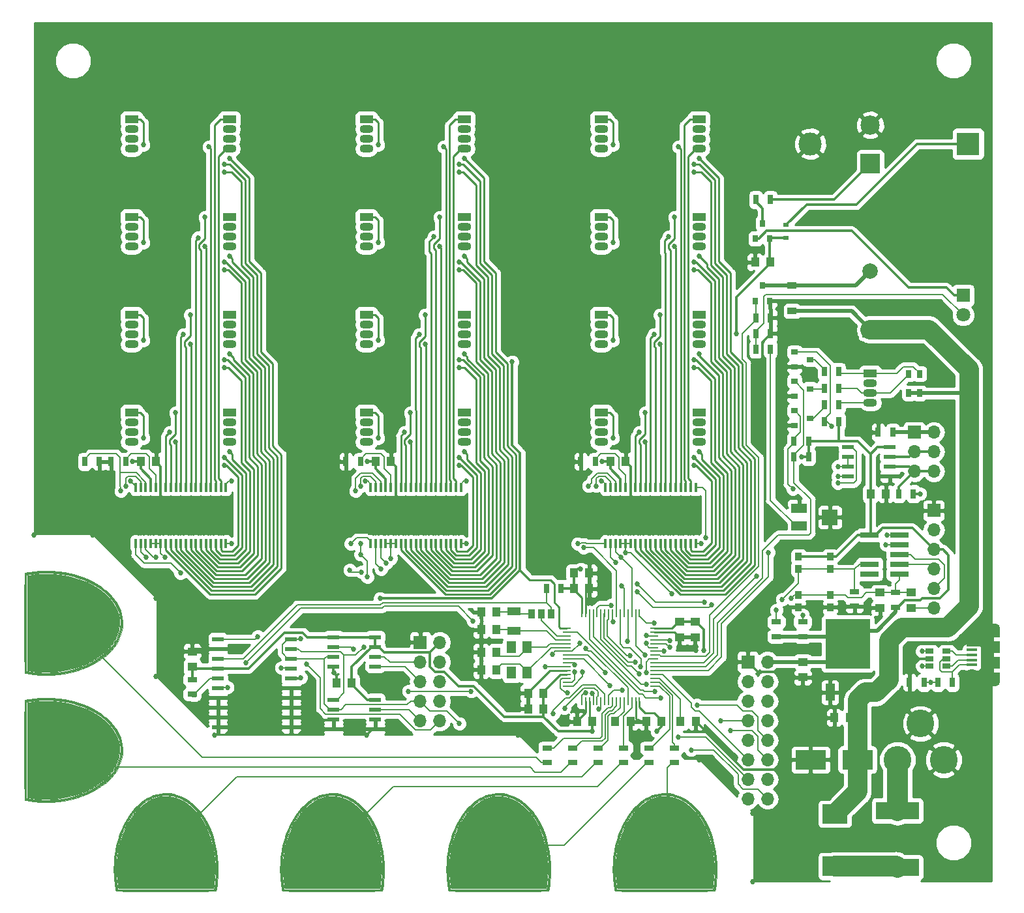
<source format=gbr>
G04 #@! TF.GenerationSoftware,KiCad,Pcbnew,(5.0.1-3-g963ef8bb5)*
G04 #@! TF.CreationDate,2018-10-27T20:23:32-05:00*
G04 #@! TF.ProjectId,kbxBinaryClock.v4,6B627842696E617279436C6F636B2E76,rev?*
G04 #@! TF.SameCoordinates,Original*
G04 #@! TF.FileFunction,Copper,L1,Top,Signal*
G04 #@! TF.FilePolarity,Positive*
%FSLAX46Y46*%
G04 Gerber Fmt 4.6, Leading zero omitted, Abs format (unit mm)*
G04 Created by KiCad (PCBNEW (5.0.1-3-g963ef8bb5)) date Saturday, October 27, 2018 at 08:23:32 PM*
%MOMM*%
%LPD*%
G01*
G04 APERTURE LIST*
G04 #@! TA.AperFunction,EtchedComponent*
%ADD10C,0.010000*%
G04 #@! TD*
G04 #@! TA.AperFunction,SMDPad,CuDef*
%ADD11R,1.550000X0.600000*%
G04 #@! TD*
G04 #@! TA.AperFunction,SMDPad,CuDef*
%ADD12R,1.500000X0.600000*%
G04 #@! TD*
G04 #@! TA.AperFunction,SMDPad,CuDef*
%ADD13R,1.000000X0.250000*%
G04 #@! TD*
G04 #@! TA.AperFunction,SMDPad,CuDef*
%ADD14R,0.250000X1.000000*%
G04 #@! TD*
G04 #@! TA.AperFunction,SMDPad,CuDef*
%ADD15R,1.300000X0.700000*%
G04 #@! TD*
G04 #@! TA.AperFunction,SMDPad,CuDef*
%ADD16R,1.250000X1.000000*%
G04 #@! TD*
G04 #@! TA.AperFunction,SMDPad,CuDef*
%ADD17R,2.400000X0.740000*%
G04 #@! TD*
G04 #@! TA.AperFunction,SMDPad,CuDef*
%ADD18R,1.000000X1.250000*%
G04 #@! TD*
G04 #@! TA.AperFunction,Conductor*
%ADD19C,1.000000*%
G04 #@! TD*
G04 #@! TA.AperFunction,SMDPad,CuDef*
%ADD20R,0.700000X1.300000*%
G04 #@! TD*
G04 #@! TA.AperFunction,SMDPad,CuDef*
%ADD21R,0.900000X0.800000*%
G04 #@! TD*
G04 #@! TA.AperFunction,SMDPad,CuDef*
%ADD22R,0.970000X1.270000*%
G04 #@! TD*
G04 #@! TA.AperFunction,SMDPad,CuDef*
%ADD23R,1.300000X1.600000*%
G04 #@! TD*
G04 #@! TA.AperFunction,SMDPad,CuDef*
%ADD24R,1.800000X1.000000*%
G04 #@! TD*
G04 #@! TA.AperFunction,ComponentPad*
%ADD25R,1.700000X1.700000*%
G04 #@! TD*
G04 #@! TA.AperFunction,ComponentPad*
%ADD26O,1.700000X1.700000*%
G04 #@! TD*
G04 #@! TA.AperFunction,SMDPad,CuDef*
%ADD27R,1.900000X1.500000*%
G04 #@! TD*
G04 #@! TA.AperFunction,ComponentPad*
%ADD28C,1.450000*%
G04 #@! TD*
G04 #@! TA.AperFunction,SMDPad,CuDef*
%ADD29R,1.350000X0.400000*%
G04 #@! TD*
G04 #@! TA.AperFunction,ComponentPad*
%ADD30O,1.900000X1.200000*%
G04 #@! TD*
G04 #@! TA.AperFunction,SMDPad,CuDef*
%ADD31R,1.900000X1.200000*%
G04 #@! TD*
G04 #@! TA.AperFunction,ViaPad*
%ADD32C,1.330000*%
G04 #@! TD*
G04 #@! TA.AperFunction,SMDPad,CuDef*
%ADD33R,6.500000X3.500000*%
G04 #@! TD*
G04 #@! TA.AperFunction,Conductor*
%ADD34R,12.500000X5.200000*%
G04 #@! TD*
G04 #@! TA.AperFunction,SMDPad,CuDef*
%ADD35R,0.400000X1.200000*%
G04 #@! TD*
G04 #@! TA.AperFunction,ComponentPad*
%ADD36C,2.500000*%
G04 #@! TD*
G04 #@! TA.AperFunction,ComponentPad*
%ADD37R,2.500000X2.500000*%
G04 #@! TD*
G04 #@! TA.AperFunction,SMDPad,CuDef*
%ADD38R,5.600000X2.300000*%
G04 #@! TD*
G04 #@! TA.AperFunction,ComponentPad*
%ADD39R,2.000000X2.000000*%
G04 #@! TD*
G04 #@! TA.AperFunction,ComponentPad*
%ADD40C,2.000000*%
G04 #@! TD*
G04 #@! TA.AperFunction,ComponentPad*
%ADD41R,1.800000X1.070000*%
G04 #@! TD*
G04 #@! TA.AperFunction,ComponentPad*
%ADD42O,1.800000X1.070000*%
G04 #@! TD*
G04 #@! TA.AperFunction,SMDPad,CuDef*
%ADD43R,0.800000X0.900000*%
G04 #@! TD*
G04 #@! TA.AperFunction,SMDPad,CuDef*
%ADD44R,0.900000X1.000000*%
G04 #@! TD*
G04 #@! TA.AperFunction,SMDPad,CuDef*
%ADD45R,2.000000X1.300000*%
G04 #@! TD*
G04 #@! TA.AperFunction,SMDPad,CuDef*
%ADD46R,2.000000X2.000000*%
G04 #@! TD*
G04 #@! TA.AperFunction,SMDPad,CuDef*
%ADD47R,0.800000X1.000000*%
G04 #@! TD*
G04 #@! TA.AperFunction,SMDPad,CuDef*
%ADD48R,4.000000X2.500000*%
G04 #@! TD*
G04 #@! TA.AperFunction,SMDPad,CuDef*
%ADD49R,1.060000X0.650000*%
G04 #@! TD*
G04 #@! TA.AperFunction,SMDPad,CuDef*
%ADD50R,1.200000X0.900000*%
G04 #@! TD*
G04 #@! TA.AperFunction,SMDPad,CuDef*
%ADD51R,3.300000X2.500000*%
G04 #@! TD*
G04 #@! TA.AperFunction,SMDPad,CuDef*
%ADD52R,0.800000X0.600000*%
G04 #@! TD*
G04 #@! TA.AperFunction,ComponentPad*
%ADD53R,1.800000X1.800000*%
G04 #@! TD*
G04 #@! TA.AperFunction,ComponentPad*
%ADD54C,1.800000*%
G04 #@! TD*
G04 #@! TA.AperFunction,SMDPad,CuDef*
%ADD55R,1.200000X2.200000*%
G04 #@! TD*
G04 #@! TA.AperFunction,SMDPad,CuDef*
%ADD56R,5.800000X6.400000*%
G04 #@! TD*
G04 #@! TA.AperFunction,SMDPad,CuDef*
%ADD57R,2.750000X3.050000*%
G04 #@! TD*
G04 #@! TA.AperFunction,ComponentPad*
%ADD58C,3.600000*%
G04 #@! TD*
G04 #@! TA.AperFunction,ComponentPad*
%ADD59R,3.000000X3.000000*%
G04 #@! TD*
G04 #@! TA.AperFunction,ComponentPad*
%ADD60C,3.000000*%
G04 #@! TD*
G04 #@! TA.AperFunction,ViaPad*
%ADD61C,0.685800*%
G04 #@! TD*
G04 #@! TA.AperFunction,Conductor*
%ADD62C,0.300000*%
G04 #@! TD*
G04 #@! TA.AperFunction,Conductor*
%ADD63C,0.152400*%
G04 #@! TD*
G04 #@! TA.AperFunction,Conductor*
%ADD64C,0.240000*%
G04 #@! TD*
G04 #@! TA.AperFunction,Conductor*
%ADD65C,0.500000*%
G04 #@! TD*
G04 #@! TA.AperFunction,Conductor*
%ADD66C,0.200000*%
G04 #@! TD*
G04 #@! TA.AperFunction,Conductor*
%ADD67C,2.750000*%
G04 #@! TD*
G04 #@! TA.AperFunction,Conductor*
%ADD68C,0.250000*%
G04 #@! TD*
G04 #@! TA.AperFunction,Conductor*
%ADD69C,2.500000*%
G04 #@! TD*
G04 #@! TA.AperFunction,Conductor*
%ADD70C,0.175000*%
G04 #@! TD*
G04 #@! TA.AperFunction,Conductor*
%ADD71C,0.254000*%
G04 #@! TD*
G04 APERTURE END LIST*
D10*
G04 #@! TO.C,TP6*
G36*
X177482493Y-134909237D02*
X177959874Y-134980138D01*
X178420486Y-135095522D01*
X178866048Y-135256258D01*
X179298279Y-135463215D01*
X179718898Y-135717261D01*
X180129626Y-136019266D01*
X180532181Y-136370098D01*
X180704369Y-136537359D01*
X181121987Y-136990903D01*
X181509294Y-137484099D01*
X181865707Y-138015906D01*
X182190642Y-138585282D01*
X182483517Y-139191185D01*
X182743750Y-139832574D01*
X182970758Y-140508407D01*
X183021396Y-140679658D01*
X183227628Y-141484587D01*
X183384046Y-142293763D01*
X183490574Y-143105970D01*
X183547138Y-143919991D01*
X183553660Y-144734610D01*
X183510064Y-145548610D01*
X183416276Y-146360774D01*
X183387431Y-146548216D01*
X183368431Y-146667046D01*
X183352769Y-146766739D01*
X183341987Y-146837356D01*
X183337628Y-146868956D01*
X183337603Y-146869496D01*
X183312764Y-146870579D01*
X183239686Y-146871636D01*
X183120526Y-146872662D01*
X182957442Y-146873654D01*
X182752591Y-146874607D01*
X182508130Y-146875517D01*
X182226218Y-146876380D01*
X181909012Y-146877191D01*
X181558669Y-146877947D01*
X181177346Y-146878643D01*
X180767202Y-146879274D01*
X180330394Y-146879838D01*
X179869079Y-146880329D01*
X179385414Y-146880743D01*
X178881558Y-146881076D01*
X178359668Y-146881323D01*
X177821901Y-146881482D01*
X177270415Y-146881547D01*
X177176591Y-146881548D01*
X176623012Y-146881499D01*
X176082790Y-146881356D01*
X175558082Y-146881123D01*
X175051046Y-146880804D01*
X174563840Y-146880404D01*
X174098620Y-146879925D01*
X173657544Y-146879374D01*
X173242771Y-146878753D01*
X172856457Y-146878068D01*
X172500759Y-146877322D01*
X172177836Y-146876520D01*
X171889845Y-146875665D01*
X171638943Y-146874763D01*
X171427288Y-146873817D01*
X171257038Y-146872831D01*
X171130349Y-146871810D01*
X171049380Y-146870759D01*
X171016288Y-146869680D01*
X171015579Y-146869496D01*
X171011793Y-146841406D01*
X171001463Y-146773513D01*
X170986131Y-146675756D01*
X170967339Y-146558078D01*
X170965751Y-146548216D01*
X170863815Y-145780348D01*
X170807271Y-145019395D01*
X170796136Y-144259124D01*
X170830431Y-143493301D01*
X170910173Y-142715693D01*
X170978917Y-142246570D01*
X171089390Y-141654423D01*
X171227219Y-141065308D01*
X171389859Y-140486980D01*
X171574766Y-139927199D01*
X171779396Y-139393719D01*
X172001204Y-138894299D01*
X172215587Y-138476410D01*
X172339268Y-138262325D01*
X172485493Y-138025973D01*
X172645340Y-137780709D01*
X172809885Y-137539889D01*
X172970208Y-137316868D01*
X173117385Y-137125002D01*
X173123553Y-137117319D01*
X173457214Y-136731678D01*
X173813126Y-136374988D01*
X174186556Y-136050790D01*
X174572773Y-135762626D01*
X174967046Y-135514041D01*
X175364644Y-135308576D01*
X175743225Y-135155824D01*
X176113016Y-135043969D01*
X176485254Y-134962384D01*
X176850137Y-134912459D01*
X177197861Y-134895584D01*
X177482493Y-134909237D01*
X177482493Y-134909237D01*
G37*
X177482493Y-134909237D02*
X177959874Y-134980138D01*
X178420486Y-135095522D01*
X178866048Y-135256258D01*
X179298279Y-135463215D01*
X179718898Y-135717261D01*
X180129626Y-136019266D01*
X180532181Y-136370098D01*
X180704369Y-136537359D01*
X181121987Y-136990903D01*
X181509294Y-137484099D01*
X181865707Y-138015906D01*
X182190642Y-138585282D01*
X182483517Y-139191185D01*
X182743750Y-139832574D01*
X182970758Y-140508407D01*
X183021396Y-140679658D01*
X183227628Y-141484587D01*
X183384046Y-142293763D01*
X183490574Y-143105970D01*
X183547138Y-143919991D01*
X183553660Y-144734610D01*
X183510064Y-145548610D01*
X183416276Y-146360774D01*
X183387431Y-146548216D01*
X183368431Y-146667046D01*
X183352769Y-146766739D01*
X183341987Y-146837356D01*
X183337628Y-146868956D01*
X183337603Y-146869496D01*
X183312764Y-146870579D01*
X183239686Y-146871636D01*
X183120526Y-146872662D01*
X182957442Y-146873654D01*
X182752591Y-146874607D01*
X182508130Y-146875517D01*
X182226218Y-146876380D01*
X181909012Y-146877191D01*
X181558669Y-146877947D01*
X181177346Y-146878643D01*
X180767202Y-146879274D01*
X180330394Y-146879838D01*
X179869079Y-146880329D01*
X179385414Y-146880743D01*
X178881558Y-146881076D01*
X178359668Y-146881323D01*
X177821901Y-146881482D01*
X177270415Y-146881547D01*
X177176591Y-146881548D01*
X176623012Y-146881499D01*
X176082790Y-146881356D01*
X175558082Y-146881123D01*
X175051046Y-146880804D01*
X174563840Y-146880404D01*
X174098620Y-146879925D01*
X173657544Y-146879374D01*
X173242771Y-146878753D01*
X172856457Y-146878068D01*
X172500759Y-146877322D01*
X172177836Y-146876520D01*
X171889845Y-146875665D01*
X171638943Y-146874763D01*
X171427288Y-146873817D01*
X171257038Y-146872831D01*
X171130349Y-146871810D01*
X171049380Y-146870759D01*
X171016288Y-146869680D01*
X171015579Y-146869496D01*
X171011793Y-146841406D01*
X171001463Y-146773513D01*
X170986131Y-146675756D01*
X170967339Y-146558078D01*
X170965751Y-146548216D01*
X170863815Y-145780348D01*
X170807271Y-145019395D01*
X170796136Y-144259124D01*
X170830431Y-143493301D01*
X170910173Y-142715693D01*
X170978917Y-142246570D01*
X171089390Y-141654423D01*
X171227219Y-141065308D01*
X171389859Y-140486980D01*
X171574766Y-139927199D01*
X171779396Y-139393719D01*
X172001204Y-138894299D01*
X172215587Y-138476410D01*
X172339268Y-138262325D01*
X172485493Y-138025973D01*
X172645340Y-137780709D01*
X172809885Y-137539889D01*
X172970208Y-137316868D01*
X173117385Y-137125002D01*
X173123553Y-137117319D01*
X173457214Y-136731678D01*
X173813126Y-136374988D01*
X174186556Y-136050790D01*
X174572773Y-135762626D01*
X174967046Y-135514041D01*
X175364644Y-135308576D01*
X175743225Y-135155824D01*
X176113016Y-135043969D01*
X176485254Y-134962384D01*
X176850137Y-134912459D01*
X177197861Y-134895584D01*
X177482493Y-134909237D01*
G36*
X177662098Y-134534090D02*
X178140932Y-134608663D01*
X178612052Y-134732377D01*
X179074417Y-134904762D01*
X179526985Y-135125347D01*
X179968714Y-135393663D01*
X180398562Y-135709238D01*
X180815489Y-136071604D01*
X180970881Y-136222035D01*
X181296758Y-136563633D01*
X181594734Y-136912917D01*
X181870754Y-137278302D01*
X182130763Y-137668203D01*
X182380709Y-138091034D01*
X182626538Y-138555211D01*
X182643674Y-138589329D01*
X182945276Y-139245868D01*
X183208249Y-139931877D01*
X183432033Y-140643801D01*
X183616067Y-141378083D01*
X183759790Y-142131168D01*
X183862643Y-142899499D01*
X183924063Y-143679522D01*
X183943490Y-144467680D01*
X183920363Y-145260418D01*
X183854123Y-146054179D01*
X183840089Y-146175992D01*
X183819191Y-146341360D01*
X183795161Y-146515867D01*
X183769481Y-146690174D01*
X183743631Y-146854944D01*
X183719092Y-147000838D01*
X183697346Y-147118519D01*
X183679873Y-147198649D01*
X183675246Y-147215427D01*
X183672110Y-147220026D01*
X183664407Y-147224294D01*
X183650327Y-147228244D01*
X183628062Y-147231889D01*
X183595801Y-147235239D01*
X183551736Y-147238309D01*
X183494057Y-147241109D01*
X183420955Y-147243653D01*
X183330620Y-147245952D01*
X183221244Y-147248019D01*
X183091017Y-147249865D01*
X182938129Y-147251505D01*
X182760772Y-147252948D01*
X182557136Y-147254209D01*
X182325411Y-147255299D01*
X182063789Y-147256230D01*
X181770460Y-147257015D01*
X181443615Y-147257666D01*
X181081444Y-147258195D01*
X180682138Y-147258615D01*
X180243888Y-147258938D01*
X179764885Y-147259176D01*
X179243319Y-147259341D01*
X178677381Y-147259445D01*
X178065261Y-147259502D01*
X177405150Y-147259523D01*
X177176591Y-147259524D01*
X176500255Y-147259512D01*
X175872506Y-147259469D01*
X175291536Y-147259381D01*
X174755534Y-147259237D01*
X174262692Y-147259025D01*
X173811200Y-147258732D01*
X173399249Y-147258345D01*
X173025030Y-147257854D01*
X172686733Y-147257244D01*
X172382549Y-147256505D01*
X172110669Y-147255623D01*
X171869283Y-147254587D01*
X171656583Y-147253384D01*
X171470758Y-147252002D01*
X171309999Y-147250428D01*
X171172498Y-147248651D01*
X171056444Y-147246659D01*
X170960029Y-147244437D01*
X170881443Y-147241976D01*
X170818877Y-147239262D01*
X170770521Y-147236282D01*
X170734567Y-147233026D01*
X170709205Y-147229480D01*
X170692625Y-147225632D01*
X170683019Y-147221470D01*
X170678577Y-147216981D01*
X170677936Y-147215427D01*
X170662220Y-147149919D01*
X170641736Y-147043740D01*
X170617965Y-146906230D01*
X170592389Y-146746726D01*
X170566487Y-146574565D01*
X170541741Y-146399087D01*
X170519632Y-146229628D01*
X170513092Y-146175992D01*
X170470926Y-145787758D01*
X170440874Y-145423419D01*
X170421735Y-145062564D01*
X170412310Y-144684781D01*
X170411361Y-144527410D01*
X170674558Y-144527410D01*
X170683495Y-144885107D01*
X170700810Y-145251744D01*
X170725832Y-145617869D01*
X170757888Y-145974031D01*
X170796306Y-146310779D01*
X170840415Y-146618662D01*
X170889543Y-146888228D01*
X170903049Y-146950844D01*
X170915745Y-147007540D01*
X183437436Y-147007540D01*
X183450133Y-146950844D01*
X183483588Y-146780078D01*
X183517416Y-146567885D01*
X183550615Y-146323213D01*
X183582185Y-146055013D01*
X183611122Y-145772234D01*
X183636425Y-145483827D01*
X183657094Y-145198740D01*
X183668675Y-144997967D01*
X183682600Y-144310677D01*
X183656768Y-143606334D01*
X183592564Y-142892849D01*
X183491376Y-142178135D01*
X183354590Y-141470106D01*
X183183592Y-140776673D01*
X182979768Y-140105750D01*
X182744506Y-139465249D01*
X182666009Y-139275520D01*
X182405193Y-138712064D01*
X182113652Y-138173796D01*
X181793930Y-137663879D01*
X181448571Y-137185476D01*
X181080119Y-136741751D01*
X180691119Y-136335866D01*
X180284115Y-135970986D01*
X179861652Y-135650272D01*
X179624757Y-135494553D01*
X179272468Y-135297604D01*
X178897044Y-135128564D01*
X178506801Y-134989583D01*
X178110055Y-134882813D01*
X177715121Y-134810402D01*
X177330316Y-134774502D01*
X176963956Y-134777261D01*
X176877004Y-134784169D01*
X176392082Y-134852377D01*
X175926160Y-134963732D01*
X175476979Y-135119335D01*
X175042281Y-135320284D01*
X174619809Y-135567679D01*
X174207303Y-135862619D01*
X173802507Y-136206204D01*
X173638989Y-136360665D01*
X173211655Y-136810940D01*
X172815109Y-137300004D01*
X172449975Y-137826277D01*
X172116872Y-138388178D01*
X171816422Y-138984127D01*
X171549247Y-139612543D01*
X171315968Y-140271846D01*
X171117205Y-140960454D01*
X170953582Y-141676788D01*
X170825718Y-142419267D01*
X170734235Y-143186311D01*
X170684506Y-143876637D01*
X170674671Y-144188103D01*
X170674558Y-144527410D01*
X170411361Y-144527410D01*
X170410817Y-144437302D01*
X170432435Y-143636514D01*
X170496819Y-142847038D01*
X170603264Y-142072049D01*
X170751065Y-141314721D01*
X170939518Y-140578228D01*
X171167916Y-139865745D01*
X171435556Y-139180445D01*
X171709507Y-138589329D01*
X171955270Y-138121955D01*
X172204736Y-137696514D01*
X172463852Y-137304590D01*
X172738562Y-136937769D01*
X173034815Y-136587636D01*
X173358554Y-136245775D01*
X173382301Y-136222035D01*
X173794025Y-135841948D01*
X174219068Y-135508472D01*
X174656389Y-135222076D01*
X175104945Y-134983231D01*
X175563696Y-134792408D01*
X176031600Y-134650075D01*
X176507615Y-134556705D01*
X176990700Y-134512765D01*
X177176591Y-134509127D01*
X177662098Y-134534090D01*
X177662098Y-134534090D01*
G37*
X177662098Y-134534090D02*
X178140932Y-134608663D01*
X178612052Y-134732377D01*
X179074417Y-134904762D01*
X179526985Y-135125347D01*
X179968714Y-135393663D01*
X180398562Y-135709238D01*
X180815489Y-136071604D01*
X180970881Y-136222035D01*
X181296758Y-136563633D01*
X181594734Y-136912917D01*
X181870754Y-137278302D01*
X182130763Y-137668203D01*
X182380709Y-138091034D01*
X182626538Y-138555211D01*
X182643674Y-138589329D01*
X182945276Y-139245868D01*
X183208249Y-139931877D01*
X183432033Y-140643801D01*
X183616067Y-141378083D01*
X183759790Y-142131168D01*
X183862643Y-142899499D01*
X183924063Y-143679522D01*
X183943490Y-144467680D01*
X183920363Y-145260418D01*
X183854123Y-146054179D01*
X183840089Y-146175992D01*
X183819191Y-146341360D01*
X183795161Y-146515867D01*
X183769481Y-146690174D01*
X183743631Y-146854944D01*
X183719092Y-147000838D01*
X183697346Y-147118519D01*
X183679873Y-147198649D01*
X183675246Y-147215427D01*
X183672110Y-147220026D01*
X183664407Y-147224294D01*
X183650327Y-147228244D01*
X183628062Y-147231889D01*
X183595801Y-147235239D01*
X183551736Y-147238309D01*
X183494057Y-147241109D01*
X183420955Y-147243653D01*
X183330620Y-147245952D01*
X183221244Y-147248019D01*
X183091017Y-147249865D01*
X182938129Y-147251505D01*
X182760772Y-147252948D01*
X182557136Y-147254209D01*
X182325411Y-147255299D01*
X182063789Y-147256230D01*
X181770460Y-147257015D01*
X181443615Y-147257666D01*
X181081444Y-147258195D01*
X180682138Y-147258615D01*
X180243888Y-147258938D01*
X179764885Y-147259176D01*
X179243319Y-147259341D01*
X178677381Y-147259445D01*
X178065261Y-147259502D01*
X177405150Y-147259523D01*
X177176591Y-147259524D01*
X176500255Y-147259512D01*
X175872506Y-147259469D01*
X175291536Y-147259381D01*
X174755534Y-147259237D01*
X174262692Y-147259025D01*
X173811200Y-147258732D01*
X173399249Y-147258345D01*
X173025030Y-147257854D01*
X172686733Y-147257244D01*
X172382549Y-147256505D01*
X172110669Y-147255623D01*
X171869283Y-147254587D01*
X171656583Y-147253384D01*
X171470758Y-147252002D01*
X171309999Y-147250428D01*
X171172498Y-147248651D01*
X171056444Y-147246659D01*
X170960029Y-147244437D01*
X170881443Y-147241976D01*
X170818877Y-147239262D01*
X170770521Y-147236282D01*
X170734567Y-147233026D01*
X170709205Y-147229480D01*
X170692625Y-147225632D01*
X170683019Y-147221470D01*
X170678577Y-147216981D01*
X170677936Y-147215427D01*
X170662220Y-147149919D01*
X170641736Y-147043740D01*
X170617965Y-146906230D01*
X170592389Y-146746726D01*
X170566487Y-146574565D01*
X170541741Y-146399087D01*
X170519632Y-146229628D01*
X170513092Y-146175992D01*
X170470926Y-145787758D01*
X170440874Y-145423419D01*
X170421735Y-145062564D01*
X170412310Y-144684781D01*
X170411361Y-144527410D01*
X170674558Y-144527410D01*
X170683495Y-144885107D01*
X170700810Y-145251744D01*
X170725832Y-145617869D01*
X170757888Y-145974031D01*
X170796306Y-146310779D01*
X170840415Y-146618662D01*
X170889543Y-146888228D01*
X170903049Y-146950844D01*
X170915745Y-147007540D01*
X183437436Y-147007540D01*
X183450133Y-146950844D01*
X183483588Y-146780078D01*
X183517416Y-146567885D01*
X183550615Y-146323213D01*
X183582185Y-146055013D01*
X183611122Y-145772234D01*
X183636425Y-145483827D01*
X183657094Y-145198740D01*
X183668675Y-144997967D01*
X183682600Y-144310677D01*
X183656768Y-143606334D01*
X183592564Y-142892849D01*
X183491376Y-142178135D01*
X183354590Y-141470106D01*
X183183592Y-140776673D01*
X182979768Y-140105750D01*
X182744506Y-139465249D01*
X182666009Y-139275520D01*
X182405193Y-138712064D01*
X182113652Y-138173796D01*
X181793930Y-137663879D01*
X181448571Y-137185476D01*
X181080119Y-136741751D01*
X180691119Y-136335866D01*
X180284115Y-135970986D01*
X179861652Y-135650272D01*
X179624757Y-135494553D01*
X179272468Y-135297604D01*
X178897044Y-135128564D01*
X178506801Y-134989583D01*
X178110055Y-134882813D01*
X177715121Y-134810402D01*
X177330316Y-134774502D01*
X176963956Y-134777261D01*
X176877004Y-134784169D01*
X176392082Y-134852377D01*
X175926160Y-134963732D01*
X175476979Y-135119335D01*
X175042281Y-135320284D01*
X174619809Y-135567679D01*
X174207303Y-135862619D01*
X173802507Y-136206204D01*
X173638989Y-136360665D01*
X173211655Y-136810940D01*
X172815109Y-137300004D01*
X172449975Y-137826277D01*
X172116872Y-138388178D01*
X171816422Y-138984127D01*
X171549247Y-139612543D01*
X171315968Y-140271846D01*
X171117205Y-140960454D01*
X170953582Y-141676788D01*
X170825718Y-142419267D01*
X170734235Y-143186311D01*
X170684506Y-143876637D01*
X170674671Y-144188103D01*
X170674558Y-144527410D01*
X170411361Y-144527410D01*
X170410817Y-144437302D01*
X170432435Y-143636514D01*
X170496819Y-142847038D01*
X170603264Y-142072049D01*
X170751065Y-141314721D01*
X170939518Y-140578228D01*
X171167916Y-139865745D01*
X171435556Y-139180445D01*
X171709507Y-138589329D01*
X171955270Y-138121955D01*
X172204736Y-137696514D01*
X172463852Y-137304590D01*
X172738562Y-136937769D01*
X173034815Y-136587636D01*
X173358554Y-136245775D01*
X173382301Y-136222035D01*
X173794025Y-135841948D01*
X174219068Y-135508472D01*
X174656389Y-135222076D01*
X175104945Y-134983231D01*
X175563696Y-134792408D01*
X176031600Y-134650075D01*
X176507615Y-134556705D01*
X176990700Y-134512765D01*
X177176591Y-134509127D01*
X177662098Y-134534090D01*
G04 #@! TO.C,TP4*
G36*
X134302493Y-134909237D02*
X134779874Y-134980138D01*
X135240486Y-135095522D01*
X135686048Y-135256258D01*
X136118279Y-135463215D01*
X136538898Y-135717261D01*
X136949626Y-136019266D01*
X137352181Y-136370098D01*
X137524369Y-136537359D01*
X137941987Y-136990903D01*
X138329294Y-137484099D01*
X138685707Y-138015906D01*
X139010642Y-138585282D01*
X139303517Y-139191185D01*
X139563750Y-139832574D01*
X139790758Y-140508407D01*
X139841396Y-140679658D01*
X140047628Y-141484587D01*
X140204046Y-142293763D01*
X140310574Y-143105970D01*
X140367138Y-143919991D01*
X140373660Y-144734610D01*
X140330064Y-145548610D01*
X140236276Y-146360774D01*
X140207431Y-146548216D01*
X140188431Y-146667046D01*
X140172769Y-146766739D01*
X140161987Y-146837356D01*
X140157628Y-146868956D01*
X140157603Y-146869496D01*
X140132764Y-146870579D01*
X140059686Y-146871636D01*
X139940526Y-146872662D01*
X139777442Y-146873654D01*
X139572591Y-146874607D01*
X139328130Y-146875517D01*
X139046218Y-146876380D01*
X138729012Y-146877191D01*
X138378669Y-146877947D01*
X137997346Y-146878643D01*
X137587202Y-146879274D01*
X137150394Y-146879838D01*
X136689079Y-146880329D01*
X136205414Y-146880743D01*
X135701558Y-146881076D01*
X135179668Y-146881323D01*
X134641901Y-146881482D01*
X134090415Y-146881547D01*
X133996591Y-146881548D01*
X133443012Y-146881499D01*
X132902790Y-146881356D01*
X132378082Y-146881123D01*
X131871046Y-146880804D01*
X131383840Y-146880404D01*
X130918620Y-146879925D01*
X130477544Y-146879374D01*
X130062771Y-146878753D01*
X129676457Y-146878068D01*
X129320759Y-146877322D01*
X128997836Y-146876520D01*
X128709845Y-146875665D01*
X128458943Y-146874763D01*
X128247288Y-146873817D01*
X128077038Y-146872831D01*
X127950349Y-146871810D01*
X127869380Y-146870759D01*
X127836288Y-146869680D01*
X127835579Y-146869496D01*
X127831793Y-146841406D01*
X127821463Y-146773513D01*
X127806131Y-146675756D01*
X127787339Y-146558078D01*
X127785751Y-146548216D01*
X127683815Y-145780348D01*
X127627271Y-145019395D01*
X127616136Y-144259124D01*
X127650431Y-143493301D01*
X127730173Y-142715693D01*
X127798917Y-142246570D01*
X127909390Y-141654423D01*
X128047219Y-141065308D01*
X128209859Y-140486980D01*
X128394766Y-139927199D01*
X128599396Y-139393719D01*
X128821204Y-138894299D01*
X129035587Y-138476410D01*
X129159268Y-138262325D01*
X129305493Y-138025973D01*
X129465340Y-137780709D01*
X129629885Y-137539889D01*
X129790208Y-137316868D01*
X129937385Y-137125002D01*
X129943553Y-137117319D01*
X130277214Y-136731678D01*
X130633126Y-136374988D01*
X131006556Y-136050790D01*
X131392773Y-135762626D01*
X131787046Y-135514041D01*
X132184644Y-135308576D01*
X132563225Y-135155824D01*
X132933016Y-135043969D01*
X133305254Y-134962384D01*
X133670137Y-134912459D01*
X134017861Y-134895584D01*
X134302493Y-134909237D01*
X134302493Y-134909237D01*
G37*
X134302493Y-134909237D02*
X134779874Y-134980138D01*
X135240486Y-135095522D01*
X135686048Y-135256258D01*
X136118279Y-135463215D01*
X136538898Y-135717261D01*
X136949626Y-136019266D01*
X137352181Y-136370098D01*
X137524369Y-136537359D01*
X137941987Y-136990903D01*
X138329294Y-137484099D01*
X138685707Y-138015906D01*
X139010642Y-138585282D01*
X139303517Y-139191185D01*
X139563750Y-139832574D01*
X139790758Y-140508407D01*
X139841396Y-140679658D01*
X140047628Y-141484587D01*
X140204046Y-142293763D01*
X140310574Y-143105970D01*
X140367138Y-143919991D01*
X140373660Y-144734610D01*
X140330064Y-145548610D01*
X140236276Y-146360774D01*
X140207431Y-146548216D01*
X140188431Y-146667046D01*
X140172769Y-146766739D01*
X140161987Y-146837356D01*
X140157628Y-146868956D01*
X140157603Y-146869496D01*
X140132764Y-146870579D01*
X140059686Y-146871636D01*
X139940526Y-146872662D01*
X139777442Y-146873654D01*
X139572591Y-146874607D01*
X139328130Y-146875517D01*
X139046218Y-146876380D01*
X138729012Y-146877191D01*
X138378669Y-146877947D01*
X137997346Y-146878643D01*
X137587202Y-146879274D01*
X137150394Y-146879838D01*
X136689079Y-146880329D01*
X136205414Y-146880743D01*
X135701558Y-146881076D01*
X135179668Y-146881323D01*
X134641901Y-146881482D01*
X134090415Y-146881547D01*
X133996591Y-146881548D01*
X133443012Y-146881499D01*
X132902790Y-146881356D01*
X132378082Y-146881123D01*
X131871046Y-146880804D01*
X131383840Y-146880404D01*
X130918620Y-146879925D01*
X130477544Y-146879374D01*
X130062771Y-146878753D01*
X129676457Y-146878068D01*
X129320759Y-146877322D01*
X128997836Y-146876520D01*
X128709845Y-146875665D01*
X128458943Y-146874763D01*
X128247288Y-146873817D01*
X128077038Y-146872831D01*
X127950349Y-146871810D01*
X127869380Y-146870759D01*
X127836288Y-146869680D01*
X127835579Y-146869496D01*
X127831793Y-146841406D01*
X127821463Y-146773513D01*
X127806131Y-146675756D01*
X127787339Y-146558078D01*
X127785751Y-146548216D01*
X127683815Y-145780348D01*
X127627271Y-145019395D01*
X127616136Y-144259124D01*
X127650431Y-143493301D01*
X127730173Y-142715693D01*
X127798917Y-142246570D01*
X127909390Y-141654423D01*
X128047219Y-141065308D01*
X128209859Y-140486980D01*
X128394766Y-139927199D01*
X128599396Y-139393719D01*
X128821204Y-138894299D01*
X129035587Y-138476410D01*
X129159268Y-138262325D01*
X129305493Y-138025973D01*
X129465340Y-137780709D01*
X129629885Y-137539889D01*
X129790208Y-137316868D01*
X129937385Y-137125002D01*
X129943553Y-137117319D01*
X130277214Y-136731678D01*
X130633126Y-136374988D01*
X131006556Y-136050790D01*
X131392773Y-135762626D01*
X131787046Y-135514041D01*
X132184644Y-135308576D01*
X132563225Y-135155824D01*
X132933016Y-135043969D01*
X133305254Y-134962384D01*
X133670137Y-134912459D01*
X134017861Y-134895584D01*
X134302493Y-134909237D01*
G36*
X134482098Y-134534090D02*
X134960932Y-134608663D01*
X135432052Y-134732377D01*
X135894417Y-134904762D01*
X136346985Y-135125347D01*
X136788714Y-135393663D01*
X137218562Y-135709238D01*
X137635489Y-136071604D01*
X137790881Y-136222035D01*
X138116758Y-136563633D01*
X138414734Y-136912917D01*
X138690754Y-137278302D01*
X138950763Y-137668203D01*
X139200709Y-138091034D01*
X139446538Y-138555211D01*
X139463674Y-138589329D01*
X139765276Y-139245868D01*
X140028249Y-139931877D01*
X140252033Y-140643801D01*
X140436067Y-141378083D01*
X140579790Y-142131168D01*
X140682643Y-142899499D01*
X140744063Y-143679522D01*
X140763490Y-144467680D01*
X140740363Y-145260418D01*
X140674123Y-146054179D01*
X140660089Y-146175992D01*
X140639191Y-146341360D01*
X140615161Y-146515867D01*
X140589481Y-146690174D01*
X140563631Y-146854944D01*
X140539092Y-147000838D01*
X140517346Y-147118519D01*
X140499873Y-147198649D01*
X140495246Y-147215427D01*
X140492110Y-147220026D01*
X140484407Y-147224294D01*
X140470327Y-147228244D01*
X140448062Y-147231889D01*
X140415801Y-147235239D01*
X140371736Y-147238309D01*
X140314057Y-147241109D01*
X140240955Y-147243653D01*
X140150620Y-147245952D01*
X140041244Y-147248019D01*
X139911017Y-147249865D01*
X139758129Y-147251505D01*
X139580772Y-147252948D01*
X139377136Y-147254209D01*
X139145411Y-147255299D01*
X138883789Y-147256230D01*
X138590460Y-147257015D01*
X138263615Y-147257666D01*
X137901444Y-147258195D01*
X137502138Y-147258615D01*
X137063888Y-147258938D01*
X136584885Y-147259176D01*
X136063319Y-147259341D01*
X135497381Y-147259445D01*
X134885261Y-147259502D01*
X134225150Y-147259523D01*
X133996591Y-147259524D01*
X133320255Y-147259512D01*
X132692506Y-147259469D01*
X132111536Y-147259381D01*
X131575534Y-147259237D01*
X131082692Y-147259025D01*
X130631200Y-147258732D01*
X130219249Y-147258345D01*
X129845030Y-147257854D01*
X129506733Y-147257244D01*
X129202549Y-147256505D01*
X128930669Y-147255623D01*
X128689283Y-147254587D01*
X128476583Y-147253384D01*
X128290758Y-147252002D01*
X128129999Y-147250428D01*
X127992498Y-147248651D01*
X127876444Y-147246659D01*
X127780029Y-147244437D01*
X127701443Y-147241976D01*
X127638877Y-147239262D01*
X127590521Y-147236282D01*
X127554567Y-147233026D01*
X127529205Y-147229480D01*
X127512625Y-147225632D01*
X127503019Y-147221470D01*
X127498577Y-147216981D01*
X127497936Y-147215427D01*
X127482220Y-147149919D01*
X127461736Y-147043740D01*
X127437965Y-146906230D01*
X127412389Y-146746726D01*
X127386487Y-146574565D01*
X127361741Y-146399087D01*
X127339632Y-146229628D01*
X127333092Y-146175992D01*
X127290926Y-145787758D01*
X127260874Y-145423419D01*
X127241735Y-145062564D01*
X127232310Y-144684781D01*
X127231361Y-144527410D01*
X127494558Y-144527410D01*
X127503495Y-144885107D01*
X127520810Y-145251744D01*
X127545832Y-145617869D01*
X127577888Y-145974031D01*
X127616306Y-146310779D01*
X127660415Y-146618662D01*
X127709543Y-146888228D01*
X127723049Y-146950844D01*
X127735745Y-147007540D01*
X140257436Y-147007540D01*
X140270133Y-146950844D01*
X140303588Y-146780078D01*
X140337416Y-146567885D01*
X140370615Y-146323213D01*
X140402185Y-146055013D01*
X140431122Y-145772234D01*
X140456425Y-145483827D01*
X140477094Y-145198740D01*
X140488675Y-144997967D01*
X140502600Y-144310677D01*
X140476768Y-143606334D01*
X140412564Y-142892849D01*
X140311376Y-142178135D01*
X140174590Y-141470106D01*
X140003592Y-140776673D01*
X139799768Y-140105750D01*
X139564506Y-139465249D01*
X139486009Y-139275520D01*
X139225193Y-138712064D01*
X138933652Y-138173796D01*
X138613930Y-137663879D01*
X138268571Y-137185476D01*
X137900119Y-136741751D01*
X137511119Y-136335866D01*
X137104115Y-135970986D01*
X136681652Y-135650272D01*
X136444757Y-135494553D01*
X136092468Y-135297604D01*
X135717044Y-135128564D01*
X135326801Y-134989583D01*
X134930055Y-134882813D01*
X134535121Y-134810402D01*
X134150316Y-134774502D01*
X133783956Y-134777261D01*
X133697004Y-134784169D01*
X133212082Y-134852377D01*
X132746160Y-134963732D01*
X132296979Y-135119335D01*
X131862281Y-135320284D01*
X131439809Y-135567679D01*
X131027303Y-135862619D01*
X130622507Y-136206204D01*
X130458989Y-136360665D01*
X130031655Y-136810940D01*
X129635109Y-137300004D01*
X129269975Y-137826277D01*
X128936872Y-138388178D01*
X128636422Y-138984127D01*
X128369247Y-139612543D01*
X128135968Y-140271846D01*
X127937205Y-140960454D01*
X127773582Y-141676788D01*
X127645718Y-142419267D01*
X127554235Y-143186311D01*
X127504506Y-143876637D01*
X127494671Y-144188103D01*
X127494558Y-144527410D01*
X127231361Y-144527410D01*
X127230817Y-144437302D01*
X127252435Y-143636514D01*
X127316819Y-142847038D01*
X127423264Y-142072049D01*
X127571065Y-141314721D01*
X127759518Y-140578228D01*
X127987916Y-139865745D01*
X128255556Y-139180445D01*
X128529507Y-138589329D01*
X128775270Y-138121955D01*
X129024736Y-137696514D01*
X129283852Y-137304590D01*
X129558562Y-136937769D01*
X129854815Y-136587636D01*
X130178554Y-136245775D01*
X130202301Y-136222035D01*
X130614025Y-135841948D01*
X131039068Y-135508472D01*
X131476389Y-135222076D01*
X131924945Y-134983231D01*
X132383696Y-134792408D01*
X132851600Y-134650075D01*
X133327615Y-134556705D01*
X133810700Y-134512765D01*
X133996591Y-134509127D01*
X134482098Y-134534090D01*
X134482098Y-134534090D01*
G37*
X134482098Y-134534090D02*
X134960932Y-134608663D01*
X135432052Y-134732377D01*
X135894417Y-134904762D01*
X136346985Y-135125347D01*
X136788714Y-135393663D01*
X137218562Y-135709238D01*
X137635489Y-136071604D01*
X137790881Y-136222035D01*
X138116758Y-136563633D01*
X138414734Y-136912917D01*
X138690754Y-137278302D01*
X138950763Y-137668203D01*
X139200709Y-138091034D01*
X139446538Y-138555211D01*
X139463674Y-138589329D01*
X139765276Y-139245868D01*
X140028249Y-139931877D01*
X140252033Y-140643801D01*
X140436067Y-141378083D01*
X140579790Y-142131168D01*
X140682643Y-142899499D01*
X140744063Y-143679522D01*
X140763490Y-144467680D01*
X140740363Y-145260418D01*
X140674123Y-146054179D01*
X140660089Y-146175992D01*
X140639191Y-146341360D01*
X140615161Y-146515867D01*
X140589481Y-146690174D01*
X140563631Y-146854944D01*
X140539092Y-147000838D01*
X140517346Y-147118519D01*
X140499873Y-147198649D01*
X140495246Y-147215427D01*
X140492110Y-147220026D01*
X140484407Y-147224294D01*
X140470327Y-147228244D01*
X140448062Y-147231889D01*
X140415801Y-147235239D01*
X140371736Y-147238309D01*
X140314057Y-147241109D01*
X140240955Y-147243653D01*
X140150620Y-147245952D01*
X140041244Y-147248019D01*
X139911017Y-147249865D01*
X139758129Y-147251505D01*
X139580772Y-147252948D01*
X139377136Y-147254209D01*
X139145411Y-147255299D01*
X138883789Y-147256230D01*
X138590460Y-147257015D01*
X138263615Y-147257666D01*
X137901444Y-147258195D01*
X137502138Y-147258615D01*
X137063888Y-147258938D01*
X136584885Y-147259176D01*
X136063319Y-147259341D01*
X135497381Y-147259445D01*
X134885261Y-147259502D01*
X134225150Y-147259523D01*
X133996591Y-147259524D01*
X133320255Y-147259512D01*
X132692506Y-147259469D01*
X132111536Y-147259381D01*
X131575534Y-147259237D01*
X131082692Y-147259025D01*
X130631200Y-147258732D01*
X130219249Y-147258345D01*
X129845030Y-147257854D01*
X129506733Y-147257244D01*
X129202549Y-147256505D01*
X128930669Y-147255623D01*
X128689283Y-147254587D01*
X128476583Y-147253384D01*
X128290758Y-147252002D01*
X128129999Y-147250428D01*
X127992498Y-147248651D01*
X127876444Y-147246659D01*
X127780029Y-147244437D01*
X127701443Y-147241976D01*
X127638877Y-147239262D01*
X127590521Y-147236282D01*
X127554567Y-147233026D01*
X127529205Y-147229480D01*
X127512625Y-147225632D01*
X127503019Y-147221470D01*
X127498577Y-147216981D01*
X127497936Y-147215427D01*
X127482220Y-147149919D01*
X127461736Y-147043740D01*
X127437965Y-146906230D01*
X127412389Y-146746726D01*
X127386487Y-146574565D01*
X127361741Y-146399087D01*
X127339632Y-146229628D01*
X127333092Y-146175992D01*
X127290926Y-145787758D01*
X127260874Y-145423419D01*
X127241735Y-145062564D01*
X127232310Y-144684781D01*
X127231361Y-144527410D01*
X127494558Y-144527410D01*
X127503495Y-144885107D01*
X127520810Y-145251744D01*
X127545832Y-145617869D01*
X127577888Y-145974031D01*
X127616306Y-146310779D01*
X127660415Y-146618662D01*
X127709543Y-146888228D01*
X127723049Y-146950844D01*
X127735745Y-147007540D01*
X140257436Y-147007540D01*
X140270133Y-146950844D01*
X140303588Y-146780078D01*
X140337416Y-146567885D01*
X140370615Y-146323213D01*
X140402185Y-146055013D01*
X140431122Y-145772234D01*
X140456425Y-145483827D01*
X140477094Y-145198740D01*
X140488675Y-144997967D01*
X140502600Y-144310677D01*
X140476768Y-143606334D01*
X140412564Y-142892849D01*
X140311376Y-142178135D01*
X140174590Y-141470106D01*
X140003592Y-140776673D01*
X139799768Y-140105750D01*
X139564506Y-139465249D01*
X139486009Y-139275520D01*
X139225193Y-138712064D01*
X138933652Y-138173796D01*
X138613930Y-137663879D01*
X138268571Y-137185476D01*
X137900119Y-136741751D01*
X137511119Y-136335866D01*
X137104115Y-135970986D01*
X136681652Y-135650272D01*
X136444757Y-135494553D01*
X136092468Y-135297604D01*
X135717044Y-135128564D01*
X135326801Y-134989583D01*
X134930055Y-134882813D01*
X134535121Y-134810402D01*
X134150316Y-134774502D01*
X133783956Y-134777261D01*
X133697004Y-134784169D01*
X133212082Y-134852377D01*
X132746160Y-134963732D01*
X132296979Y-135119335D01*
X131862281Y-135320284D01*
X131439809Y-135567679D01*
X131027303Y-135862619D01*
X130622507Y-136206204D01*
X130458989Y-136360665D01*
X130031655Y-136810940D01*
X129635109Y-137300004D01*
X129269975Y-137826277D01*
X128936872Y-138388178D01*
X128636422Y-138984127D01*
X128369247Y-139612543D01*
X128135968Y-140271846D01*
X127937205Y-140960454D01*
X127773582Y-141676788D01*
X127645718Y-142419267D01*
X127554235Y-143186311D01*
X127504506Y-143876637D01*
X127494671Y-144188103D01*
X127494558Y-144527410D01*
X127231361Y-144527410D01*
X127230817Y-144437302D01*
X127252435Y-143636514D01*
X127316819Y-142847038D01*
X127423264Y-142072049D01*
X127571065Y-141314721D01*
X127759518Y-140578228D01*
X127987916Y-139865745D01*
X128255556Y-139180445D01*
X128529507Y-138589329D01*
X128775270Y-138121955D01*
X129024736Y-137696514D01*
X129283852Y-137304590D01*
X129558562Y-136937769D01*
X129854815Y-136587636D01*
X130178554Y-136245775D01*
X130202301Y-136222035D01*
X130614025Y-135841948D01*
X131039068Y-135508472D01*
X131476389Y-135222076D01*
X131924945Y-134983231D01*
X132383696Y-134792408D01*
X132851600Y-134650075D01*
X133327615Y-134556705D01*
X133810700Y-134512765D01*
X133996591Y-134509127D01*
X134482098Y-134534090D01*
G04 #@! TO.C,TP5*
G36*
X155892493Y-134909237D02*
X156369874Y-134980138D01*
X156830486Y-135095522D01*
X157276048Y-135256258D01*
X157708279Y-135463215D01*
X158128898Y-135717261D01*
X158539626Y-136019266D01*
X158942181Y-136370098D01*
X159114369Y-136537359D01*
X159531987Y-136990903D01*
X159919294Y-137484099D01*
X160275707Y-138015906D01*
X160600642Y-138585282D01*
X160893517Y-139191185D01*
X161153750Y-139832574D01*
X161380758Y-140508407D01*
X161431396Y-140679658D01*
X161637628Y-141484587D01*
X161794046Y-142293763D01*
X161900574Y-143105970D01*
X161957138Y-143919991D01*
X161963660Y-144734610D01*
X161920064Y-145548610D01*
X161826276Y-146360774D01*
X161797431Y-146548216D01*
X161778431Y-146667046D01*
X161762769Y-146766739D01*
X161751987Y-146837356D01*
X161747628Y-146868956D01*
X161747603Y-146869496D01*
X161722764Y-146870579D01*
X161649686Y-146871636D01*
X161530526Y-146872662D01*
X161367442Y-146873654D01*
X161162591Y-146874607D01*
X160918130Y-146875517D01*
X160636218Y-146876380D01*
X160319012Y-146877191D01*
X159968669Y-146877947D01*
X159587346Y-146878643D01*
X159177202Y-146879274D01*
X158740394Y-146879838D01*
X158279079Y-146880329D01*
X157795414Y-146880743D01*
X157291558Y-146881076D01*
X156769668Y-146881323D01*
X156231901Y-146881482D01*
X155680415Y-146881547D01*
X155586591Y-146881548D01*
X155033012Y-146881499D01*
X154492790Y-146881356D01*
X153968082Y-146881123D01*
X153461046Y-146880804D01*
X152973840Y-146880404D01*
X152508620Y-146879925D01*
X152067544Y-146879374D01*
X151652771Y-146878753D01*
X151266457Y-146878068D01*
X150910759Y-146877322D01*
X150587836Y-146876520D01*
X150299845Y-146875665D01*
X150048943Y-146874763D01*
X149837288Y-146873817D01*
X149667038Y-146872831D01*
X149540349Y-146871810D01*
X149459380Y-146870759D01*
X149426288Y-146869680D01*
X149425579Y-146869496D01*
X149421793Y-146841406D01*
X149411463Y-146773513D01*
X149396131Y-146675756D01*
X149377339Y-146558078D01*
X149375751Y-146548216D01*
X149273815Y-145780348D01*
X149217271Y-145019395D01*
X149206136Y-144259124D01*
X149240431Y-143493301D01*
X149320173Y-142715693D01*
X149388917Y-142246570D01*
X149499390Y-141654423D01*
X149637219Y-141065308D01*
X149799859Y-140486980D01*
X149984766Y-139927199D01*
X150189396Y-139393719D01*
X150411204Y-138894299D01*
X150625587Y-138476410D01*
X150749268Y-138262325D01*
X150895493Y-138025973D01*
X151055340Y-137780709D01*
X151219885Y-137539889D01*
X151380208Y-137316868D01*
X151527385Y-137125002D01*
X151533553Y-137117319D01*
X151867214Y-136731678D01*
X152223126Y-136374988D01*
X152596556Y-136050790D01*
X152982773Y-135762626D01*
X153377046Y-135514041D01*
X153774644Y-135308576D01*
X154153225Y-135155824D01*
X154523016Y-135043969D01*
X154895254Y-134962384D01*
X155260137Y-134912459D01*
X155607861Y-134895584D01*
X155892493Y-134909237D01*
X155892493Y-134909237D01*
G37*
X155892493Y-134909237D02*
X156369874Y-134980138D01*
X156830486Y-135095522D01*
X157276048Y-135256258D01*
X157708279Y-135463215D01*
X158128898Y-135717261D01*
X158539626Y-136019266D01*
X158942181Y-136370098D01*
X159114369Y-136537359D01*
X159531987Y-136990903D01*
X159919294Y-137484099D01*
X160275707Y-138015906D01*
X160600642Y-138585282D01*
X160893517Y-139191185D01*
X161153750Y-139832574D01*
X161380758Y-140508407D01*
X161431396Y-140679658D01*
X161637628Y-141484587D01*
X161794046Y-142293763D01*
X161900574Y-143105970D01*
X161957138Y-143919991D01*
X161963660Y-144734610D01*
X161920064Y-145548610D01*
X161826276Y-146360774D01*
X161797431Y-146548216D01*
X161778431Y-146667046D01*
X161762769Y-146766739D01*
X161751987Y-146837356D01*
X161747628Y-146868956D01*
X161747603Y-146869496D01*
X161722764Y-146870579D01*
X161649686Y-146871636D01*
X161530526Y-146872662D01*
X161367442Y-146873654D01*
X161162591Y-146874607D01*
X160918130Y-146875517D01*
X160636218Y-146876380D01*
X160319012Y-146877191D01*
X159968669Y-146877947D01*
X159587346Y-146878643D01*
X159177202Y-146879274D01*
X158740394Y-146879838D01*
X158279079Y-146880329D01*
X157795414Y-146880743D01*
X157291558Y-146881076D01*
X156769668Y-146881323D01*
X156231901Y-146881482D01*
X155680415Y-146881547D01*
X155586591Y-146881548D01*
X155033012Y-146881499D01*
X154492790Y-146881356D01*
X153968082Y-146881123D01*
X153461046Y-146880804D01*
X152973840Y-146880404D01*
X152508620Y-146879925D01*
X152067544Y-146879374D01*
X151652771Y-146878753D01*
X151266457Y-146878068D01*
X150910759Y-146877322D01*
X150587836Y-146876520D01*
X150299845Y-146875665D01*
X150048943Y-146874763D01*
X149837288Y-146873817D01*
X149667038Y-146872831D01*
X149540349Y-146871810D01*
X149459380Y-146870759D01*
X149426288Y-146869680D01*
X149425579Y-146869496D01*
X149421793Y-146841406D01*
X149411463Y-146773513D01*
X149396131Y-146675756D01*
X149377339Y-146558078D01*
X149375751Y-146548216D01*
X149273815Y-145780348D01*
X149217271Y-145019395D01*
X149206136Y-144259124D01*
X149240431Y-143493301D01*
X149320173Y-142715693D01*
X149388917Y-142246570D01*
X149499390Y-141654423D01*
X149637219Y-141065308D01*
X149799859Y-140486980D01*
X149984766Y-139927199D01*
X150189396Y-139393719D01*
X150411204Y-138894299D01*
X150625587Y-138476410D01*
X150749268Y-138262325D01*
X150895493Y-138025973D01*
X151055340Y-137780709D01*
X151219885Y-137539889D01*
X151380208Y-137316868D01*
X151527385Y-137125002D01*
X151533553Y-137117319D01*
X151867214Y-136731678D01*
X152223126Y-136374988D01*
X152596556Y-136050790D01*
X152982773Y-135762626D01*
X153377046Y-135514041D01*
X153774644Y-135308576D01*
X154153225Y-135155824D01*
X154523016Y-135043969D01*
X154895254Y-134962384D01*
X155260137Y-134912459D01*
X155607861Y-134895584D01*
X155892493Y-134909237D01*
G36*
X156072098Y-134534090D02*
X156550932Y-134608663D01*
X157022052Y-134732377D01*
X157484417Y-134904762D01*
X157936985Y-135125347D01*
X158378714Y-135393663D01*
X158808562Y-135709238D01*
X159225489Y-136071604D01*
X159380881Y-136222035D01*
X159706758Y-136563633D01*
X160004734Y-136912917D01*
X160280754Y-137278302D01*
X160540763Y-137668203D01*
X160790709Y-138091034D01*
X161036538Y-138555211D01*
X161053674Y-138589329D01*
X161355276Y-139245868D01*
X161618249Y-139931877D01*
X161842033Y-140643801D01*
X162026067Y-141378083D01*
X162169790Y-142131168D01*
X162272643Y-142899499D01*
X162334063Y-143679522D01*
X162353490Y-144467680D01*
X162330363Y-145260418D01*
X162264123Y-146054179D01*
X162250089Y-146175992D01*
X162229191Y-146341360D01*
X162205161Y-146515867D01*
X162179481Y-146690174D01*
X162153631Y-146854944D01*
X162129092Y-147000838D01*
X162107346Y-147118519D01*
X162089873Y-147198649D01*
X162085246Y-147215427D01*
X162082110Y-147220026D01*
X162074407Y-147224294D01*
X162060327Y-147228244D01*
X162038062Y-147231889D01*
X162005801Y-147235239D01*
X161961736Y-147238309D01*
X161904057Y-147241109D01*
X161830955Y-147243653D01*
X161740620Y-147245952D01*
X161631244Y-147248019D01*
X161501017Y-147249865D01*
X161348129Y-147251505D01*
X161170772Y-147252948D01*
X160967136Y-147254209D01*
X160735411Y-147255299D01*
X160473789Y-147256230D01*
X160180460Y-147257015D01*
X159853615Y-147257666D01*
X159491444Y-147258195D01*
X159092138Y-147258615D01*
X158653888Y-147258938D01*
X158174885Y-147259176D01*
X157653319Y-147259341D01*
X157087381Y-147259445D01*
X156475261Y-147259502D01*
X155815150Y-147259523D01*
X155586591Y-147259524D01*
X154910255Y-147259512D01*
X154282506Y-147259469D01*
X153701536Y-147259381D01*
X153165534Y-147259237D01*
X152672692Y-147259025D01*
X152221200Y-147258732D01*
X151809249Y-147258345D01*
X151435030Y-147257854D01*
X151096733Y-147257244D01*
X150792549Y-147256505D01*
X150520669Y-147255623D01*
X150279283Y-147254587D01*
X150066583Y-147253384D01*
X149880758Y-147252002D01*
X149719999Y-147250428D01*
X149582498Y-147248651D01*
X149466444Y-147246659D01*
X149370029Y-147244437D01*
X149291443Y-147241976D01*
X149228877Y-147239262D01*
X149180521Y-147236282D01*
X149144567Y-147233026D01*
X149119205Y-147229480D01*
X149102625Y-147225632D01*
X149093019Y-147221470D01*
X149088577Y-147216981D01*
X149087936Y-147215427D01*
X149072220Y-147149919D01*
X149051736Y-147043740D01*
X149027965Y-146906230D01*
X149002389Y-146746726D01*
X148976487Y-146574565D01*
X148951741Y-146399087D01*
X148929632Y-146229628D01*
X148923092Y-146175992D01*
X148880926Y-145787758D01*
X148850874Y-145423419D01*
X148831735Y-145062564D01*
X148822310Y-144684781D01*
X148821361Y-144527410D01*
X149084558Y-144527410D01*
X149093495Y-144885107D01*
X149110810Y-145251744D01*
X149135832Y-145617869D01*
X149167888Y-145974031D01*
X149206306Y-146310779D01*
X149250415Y-146618662D01*
X149299543Y-146888228D01*
X149313049Y-146950844D01*
X149325745Y-147007540D01*
X161847436Y-147007540D01*
X161860133Y-146950844D01*
X161893588Y-146780078D01*
X161927416Y-146567885D01*
X161960615Y-146323213D01*
X161992185Y-146055013D01*
X162021122Y-145772234D01*
X162046425Y-145483827D01*
X162067094Y-145198740D01*
X162078675Y-144997967D01*
X162092600Y-144310677D01*
X162066768Y-143606334D01*
X162002564Y-142892849D01*
X161901376Y-142178135D01*
X161764590Y-141470106D01*
X161593592Y-140776673D01*
X161389768Y-140105750D01*
X161154506Y-139465249D01*
X161076009Y-139275520D01*
X160815193Y-138712064D01*
X160523652Y-138173796D01*
X160203930Y-137663879D01*
X159858571Y-137185476D01*
X159490119Y-136741751D01*
X159101119Y-136335866D01*
X158694115Y-135970986D01*
X158271652Y-135650272D01*
X158034757Y-135494553D01*
X157682468Y-135297604D01*
X157307044Y-135128564D01*
X156916801Y-134989583D01*
X156520055Y-134882813D01*
X156125121Y-134810402D01*
X155740316Y-134774502D01*
X155373956Y-134777261D01*
X155287004Y-134784169D01*
X154802082Y-134852377D01*
X154336160Y-134963732D01*
X153886979Y-135119335D01*
X153452281Y-135320284D01*
X153029809Y-135567679D01*
X152617303Y-135862619D01*
X152212507Y-136206204D01*
X152048989Y-136360665D01*
X151621655Y-136810940D01*
X151225109Y-137300004D01*
X150859975Y-137826277D01*
X150526872Y-138388178D01*
X150226422Y-138984127D01*
X149959247Y-139612543D01*
X149725968Y-140271846D01*
X149527205Y-140960454D01*
X149363582Y-141676788D01*
X149235718Y-142419267D01*
X149144235Y-143186311D01*
X149094506Y-143876637D01*
X149084671Y-144188103D01*
X149084558Y-144527410D01*
X148821361Y-144527410D01*
X148820817Y-144437302D01*
X148842435Y-143636514D01*
X148906819Y-142847038D01*
X149013264Y-142072049D01*
X149161065Y-141314721D01*
X149349518Y-140578228D01*
X149577916Y-139865745D01*
X149845556Y-139180445D01*
X150119507Y-138589329D01*
X150365270Y-138121955D01*
X150614736Y-137696514D01*
X150873852Y-137304590D01*
X151148562Y-136937769D01*
X151444815Y-136587636D01*
X151768554Y-136245775D01*
X151792301Y-136222035D01*
X152204025Y-135841948D01*
X152629068Y-135508472D01*
X153066389Y-135222076D01*
X153514945Y-134983231D01*
X153973696Y-134792408D01*
X154441600Y-134650075D01*
X154917615Y-134556705D01*
X155400700Y-134512765D01*
X155586591Y-134509127D01*
X156072098Y-134534090D01*
X156072098Y-134534090D01*
G37*
X156072098Y-134534090D02*
X156550932Y-134608663D01*
X157022052Y-134732377D01*
X157484417Y-134904762D01*
X157936985Y-135125347D01*
X158378714Y-135393663D01*
X158808562Y-135709238D01*
X159225489Y-136071604D01*
X159380881Y-136222035D01*
X159706758Y-136563633D01*
X160004734Y-136912917D01*
X160280754Y-137278302D01*
X160540763Y-137668203D01*
X160790709Y-138091034D01*
X161036538Y-138555211D01*
X161053674Y-138589329D01*
X161355276Y-139245868D01*
X161618249Y-139931877D01*
X161842033Y-140643801D01*
X162026067Y-141378083D01*
X162169790Y-142131168D01*
X162272643Y-142899499D01*
X162334063Y-143679522D01*
X162353490Y-144467680D01*
X162330363Y-145260418D01*
X162264123Y-146054179D01*
X162250089Y-146175992D01*
X162229191Y-146341360D01*
X162205161Y-146515867D01*
X162179481Y-146690174D01*
X162153631Y-146854944D01*
X162129092Y-147000838D01*
X162107346Y-147118519D01*
X162089873Y-147198649D01*
X162085246Y-147215427D01*
X162082110Y-147220026D01*
X162074407Y-147224294D01*
X162060327Y-147228244D01*
X162038062Y-147231889D01*
X162005801Y-147235239D01*
X161961736Y-147238309D01*
X161904057Y-147241109D01*
X161830955Y-147243653D01*
X161740620Y-147245952D01*
X161631244Y-147248019D01*
X161501017Y-147249865D01*
X161348129Y-147251505D01*
X161170772Y-147252948D01*
X160967136Y-147254209D01*
X160735411Y-147255299D01*
X160473789Y-147256230D01*
X160180460Y-147257015D01*
X159853615Y-147257666D01*
X159491444Y-147258195D01*
X159092138Y-147258615D01*
X158653888Y-147258938D01*
X158174885Y-147259176D01*
X157653319Y-147259341D01*
X157087381Y-147259445D01*
X156475261Y-147259502D01*
X155815150Y-147259523D01*
X155586591Y-147259524D01*
X154910255Y-147259512D01*
X154282506Y-147259469D01*
X153701536Y-147259381D01*
X153165534Y-147259237D01*
X152672692Y-147259025D01*
X152221200Y-147258732D01*
X151809249Y-147258345D01*
X151435030Y-147257854D01*
X151096733Y-147257244D01*
X150792549Y-147256505D01*
X150520669Y-147255623D01*
X150279283Y-147254587D01*
X150066583Y-147253384D01*
X149880758Y-147252002D01*
X149719999Y-147250428D01*
X149582498Y-147248651D01*
X149466444Y-147246659D01*
X149370029Y-147244437D01*
X149291443Y-147241976D01*
X149228877Y-147239262D01*
X149180521Y-147236282D01*
X149144567Y-147233026D01*
X149119205Y-147229480D01*
X149102625Y-147225632D01*
X149093019Y-147221470D01*
X149088577Y-147216981D01*
X149087936Y-147215427D01*
X149072220Y-147149919D01*
X149051736Y-147043740D01*
X149027965Y-146906230D01*
X149002389Y-146746726D01*
X148976487Y-146574565D01*
X148951741Y-146399087D01*
X148929632Y-146229628D01*
X148923092Y-146175992D01*
X148880926Y-145787758D01*
X148850874Y-145423419D01*
X148831735Y-145062564D01*
X148822310Y-144684781D01*
X148821361Y-144527410D01*
X149084558Y-144527410D01*
X149093495Y-144885107D01*
X149110810Y-145251744D01*
X149135832Y-145617869D01*
X149167888Y-145974031D01*
X149206306Y-146310779D01*
X149250415Y-146618662D01*
X149299543Y-146888228D01*
X149313049Y-146950844D01*
X149325745Y-147007540D01*
X161847436Y-147007540D01*
X161860133Y-146950844D01*
X161893588Y-146780078D01*
X161927416Y-146567885D01*
X161960615Y-146323213D01*
X161992185Y-146055013D01*
X162021122Y-145772234D01*
X162046425Y-145483827D01*
X162067094Y-145198740D01*
X162078675Y-144997967D01*
X162092600Y-144310677D01*
X162066768Y-143606334D01*
X162002564Y-142892849D01*
X161901376Y-142178135D01*
X161764590Y-141470106D01*
X161593592Y-140776673D01*
X161389768Y-140105750D01*
X161154506Y-139465249D01*
X161076009Y-139275520D01*
X160815193Y-138712064D01*
X160523652Y-138173796D01*
X160203930Y-137663879D01*
X159858571Y-137185476D01*
X159490119Y-136741751D01*
X159101119Y-136335866D01*
X158694115Y-135970986D01*
X158271652Y-135650272D01*
X158034757Y-135494553D01*
X157682468Y-135297604D01*
X157307044Y-135128564D01*
X156916801Y-134989583D01*
X156520055Y-134882813D01*
X156125121Y-134810402D01*
X155740316Y-134774502D01*
X155373956Y-134777261D01*
X155287004Y-134784169D01*
X154802082Y-134852377D01*
X154336160Y-134963732D01*
X153886979Y-135119335D01*
X153452281Y-135320284D01*
X153029809Y-135567679D01*
X152617303Y-135862619D01*
X152212507Y-136206204D01*
X152048989Y-136360665D01*
X151621655Y-136810940D01*
X151225109Y-137300004D01*
X150859975Y-137826277D01*
X150526872Y-138388178D01*
X150226422Y-138984127D01*
X149959247Y-139612543D01*
X149725968Y-140271846D01*
X149527205Y-140960454D01*
X149363582Y-141676788D01*
X149235718Y-142419267D01*
X149144235Y-143186311D01*
X149094506Y-143876637D01*
X149084671Y-144188103D01*
X149084558Y-144527410D01*
X148821361Y-144527410D01*
X148820817Y-144437302D01*
X148842435Y-143636514D01*
X148906819Y-142847038D01*
X149013264Y-142072049D01*
X149161065Y-141314721D01*
X149349518Y-140578228D01*
X149577916Y-139865745D01*
X149845556Y-139180445D01*
X150119507Y-138589329D01*
X150365270Y-138121955D01*
X150614736Y-137696514D01*
X150873852Y-137304590D01*
X151148562Y-136937769D01*
X151444815Y-136587636D01*
X151768554Y-136245775D01*
X151792301Y-136222035D01*
X152204025Y-135841948D01*
X152629068Y-135508472D01*
X153066389Y-135222076D01*
X153514945Y-134983231D01*
X153973696Y-134792408D01*
X154441600Y-134650075D01*
X154917615Y-134556705D01*
X155400700Y-134512765D01*
X155586591Y-134509127D01*
X156072098Y-134534090D01*
G04 #@! TO.C,TP3*
G36*
X112712493Y-134909237D02*
X113189874Y-134980138D01*
X113650486Y-135095522D01*
X114096048Y-135256258D01*
X114528279Y-135463215D01*
X114948898Y-135717261D01*
X115359626Y-136019266D01*
X115762181Y-136370098D01*
X115934369Y-136537359D01*
X116351987Y-136990903D01*
X116739294Y-137484099D01*
X117095707Y-138015906D01*
X117420642Y-138585282D01*
X117713517Y-139191185D01*
X117973750Y-139832574D01*
X118200758Y-140508407D01*
X118251396Y-140679658D01*
X118457628Y-141484587D01*
X118614046Y-142293763D01*
X118720574Y-143105970D01*
X118777138Y-143919991D01*
X118783660Y-144734610D01*
X118740064Y-145548610D01*
X118646276Y-146360774D01*
X118617431Y-146548216D01*
X118598431Y-146667046D01*
X118582769Y-146766739D01*
X118571987Y-146837356D01*
X118567628Y-146868956D01*
X118567603Y-146869496D01*
X118542764Y-146870579D01*
X118469686Y-146871636D01*
X118350526Y-146872662D01*
X118187442Y-146873654D01*
X117982591Y-146874607D01*
X117738130Y-146875517D01*
X117456218Y-146876380D01*
X117139012Y-146877191D01*
X116788669Y-146877947D01*
X116407346Y-146878643D01*
X115997202Y-146879274D01*
X115560394Y-146879838D01*
X115099079Y-146880329D01*
X114615414Y-146880743D01*
X114111558Y-146881076D01*
X113589668Y-146881323D01*
X113051901Y-146881482D01*
X112500415Y-146881547D01*
X112406591Y-146881548D01*
X111853012Y-146881499D01*
X111312790Y-146881356D01*
X110788082Y-146881123D01*
X110281046Y-146880804D01*
X109793840Y-146880404D01*
X109328620Y-146879925D01*
X108887544Y-146879374D01*
X108472771Y-146878753D01*
X108086457Y-146878068D01*
X107730759Y-146877322D01*
X107407836Y-146876520D01*
X107119845Y-146875665D01*
X106868943Y-146874763D01*
X106657288Y-146873817D01*
X106487038Y-146872831D01*
X106360349Y-146871810D01*
X106279380Y-146870759D01*
X106246288Y-146869680D01*
X106245579Y-146869496D01*
X106241793Y-146841406D01*
X106231463Y-146773513D01*
X106216131Y-146675756D01*
X106197339Y-146558078D01*
X106195751Y-146548216D01*
X106093815Y-145780348D01*
X106037271Y-145019395D01*
X106026136Y-144259124D01*
X106060431Y-143493301D01*
X106140173Y-142715693D01*
X106208917Y-142246570D01*
X106319390Y-141654423D01*
X106457219Y-141065308D01*
X106619859Y-140486980D01*
X106804766Y-139927199D01*
X107009396Y-139393719D01*
X107231204Y-138894299D01*
X107445587Y-138476410D01*
X107569268Y-138262325D01*
X107715493Y-138025973D01*
X107875340Y-137780709D01*
X108039885Y-137539889D01*
X108200208Y-137316868D01*
X108347385Y-137125002D01*
X108353553Y-137117319D01*
X108687214Y-136731678D01*
X109043126Y-136374988D01*
X109416556Y-136050790D01*
X109802773Y-135762626D01*
X110197046Y-135514041D01*
X110594644Y-135308576D01*
X110973225Y-135155824D01*
X111343016Y-135043969D01*
X111715254Y-134962384D01*
X112080137Y-134912459D01*
X112427861Y-134895584D01*
X112712493Y-134909237D01*
X112712493Y-134909237D01*
G37*
X112712493Y-134909237D02*
X113189874Y-134980138D01*
X113650486Y-135095522D01*
X114096048Y-135256258D01*
X114528279Y-135463215D01*
X114948898Y-135717261D01*
X115359626Y-136019266D01*
X115762181Y-136370098D01*
X115934369Y-136537359D01*
X116351987Y-136990903D01*
X116739294Y-137484099D01*
X117095707Y-138015906D01*
X117420642Y-138585282D01*
X117713517Y-139191185D01*
X117973750Y-139832574D01*
X118200758Y-140508407D01*
X118251396Y-140679658D01*
X118457628Y-141484587D01*
X118614046Y-142293763D01*
X118720574Y-143105970D01*
X118777138Y-143919991D01*
X118783660Y-144734610D01*
X118740064Y-145548610D01*
X118646276Y-146360774D01*
X118617431Y-146548216D01*
X118598431Y-146667046D01*
X118582769Y-146766739D01*
X118571987Y-146837356D01*
X118567628Y-146868956D01*
X118567603Y-146869496D01*
X118542764Y-146870579D01*
X118469686Y-146871636D01*
X118350526Y-146872662D01*
X118187442Y-146873654D01*
X117982591Y-146874607D01*
X117738130Y-146875517D01*
X117456218Y-146876380D01*
X117139012Y-146877191D01*
X116788669Y-146877947D01*
X116407346Y-146878643D01*
X115997202Y-146879274D01*
X115560394Y-146879838D01*
X115099079Y-146880329D01*
X114615414Y-146880743D01*
X114111558Y-146881076D01*
X113589668Y-146881323D01*
X113051901Y-146881482D01*
X112500415Y-146881547D01*
X112406591Y-146881548D01*
X111853012Y-146881499D01*
X111312790Y-146881356D01*
X110788082Y-146881123D01*
X110281046Y-146880804D01*
X109793840Y-146880404D01*
X109328620Y-146879925D01*
X108887544Y-146879374D01*
X108472771Y-146878753D01*
X108086457Y-146878068D01*
X107730759Y-146877322D01*
X107407836Y-146876520D01*
X107119845Y-146875665D01*
X106868943Y-146874763D01*
X106657288Y-146873817D01*
X106487038Y-146872831D01*
X106360349Y-146871810D01*
X106279380Y-146870759D01*
X106246288Y-146869680D01*
X106245579Y-146869496D01*
X106241793Y-146841406D01*
X106231463Y-146773513D01*
X106216131Y-146675756D01*
X106197339Y-146558078D01*
X106195751Y-146548216D01*
X106093815Y-145780348D01*
X106037271Y-145019395D01*
X106026136Y-144259124D01*
X106060431Y-143493301D01*
X106140173Y-142715693D01*
X106208917Y-142246570D01*
X106319390Y-141654423D01*
X106457219Y-141065308D01*
X106619859Y-140486980D01*
X106804766Y-139927199D01*
X107009396Y-139393719D01*
X107231204Y-138894299D01*
X107445587Y-138476410D01*
X107569268Y-138262325D01*
X107715493Y-138025973D01*
X107875340Y-137780709D01*
X108039885Y-137539889D01*
X108200208Y-137316868D01*
X108347385Y-137125002D01*
X108353553Y-137117319D01*
X108687214Y-136731678D01*
X109043126Y-136374988D01*
X109416556Y-136050790D01*
X109802773Y-135762626D01*
X110197046Y-135514041D01*
X110594644Y-135308576D01*
X110973225Y-135155824D01*
X111343016Y-135043969D01*
X111715254Y-134962384D01*
X112080137Y-134912459D01*
X112427861Y-134895584D01*
X112712493Y-134909237D01*
G36*
X112892098Y-134534090D02*
X113370932Y-134608663D01*
X113842052Y-134732377D01*
X114304417Y-134904762D01*
X114756985Y-135125347D01*
X115198714Y-135393663D01*
X115628562Y-135709238D01*
X116045489Y-136071604D01*
X116200881Y-136222035D01*
X116526758Y-136563633D01*
X116824734Y-136912917D01*
X117100754Y-137278302D01*
X117360763Y-137668203D01*
X117610709Y-138091034D01*
X117856538Y-138555211D01*
X117873674Y-138589329D01*
X118175276Y-139245868D01*
X118438249Y-139931877D01*
X118662033Y-140643801D01*
X118846067Y-141378083D01*
X118989790Y-142131168D01*
X119092643Y-142899499D01*
X119154063Y-143679522D01*
X119173490Y-144467680D01*
X119150363Y-145260418D01*
X119084123Y-146054179D01*
X119070089Y-146175992D01*
X119049191Y-146341360D01*
X119025161Y-146515867D01*
X118999481Y-146690174D01*
X118973631Y-146854944D01*
X118949092Y-147000838D01*
X118927346Y-147118519D01*
X118909873Y-147198649D01*
X118905246Y-147215427D01*
X118902110Y-147220026D01*
X118894407Y-147224294D01*
X118880327Y-147228244D01*
X118858062Y-147231889D01*
X118825801Y-147235239D01*
X118781736Y-147238309D01*
X118724057Y-147241109D01*
X118650955Y-147243653D01*
X118560620Y-147245952D01*
X118451244Y-147248019D01*
X118321017Y-147249865D01*
X118168129Y-147251505D01*
X117990772Y-147252948D01*
X117787136Y-147254209D01*
X117555411Y-147255299D01*
X117293789Y-147256230D01*
X117000460Y-147257015D01*
X116673615Y-147257666D01*
X116311444Y-147258195D01*
X115912138Y-147258615D01*
X115473888Y-147258938D01*
X114994885Y-147259176D01*
X114473319Y-147259341D01*
X113907381Y-147259445D01*
X113295261Y-147259502D01*
X112635150Y-147259523D01*
X112406591Y-147259524D01*
X111730255Y-147259512D01*
X111102506Y-147259469D01*
X110521536Y-147259381D01*
X109985534Y-147259237D01*
X109492692Y-147259025D01*
X109041200Y-147258732D01*
X108629249Y-147258345D01*
X108255030Y-147257854D01*
X107916733Y-147257244D01*
X107612549Y-147256505D01*
X107340669Y-147255623D01*
X107099283Y-147254587D01*
X106886583Y-147253384D01*
X106700758Y-147252002D01*
X106539999Y-147250428D01*
X106402498Y-147248651D01*
X106286444Y-147246659D01*
X106190029Y-147244437D01*
X106111443Y-147241976D01*
X106048877Y-147239262D01*
X106000521Y-147236282D01*
X105964567Y-147233026D01*
X105939205Y-147229480D01*
X105922625Y-147225632D01*
X105913019Y-147221470D01*
X105908577Y-147216981D01*
X105907936Y-147215427D01*
X105892220Y-147149919D01*
X105871736Y-147043740D01*
X105847965Y-146906230D01*
X105822389Y-146746726D01*
X105796487Y-146574565D01*
X105771741Y-146399087D01*
X105749632Y-146229628D01*
X105743092Y-146175992D01*
X105700926Y-145787758D01*
X105670874Y-145423419D01*
X105651735Y-145062564D01*
X105642310Y-144684781D01*
X105641361Y-144527410D01*
X105904558Y-144527410D01*
X105913495Y-144885107D01*
X105930810Y-145251744D01*
X105955832Y-145617869D01*
X105987888Y-145974031D01*
X106026306Y-146310779D01*
X106070415Y-146618662D01*
X106119543Y-146888228D01*
X106133049Y-146950844D01*
X106145745Y-147007540D01*
X118667436Y-147007540D01*
X118680133Y-146950844D01*
X118713588Y-146780078D01*
X118747416Y-146567885D01*
X118780615Y-146323213D01*
X118812185Y-146055013D01*
X118841122Y-145772234D01*
X118866425Y-145483827D01*
X118887094Y-145198740D01*
X118898675Y-144997967D01*
X118912600Y-144310677D01*
X118886768Y-143606334D01*
X118822564Y-142892849D01*
X118721376Y-142178135D01*
X118584590Y-141470106D01*
X118413592Y-140776673D01*
X118209768Y-140105750D01*
X117974506Y-139465249D01*
X117896009Y-139275520D01*
X117635193Y-138712064D01*
X117343652Y-138173796D01*
X117023930Y-137663879D01*
X116678571Y-137185476D01*
X116310119Y-136741751D01*
X115921119Y-136335866D01*
X115514115Y-135970986D01*
X115091652Y-135650272D01*
X114854757Y-135494553D01*
X114502468Y-135297604D01*
X114127044Y-135128564D01*
X113736801Y-134989583D01*
X113340055Y-134882813D01*
X112945121Y-134810402D01*
X112560316Y-134774502D01*
X112193956Y-134777261D01*
X112107004Y-134784169D01*
X111622082Y-134852377D01*
X111156160Y-134963732D01*
X110706979Y-135119335D01*
X110272281Y-135320284D01*
X109849809Y-135567679D01*
X109437303Y-135862619D01*
X109032507Y-136206204D01*
X108868989Y-136360665D01*
X108441655Y-136810940D01*
X108045109Y-137300004D01*
X107679975Y-137826277D01*
X107346872Y-138388178D01*
X107046422Y-138984127D01*
X106779247Y-139612543D01*
X106545968Y-140271846D01*
X106347205Y-140960454D01*
X106183582Y-141676788D01*
X106055718Y-142419267D01*
X105964235Y-143186311D01*
X105914506Y-143876637D01*
X105904671Y-144188103D01*
X105904558Y-144527410D01*
X105641361Y-144527410D01*
X105640817Y-144437302D01*
X105662435Y-143636514D01*
X105726819Y-142847038D01*
X105833264Y-142072049D01*
X105981065Y-141314721D01*
X106169518Y-140578228D01*
X106397916Y-139865745D01*
X106665556Y-139180445D01*
X106939507Y-138589329D01*
X107185270Y-138121955D01*
X107434736Y-137696514D01*
X107693852Y-137304590D01*
X107968562Y-136937769D01*
X108264815Y-136587636D01*
X108588554Y-136245775D01*
X108612301Y-136222035D01*
X109024025Y-135841948D01*
X109449068Y-135508472D01*
X109886389Y-135222076D01*
X110334945Y-134983231D01*
X110793696Y-134792408D01*
X111261600Y-134650075D01*
X111737615Y-134556705D01*
X112220700Y-134512765D01*
X112406591Y-134509127D01*
X112892098Y-134534090D01*
X112892098Y-134534090D01*
G37*
X112892098Y-134534090D02*
X113370932Y-134608663D01*
X113842052Y-134732377D01*
X114304417Y-134904762D01*
X114756985Y-135125347D01*
X115198714Y-135393663D01*
X115628562Y-135709238D01*
X116045489Y-136071604D01*
X116200881Y-136222035D01*
X116526758Y-136563633D01*
X116824734Y-136912917D01*
X117100754Y-137278302D01*
X117360763Y-137668203D01*
X117610709Y-138091034D01*
X117856538Y-138555211D01*
X117873674Y-138589329D01*
X118175276Y-139245868D01*
X118438249Y-139931877D01*
X118662033Y-140643801D01*
X118846067Y-141378083D01*
X118989790Y-142131168D01*
X119092643Y-142899499D01*
X119154063Y-143679522D01*
X119173490Y-144467680D01*
X119150363Y-145260418D01*
X119084123Y-146054179D01*
X119070089Y-146175992D01*
X119049191Y-146341360D01*
X119025161Y-146515867D01*
X118999481Y-146690174D01*
X118973631Y-146854944D01*
X118949092Y-147000838D01*
X118927346Y-147118519D01*
X118909873Y-147198649D01*
X118905246Y-147215427D01*
X118902110Y-147220026D01*
X118894407Y-147224294D01*
X118880327Y-147228244D01*
X118858062Y-147231889D01*
X118825801Y-147235239D01*
X118781736Y-147238309D01*
X118724057Y-147241109D01*
X118650955Y-147243653D01*
X118560620Y-147245952D01*
X118451244Y-147248019D01*
X118321017Y-147249865D01*
X118168129Y-147251505D01*
X117990772Y-147252948D01*
X117787136Y-147254209D01*
X117555411Y-147255299D01*
X117293789Y-147256230D01*
X117000460Y-147257015D01*
X116673615Y-147257666D01*
X116311444Y-147258195D01*
X115912138Y-147258615D01*
X115473888Y-147258938D01*
X114994885Y-147259176D01*
X114473319Y-147259341D01*
X113907381Y-147259445D01*
X113295261Y-147259502D01*
X112635150Y-147259523D01*
X112406591Y-147259524D01*
X111730255Y-147259512D01*
X111102506Y-147259469D01*
X110521536Y-147259381D01*
X109985534Y-147259237D01*
X109492692Y-147259025D01*
X109041200Y-147258732D01*
X108629249Y-147258345D01*
X108255030Y-147257854D01*
X107916733Y-147257244D01*
X107612549Y-147256505D01*
X107340669Y-147255623D01*
X107099283Y-147254587D01*
X106886583Y-147253384D01*
X106700758Y-147252002D01*
X106539999Y-147250428D01*
X106402498Y-147248651D01*
X106286444Y-147246659D01*
X106190029Y-147244437D01*
X106111443Y-147241976D01*
X106048877Y-147239262D01*
X106000521Y-147236282D01*
X105964567Y-147233026D01*
X105939205Y-147229480D01*
X105922625Y-147225632D01*
X105913019Y-147221470D01*
X105908577Y-147216981D01*
X105907936Y-147215427D01*
X105892220Y-147149919D01*
X105871736Y-147043740D01*
X105847965Y-146906230D01*
X105822389Y-146746726D01*
X105796487Y-146574565D01*
X105771741Y-146399087D01*
X105749632Y-146229628D01*
X105743092Y-146175992D01*
X105700926Y-145787758D01*
X105670874Y-145423419D01*
X105651735Y-145062564D01*
X105642310Y-144684781D01*
X105641361Y-144527410D01*
X105904558Y-144527410D01*
X105913495Y-144885107D01*
X105930810Y-145251744D01*
X105955832Y-145617869D01*
X105987888Y-145974031D01*
X106026306Y-146310779D01*
X106070415Y-146618662D01*
X106119543Y-146888228D01*
X106133049Y-146950844D01*
X106145745Y-147007540D01*
X118667436Y-147007540D01*
X118680133Y-146950844D01*
X118713588Y-146780078D01*
X118747416Y-146567885D01*
X118780615Y-146323213D01*
X118812185Y-146055013D01*
X118841122Y-145772234D01*
X118866425Y-145483827D01*
X118887094Y-145198740D01*
X118898675Y-144997967D01*
X118912600Y-144310677D01*
X118886768Y-143606334D01*
X118822564Y-142892849D01*
X118721376Y-142178135D01*
X118584590Y-141470106D01*
X118413592Y-140776673D01*
X118209768Y-140105750D01*
X117974506Y-139465249D01*
X117896009Y-139275520D01*
X117635193Y-138712064D01*
X117343652Y-138173796D01*
X117023930Y-137663879D01*
X116678571Y-137185476D01*
X116310119Y-136741751D01*
X115921119Y-136335866D01*
X115514115Y-135970986D01*
X115091652Y-135650272D01*
X114854757Y-135494553D01*
X114502468Y-135297604D01*
X114127044Y-135128564D01*
X113736801Y-134989583D01*
X113340055Y-134882813D01*
X112945121Y-134810402D01*
X112560316Y-134774502D01*
X112193956Y-134777261D01*
X112107004Y-134784169D01*
X111622082Y-134852377D01*
X111156160Y-134963732D01*
X110706979Y-135119335D01*
X110272281Y-135320284D01*
X109849809Y-135567679D01*
X109437303Y-135862619D01*
X109032507Y-136206204D01*
X108868989Y-136360665D01*
X108441655Y-136810940D01*
X108045109Y-137300004D01*
X107679975Y-137826277D01*
X107346872Y-138388178D01*
X107046422Y-138984127D01*
X106779247Y-139612543D01*
X106545968Y-140271846D01*
X106347205Y-140960454D01*
X106183582Y-141676788D01*
X106055718Y-142419267D01*
X105964235Y-143186311D01*
X105914506Y-143876637D01*
X105904671Y-144188103D01*
X105904558Y-144527410D01*
X105641361Y-144527410D01*
X105640817Y-144437302D01*
X105662435Y-143636514D01*
X105726819Y-142847038D01*
X105833264Y-142072049D01*
X105981065Y-141314721D01*
X106169518Y-140578228D01*
X106397916Y-139865745D01*
X106665556Y-139180445D01*
X106939507Y-138589329D01*
X107185270Y-138121955D01*
X107434736Y-137696514D01*
X107693852Y-137304590D01*
X107968562Y-136937769D01*
X108264815Y-136587636D01*
X108588554Y-136245775D01*
X108612301Y-136222035D01*
X109024025Y-135841948D01*
X109449068Y-135508472D01*
X109886389Y-135222076D01*
X110334945Y-134983231D01*
X110793696Y-134792408D01*
X111261600Y-134650075D01*
X111737615Y-134556705D01*
X112220700Y-134512765D01*
X112406591Y-134509127D01*
X112892098Y-134534090D01*
G04 #@! TO.C,TP1*
G36*
X106390763Y-112712493D02*
X106319862Y-113189874D01*
X106204478Y-113650486D01*
X106043742Y-114096048D01*
X105836785Y-114528279D01*
X105582739Y-114948898D01*
X105280734Y-115359626D01*
X104929902Y-115762181D01*
X104762641Y-115934369D01*
X104309097Y-116351987D01*
X103815901Y-116739294D01*
X103284094Y-117095707D01*
X102714718Y-117420642D01*
X102108815Y-117713517D01*
X101467426Y-117973750D01*
X100791593Y-118200758D01*
X100620342Y-118251396D01*
X99815413Y-118457628D01*
X99006237Y-118614046D01*
X98194030Y-118720574D01*
X97380009Y-118777138D01*
X96565390Y-118783660D01*
X95751390Y-118740064D01*
X94939226Y-118646276D01*
X94751784Y-118617431D01*
X94632954Y-118598431D01*
X94533261Y-118582769D01*
X94462644Y-118571987D01*
X94431044Y-118567628D01*
X94430504Y-118567603D01*
X94429421Y-118542764D01*
X94428364Y-118469686D01*
X94427338Y-118350526D01*
X94426346Y-118187442D01*
X94425393Y-117982591D01*
X94424483Y-117738130D01*
X94423620Y-117456218D01*
X94422809Y-117139012D01*
X94422053Y-116788669D01*
X94421357Y-116407346D01*
X94420726Y-115997202D01*
X94420162Y-115560394D01*
X94419671Y-115099079D01*
X94419257Y-114615414D01*
X94418924Y-114111558D01*
X94418677Y-113589668D01*
X94418518Y-113051901D01*
X94418453Y-112500415D01*
X94418452Y-112406591D01*
X94418501Y-111853012D01*
X94418644Y-111312790D01*
X94418877Y-110788082D01*
X94419196Y-110281046D01*
X94419596Y-109793840D01*
X94420075Y-109328620D01*
X94420626Y-108887544D01*
X94421247Y-108472771D01*
X94421932Y-108086457D01*
X94422678Y-107730759D01*
X94423480Y-107407836D01*
X94424335Y-107119845D01*
X94425237Y-106868943D01*
X94426183Y-106657288D01*
X94427169Y-106487038D01*
X94428190Y-106360349D01*
X94429241Y-106279380D01*
X94430320Y-106246288D01*
X94430504Y-106245579D01*
X94458594Y-106241793D01*
X94526487Y-106231463D01*
X94624244Y-106216131D01*
X94741922Y-106197339D01*
X94751784Y-106195751D01*
X95519652Y-106093815D01*
X96280605Y-106037271D01*
X97040876Y-106026136D01*
X97806699Y-106060431D01*
X98584307Y-106140173D01*
X99053430Y-106208917D01*
X99645577Y-106319390D01*
X100234692Y-106457219D01*
X100813020Y-106619859D01*
X101372801Y-106804766D01*
X101906281Y-107009396D01*
X102405701Y-107231204D01*
X102823590Y-107445587D01*
X103037675Y-107569268D01*
X103274027Y-107715493D01*
X103519291Y-107875340D01*
X103760111Y-108039885D01*
X103983132Y-108200208D01*
X104174998Y-108347385D01*
X104182681Y-108353553D01*
X104568322Y-108687214D01*
X104925012Y-109043126D01*
X105249210Y-109416556D01*
X105537374Y-109802773D01*
X105785959Y-110197046D01*
X105991424Y-110594644D01*
X106144176Y-110973225D01*
X106256031Y-111343016D01*
X106337616Y-111715254D01*
X106387541Y-112080137D01*
X106404416Y-112427861D01*
X106390763Y-112712493D01*
X106390763Y-112712493D01*
G37*
X106390763Y-112712493D02*
X106319862Y-113189874D01*
X106204478Y-113650486D01*
X106043742Y-114096048D01*
X105836785Y-114528279D01*
X105582739Y-114948898D01*
X105280734Y-115359626D01*
X104929902Y-115762181D01*
X104762641Y-115934369D01*
X104309097Y-116351987D01*
X103815901Y-116739294D01*
X103284094Y-117095707D01*
X102714718Y-117420642D01*
X102108815Y-117713517D01*
X101467426Y-117973750D01*
X100791593Y-118200758D01*
X100620342Y-118251396D01*
X99815413Y-118457628D01*
X99006237Y-118614046D01*
X98194030Y-118720574D01*
X97380009Y-118777138D01*
X96565390Y-118783660D01*
X95751390Y-118740064D01*
X94939226Y-118646276D01*
X94751784Y-118617431D01*
X94632954Y-118598431D01*
X94533261Y-118582769D01*
X94462644Y-118571987D01*
X94431044Y-118567628D01*
X94430504Y-118567603D01*
X94429421Y-118542764D01*
X94428364Y-118469686D01*
X94427338Y-118350526D01*
X94426346Y-118187442D01*
X94425393Y-117982591D01*
X94424483Y-117738130D01*
X94423620Y-117456218D01*
X94422809Y-117139012D01*
X94422053Y-116788669D01*
X94421357Y-116407346D01*
X94420726Y-115997202D01*
X94420162Y-115560394D01*
X94419671Y-115099079D01*
X94419257Y-114615414D01*
X94418924Y-114111558D01*
X94418677Y-113589668D01*
X94418518Y-113051901D01*
X94418453Y-112500415D01*
X94418452Y-112406591D01*
X94418501Y-111853012D01*
X94418644Y-111312790D01*
X94418877Y-110788082D01*
X94419196Y-110281046D01*
X94419596Y-109793840D01*
X94420075Y-109328620D01*
X94420626Y-108887544D01*
X94421247Y-108472771D01*
X94421932Y-108086457D01*
X94422678Y-107730759D01*
X94423480Y-107407836D01*
X94424335Y-107119845D01*
X94425237Y-106868943D01*
X94426183Y-106657288D01*
X94427169Y-106487038D01*
X94428190Y-106360349D01*
X94429241Y-106279380D01*
X94430320Y-106246288D01*
X94430504Y-106245579D01*
X94458594Y-106241793D01*
X94526487Y-106231463D01*
X94624244Y-106216131D01*
X94741922Y-106197339D01*
X94751784Y-106195751D01*
X95519652Y-106093815D01*
X96280605Y-106037271D01*
X97040876Y-106026136D01*
X97806699Y-106060431D01*
X98584307Y-106140173D01*
X99053430Y-106208917D01*
X99645577Y-106319390D01*
X100234692Y-106457219D01*
X100813020Y-106619859D01*
X101372801Y-106804766D01*
X101906281Y-107009396D01*
X102405701Y-107231204D01*
X102823590Y-107445587D01*
X103037675Y-107569268D01*
X103274027Y-107715493D01*
X103519291Y-107875340D01*
X103760111Y-108039885D01*
X103983132Y-108200208D01*
X104174998Y-108347385D01*
X104182681Y-108353553D01*
X104568322Y-108687214D01*
X104925012Y-109043126D01*
X105249210Y-109416556D01*
X105537374Y-109802773D01*
X105785959Y-110197046D01*
X105991424Y-110594644D01*
X106144176Y-110973225D01*
X106256031Y-111343016D01*
X106337616Y-111715254D01*
X106387541Y-112080137D01*
X106404416Y-112427861D01*
X106390763Y-112712493D01*
G36*
X106765910Y-112892098D02*
X106691337Y-113370932D01*
X106567623Y-113842052D01*
X106395238Y-114304417D01*
X106174653Y-114756985D01*
X105906337Y-115198714D01*
X105590762Y-115628562D01*
X105228396Y-116045489D01*
X105077965Y-116200881D01*
X104736367Y-116526758D01*
X104387083Y-116824734D01*
X104021698Y-117100754D01*
X103631797Y-117360763D01*
X103208966Y-117610709D01*
X102744789Y-117856538D01*
X102710671Y-117873674D01*
X102054132Y-118175276D01*
X101368123Y-118438249D01*
X100656199Y-118662033D01*
X99921917Y-118846067D01*
X99168832Y-118989790D01*
X98400501Y-119092643D01*
X97620478Y-119154063D01*
X96832320Y-119173490D01*
X96039582Y-119150363D01*
X95245821Y-119084123D01*
X95124008Y-119070089D01*
X94958640Y-119049191D01*
X94784133Y-119025161D01*
X94609826Y-118999481D01*
X94445056Y-118973631D01*
X94299162Y-118949092D01*
X94181481Y-118927346D01*
X94101351Y-118909873D01*
X94084573Y-118905246D01*
X94079974Y-118902110D01*
X94075706Y-118894407D01*
X94071756Y-118880327D01*
X94068111Y-118858062D01*
X94064761Y-118825801D01*
X94061691Y-118781736D01*
X94058891Y-118724057D01*
X94056347Y-118650955D01*
X94054048Y-118560620D01*
X94051981Y-118451244D01*
X94050135Y-118321017D01*
X94048495Y-118168129D01*
X94047052Y-117990772D01*
X94045791Y-117787136D01*
X94044701Y-117555411D01*
X94043770Y-117293789D01*
X94042985Y-117000460D01*
X94042334Y-116673615D01*
X94041805Y-116311444D01*
X94041385Y-115912138D01*
X94041062Y-115473888D01*
X94040824Y-114994885D01*
X94040659Y-114473319D01*
X94040555Y-113907381D01*
X94040498Y-113295261D01*
X94040477Y-112635150D01*
X94040476Y-112406591D01*
X94040488Y-111730255D01*
X94040531Y-111102506D01*
X94040619Y-110521536D01*
X94040763Y-109985534D01*
X94040975Y-109492692D01*
X94041268Y-109041200D01*
X94041655Y-108629249D01*
X94042146Y-108255030D01*
X94042756Y-107916733D01*
X94043495Y-107612549D01*
X94044377Y-107340669D01*
X94045413Y-107099283D01*
X94046616Y-106886583D01*
X94047998Y-106700758D01*
X94049572Y-106539999D01*
X94051349Y-106402498D01*
X94053341Y-106286444D01*
X94055563Y-106190029D01*
X94058024Y-106111443D01*
X94060738Y-106048877D01*
X94063718Y-106000521D01*
X94066974Y-105964567D01*
X94070520Y-105939205D01*
X94074368Y-105922625D01*
X94078530Y-105913019D01*
X94083019Y-105908577D01*
X94084573Y-105907936D01*
X94150081Y-105892220D01*
X94256260Y-105871736D01*
X94393770Y-105847965D01*
X94553274Y-105822389D01*
X94725435Y-105796487D01*
X94900913Y-105771741D01*
X95070372Y-105749632D01*
X95124008Y-105743092D01*
X95512242Y-105700926D01*
X95876581Y-105670874D01*
X96237436Y-105651735D01*
X96615219Y-105642310D01*
X96772590Y-105641361D01*
X96772590Y-105904558D01*
X96414893Y-105913495D01*
X96048256Y-105930810D01*
X95682131Y-105955832D01*
X95325969Y-105987888D01*
X94989221Y-106026306D01*
X94681338Y-106070415D01*
X94411772Y-106119543D01*
X94349156Y-106133049D01*
X94292460Y-106145745D01*
X94292460Y-118667436D01*
X94349156Y-118680133D01*
X94519922Y-118713588D01*
X94732115Y-118747416D01*
X94976787Y-118780615D01*
X95244987Y-118812185D01*
X95527766Y-118841122D01*
X95816173Y-118866425D01*
X96101260Y-118887094D01*
X96302033Y-118898675D01*
X96989323Y-118912600D01*
X97693666Y-118886768D01*
X98407151Y-118822564D01*
X99121865Y-118721376D01*
X99829894Y-118584590D01*
X100523327Y-118413592D01*
X101194250Y-118209768D01*
X101834751Y-117974506D01*
X102024480Y-117896009D01*
X102587936Y-117635193D01*
X103126204Y-117343652D01*
X103636121Y-117023930D01*
X104114524Y-116678571D01*
X104558249Y-116310119D01*
X104964134Y-115921119D01*
X105329014Y-115514115D01*
X105649728Y-115091652D01*
X105805447Y-114854757D01*
X106002396Y-114502468D01*
X106171436Y-114127044D01*
X106310417Y-113736801D01*
X106417187Y-113340055D01*
X106489598Y-112945121D01*
X106525498Y-112560316D01*
X106522739Y-112193956D01*
X106515831Y-112107004D01*
X106447623Y-111622082D01*
X106336268Y-111156160D01*
X106180665Y-110706979D01*
X105979716Y-110272281D01*
X105732321Y-109849809D01*
X105437381Y-109437303D01*
X105093796Y-109032507D01*
X104939335Y-108868989D01*
X104489060Y-108441655D01*
X103999996Y-108045109D01*
X103473723Y-107679975D01*
X102911822Y-107346872D01*
X102315873Y-107046422D01*
X101687457Y-106779247D01*
X101028154Y-106545968D01*
X100339546Y-106347205D01*
X99623212Y-106183582D01*
X98880733Y-106055718D01*
X98113689Y-105964235D01*
X97423363Y-105914506D01*
X97111897Y-105904671D01*
X96772590Y-105904558D01*
X96772590Y-105641361D01*
X96862698Y-105640817D01*
X97663486Y-105662435D01*
X98452962Y-105726819D01*
X99227951Y-105833264D01*
X99985279Y-105981065D01*
X100721772Y-106169518D01*
X101434255Y-106397916D01*
X102119555Y-106665556D01*
X102710671Y-106939507D01*
X103178045Y-107185270D01*
X103603486Y-107434736D01*
X103995410Y-107693852D01*
X104362231Y-107968562D01*
X104712364Y-108264815D01*
X105054225Y-108588554D01*
X105077965Y-108612301D01*
X105458052Y-109024025D01*
X105791528Y-109449068D01*
X106077924Y-109886389D01*
X106316769Y-110334945D01*
X106507592Y-110793696D01*
X106649925Y-111261600D01*
X106743295Y-111737615D01*
X106787235Y-112220700D01*
X106790873Y-112406591D01*
X106765910Y-112892098D01*
X106765910Y-112892098D01*
G37*
X106765910Y-112892098D02*
X106691337Y-113370932D01*
X106567623Y-113842052D01*
X106395238Y-114304417D01*
X106174653Y-114756985D01*
X105906337Y-115198714D01*
X105590762Y-115628562D01*
X105228396Y-116045489D01*
X105077965Y-116200881D01*
X104736367Y-116526758D01*
X104387083Y-116824734D01*
X104021698Y-117100754D01*
X103631797Y-117360763D01*
X103208966Y-117610709D01*
X102744789Y-117856538D01*
X102710671Y-117873674D01*
X102054132Y-118175276D01*
X101368123Y-118438249D01*
X100656199Y-118662033D01*
X99921917Y-118846067D01*
X99168832Y-118989790D01*
X98400501Y-119092643D01*
X97620478Y-119154063D01*
X96832320Y-119173490D01*
X96039582Y-119150363D01*
X95245821Y-119084123D01*
X95124008Y-119070089D01*
X94958640Y-119049191D01*
X94784133Y-119025161D01*
X94609826Y-118999481D01*
X94445056Y-118973631D01*
X94299162Y-118949092D01*
X94181481Y-118927346D01*
X94101351Y-118909873D01*
X94084573Y-118905246D01*
X94079974Y-118902110D01*
X94075706Y-118894407D01*
X94071756Y-118880327D01*
X94068111Y-118858062D01*
X94064761Y-118825801D01*
X94061691Y-118781736D01*
X94058891Y-118724057D01*
X94056347Y-118650955D01*
X94054048Y-118560620D01*
X94051981Y-118451244D01*
X94050135Y-118321017D01*
X94048495Y-118168129D01*
X94047052Y-117990772D01*
X94045791Y-117787136D01*
X94044701Y-117555411D01*
X94043770Y-117293789D01*
X94042985Y-117000460D01*
X94042334Y-116673615D01*
X94041805Y-116311444D01*
X94041385Y-115912138D01*
X94041062Y-115473888D01*
X94040824Y-114994885D01*
X94040659Y-114473319D01*
X94040555Y-113907381D01*
X94040498Y-113295261D01*
X94040477Y-112635150D01*
X94040476Y-112406591D01*
X94040488Y-111730255D01*
X94040531Y-111102506D01*
X94040619Y-110521536D01*
X94040763Y-109985534D01*
X94040975Y-109492692D01*
X94041268Y-109041200D01*
X94041655Y-108629249D01*
X94042146Y-108255030D01*
X94042756Y-107916733D01*
X94043495Y-107612549D01*
X94044377Y-107340669D01*
X94045413Y-107099283D01*
X94046616Y-106886583D01*
X94047998Y-106700758D01*
X94049572Y-106539999D01*
X94051349Y-106402498D01*
X94053341Y-106286444D01*
X94055563Y-106190029D01*
X94058024Y-106111443D01*
X94060738Y-106048877D01*
X94063718Y-106000521D01*
X94066974Y-105964567D01*
X94070520Y-105939205D01*
X94074368Y-105922625D01*
X94078530Y-105913019D01*
X94083019Y-105908577D01*
X94084573Y-105907936D01*
X94150081Y-105892220D01*
X94256260Y-105871736D01*
X94393770Y-105847965D01*
X94553274Y-105822389D01*
X94725435Y-105796487D01*
X94900913Y-105771741D01*
X95070372Y-105749632D01*
X95124008Y-105743092D01*
X95512242Y-105700926D01*
X95876581Y-105670874D01*
X96237436Y-105651735D01*
X96615219Y-105642310D01*
X96772590Y-105641361D01*
X96772590Y-105904558D01*
X96414893Y-105913495D01*
X96048256Y-105930810D01*
X95682131Y-105955832D01*
X95325969Y-105987888D01*
X94989221Y-106026306D01*
X94681338Y-106070415D01*
X94411772Y-106119543D01*
X94349156Y-106133049D01*
X94292460Y-106145745D01*
X94292460Y-118667436D01*
X94349156Y-118680133D01*
X94519922Y-118713588D01*
X94732115Y-118747416D01*
X94976787Y-118780615D01*
X95244987Y-118812185D01*
X95527766Y-118841122D01*
X95816173Y-118866425D01*
X96101260Y-118887094D01*
X96302033Y-118898675D01*
X96989323Y-118912600D01*
X97693666Y-118886768D01*
X98407151Y-118822564D01*
X99121865Y-118721376D01*
X99829894Y-118584590D01*
X100523327Y-118413592D01*
X101194250Y-118209768D01*
X101834751Y-117974506D01*
X102024480Y-117896009D01*
X102587936Y-117635193D01*
X103126204Y-117343652D01*
X103636121Y-117023930D01*
X104114524Y-116678571D01*
X104558249Y-116310119D01*
X104964134Y-115921119D01*
X105329014Y-115514115D01*
X105649728Y-115091652D01*
X105805447Y-114854757D01*
X106002396Y-114502468D01*
X106171436Y-114127044D01*
X106310417Y-113736801D01*
X106417187Y-113340055D01*
X106489598Y-112945121D01*
X106525498Y-112560316D01*
X106522739Y-112193956D01*
X106515831Y-112107004D01*
X106447623Y-111622082D01*
X106336268Y-111156160D01*
X106180665Y-110706979D01*
X105979716Y-110272281D01*
X105732321Y-109849809D01*
X105437381Y-109437303D01*
X105093796Y-109032507D01*
X104939335Y-108868989D01*
X104489060Y-108441655D01*
X103999996Y-108045109D01*
X103473723Y-107679975D01*
X102911822Y-107346872D01*
X102315873Y-107046422D01*
X101687457Y-106779247D01*
X101028154Y-106545968D01*
X100339546Y-106347205D01*
X99623212Y-106183582D01*
X98880733Y-106055718D01*
X98113689Y-105964235D01*
X97423363Y-105914506D01*
X97111897Y-105904671D01*
X96772590Y-105904558D01*
X96772590Y-105641361D01*
X96862698Y-105640817D01*
X97663486Y-105662435D01*
X98452962Y-105726819D01*
X99227951Y-105833264D01*
X99985279Y-105981065D01*
X100721772Y-106169518D01*
X101434255Y-106397916D01*
X102119555Y-106665556D01*
X102710671Y-106939507D01*
X103178045Y-107185270D01*
X103603486Y-107434736D01*
X103995410Y-107693852D01*
X104362231Y-107968562D01*
X104712364Y-108264815D01*
X105054225Y-108588554D01*
X105077965Y-108612301D01*
X105458052Y-109024025D01*
X105791528Y-109449068D01*
X106077924Y-109886389D01*
X106316769Y-110334945D01*
X106507592Y-110793696D01*
X106649925Y-111261600D01*
X106743295Y-111737615D01*
X106787235Y-112220700D01*
X106790873Y-112406591D01*
X106765910Y-112892098D01*
G04 #@! TO.C,TP2*
G36*
X106390763Y-129222493D02*
X106319862Y-129699874D01*
X106204478Y-130160486D01*
X106043742Y-130606048D01*
X105836785Y-131038279D01*
X105582739Y-131458898D01*
X105280734Y-131869626D01*
X104929902Y-132272181D01*
X104762641Y-132444369D01*
X104309097Y-132861987D01*
X103815901Y-133249294D01*
X103284094Y-133605707D01*
X102714718Y-133930642D01*
X102108815Y-134223517D01*
X101467426Y-134483750D01*
X100791593Y-134710758D01*
X100620342Y-134761396D01*
X99815413Y-134967628D01*
X99006237Y-135124046D01*
X98194030Y-135230574D01*
X97380009Y-135287138D01*
X96565390Y-135293660D01*
X95751390Y-135250064D01*
X94939226Y-135156276D01*
X94751784Y-135127431D01*
X94632954Y-135108431D01*
X94533261Y-135092769D01*
X94462644Y-135081987D01*
X94431044Y-135077628D01*
X94430504Y-135077603D01*
X94429421Y-135052764D01*
X94428364Y-134979686D01*
X94427338Y-134860526D01*
X94426346Y-134697442D01*
X94425393Y-134492591D01*
X94424483Y-134248130D01*
X94423620Y-133966218D01*
X94422809Y-133649012D01*
X94422053Y-133298669D01*
X94421357Y-132917346D01*
X94420726Y-132507202D01*
X94420162Y-132070394D01*
X94419671Y-131609079D01*
X94419257Y-131125414D01*
X94418924Y-130621558D01*
X94418677Y-130099668D01*
X94418518Y-129561901D01*
X94418453Y-129010415D01*
X94418452Y-128916591D01*
X94418501Y-128363012D01*
X94418644Y-127822790D01*
X94418877Y-127298082D01*
X94419196Y-126791046D01*
X94419596Y-126303840D01*
X94420075Y-125838620D01*
X94420626Y-125397544D01*
X94421247Y-124982771D01*
X94421932Y-124596457D01*
X94422678Y-124240759D01*
X94423480Y-123917836D01*
X94424335Y-123629845D01*
X94425237Y-123378943D01*
X94426183Y-123167288D01*
X94427169Y-122997038D01*
X94428190Y-122870349D01*
X94429241Y-122789380D01*
X94430320Y-122756288D01*
X94430504Y-122755579D01*
X94458594Y-122751793D01*
X94526487Y-122741463D01*
X94624244Y-122726131D01*
X94741922Y-122707339D01*
X94751784Y-122705751D01*
X95519652Y-122603815D01*
X96280605Y-122547271D01*
X97040876Y-122536136D01*
X97806699Y-122570431D01*
X98584307Y-122650173D01*
X99053430Y-122718917D01*
X99645577Y-122829390D01*
X100234692Y-122967219D01*
X100813020Y-123129859D01*
X101372801Y-123314766D01*
X101906281Y-123519396D01*
X102405701Y-123741204D01*
X102823590Y-123955587D01*
X103037675Y-124079268D01*
X103274027Y-124225493D01*
X103519291Y-124385340D01*
X103760111Y-124549885D01*
X103983132Y-124710208D01*
X104174998Y-124857385D01*
X104182681Y-124863553D01*
X104568322Y-125197214D01*
X104925012Y-125553126D01*
X105249210Y-125926556D01*
X105537374Y-126312773D01*
X105785959Y-126707046D01*
X105991424Y-127104644D01*
X106144176Y-127483225D01*
X106256031Y-127853016D01*
X106337616Y-128225254D01*
X106387541Y-128590137D01*
X106404416Y-128937861D01*
X106390763Y-129222493D01*
X106390763Y-129222493D01*
G37*
X106390763Y-129222493D02*
X106319862Y-129699874D01*
X106204478Y-130160486D01*
X106043742Y-130606048D01*
X105836785Y-131038279D01*
X105582739Y-131458898D01*
X105280734Y-131869626D01*
X104929902Y-132272181D01*
X104762641Y-132444369D01*
X104309097Y-132861987D01*
X103815901Y-133249294D01*
X103284094Y-133605707D01*
X102714718Y-133930642D01*
X102108815Y-134223517D01*
X101467426Y-134483750D01*
X100791593Y-134710758D01*
X100620342Y-134761396D01*
X99815413Y-134967628D01*
X99006237Y-135124046D01*
X98194030Y-135230574D01*
X97380009Y-135287138D01*
X96565390Y-135293660D01*
X95751390Y-135250064D01*
X94939226Y-135156276D01*
X94751784Y-135127431D01*
X94632954Y-135108431D01*
X94533261Y-135092769D01*
X94462644Y-135081987D01*
X94431044Y-135077628D01*
X94430504Y-135077603D01*
X94429421Y-135052764D01*
X94428364Y-134979686D01*
X94427338Y-134860526D01*
X94426346Y-134697442D01*
X94425393Y-134492591D01*
X94424483Y-134248130D01*
X94423620Y-133966218D01*
X94422809Y-133649012D01*
X94422053Y-133298669D01*
X94421357Y-132917346D01*
X94420726Y-132507202D01*
X94420162Y-132070394D01*
X94419671Y-131609079D01*
X94419257Y-131125414D01*
X94418924Y-130621558D01*
X94418677Y-130099668D01*
X94418518Y-129561901D01*
X94418453Y-129010415D01*
X94418452Y-128916591D01*
X94418501Y-128363012D01*
X94418644Y-127822790D01*
X94418877Y-127298082D01*
X94419196Y-126791046D01*
X94419596Y-126303840D01*
X94420075Y-125838620D01*
X94420626Y-125397544D01*
X94421247Y-124982771D01*
X94421932Y-124596457D01*
X94422678Y-124240759D01*
X94423480Y-123917836D01*
X94424335Y-123629845D01*
X94425237Y-123378943D01*
X94426183Y-123167288D01*
X94427169Y-122997038D01*
X94428190Y-122870349D01*
X94429241Y-122789380D01*
X94430320Y-122756288D01*
X94430504Y-122755579D01*
X94458594Y-122751793D01*
X94526487Y-122741463D01*
X94624244Y-122726131D01*
X94741922Y-122707339D01*
X94751784Y-122705751D01*
X95519652Y-122603815D01*
X96280605Y-122547271D01*
X97040876Y-122536136D01*
X97806699Y-122570431D01*
X98584307Y-122650173D01*
X99053430Y-122718917D01*
X99645577Y-122829390D01*
X100234692Y-122967219D01*
X100813020Y-123129859D01*
X101372801Y-123314766D01*
X101906281Y-123519396D01*
X102405701Y-123741204D01*
X102823590Y-123955587D01*
X103037675Y-124079268D01*
X103274027Y-124225493D01*
X103519291Y-124385340D01*
X103760111Y-124549885D01*
X103983132Y-124710208D01*
X104174998Y-124857385D01*
X104182681Y-124863553D01*
X104568322Y-125197214D01*
X104925012Y-125553126D01*
X105249210Y-125926556D01*
X105537374Y-126312773D01*
X105785959Y-126707046D01*
X105991424Y-127104644D01*
X106144176Y-127483225D01*
X106256031Y-127853016D01*
X106337616Y-128225254D01*
X106387541Y-128590137D01*
X106404416Y-128937861D01*
X106390763Y-129222493D01*
G36*
X106765910Y-129402098D02*
X106691337Y-129880932D01*
X106567623Y-130352052D01*
X106395238Y-130814417D01*
X106174653Y-131266985D01*
X105906337Y-131708714D01*
X105590762Y-132138562D01*
X105228396Y-132555489D01*
X105077965Y-132710881D01*
X104736367Y-133036758D01*
X104387083Y-133334734D01*
X104021698Y-133610754D01*
X103631797Y-133870763D01*
X103208966Y-134120709D01*
X102744789Y-134366538D01*
X102710671Y-134383674D01*
X102054132Y-134685276D01*
X101368123Y-134948249D01*
X100656199Y-135172033D01*
X99921917Y-135356067D01*
X99168832Y-135499790D01*
X98400501Y-135602643D01*
X97620478Y-135664063D01*
X96832320Y-135683490D01*
X96039582Y-135660363D01*
X95245821Y-135594123D01*
X95124008Y-135580089D01*
X94958640Y-135559191D01*
X94784133Y-135535161D01*
X94609826Y-135509481D01*
X94445056Y-135483631D01*
X94299162Y-135459092D01*
X94181481Y-135437346D01*
X94101351Y-135419873D01*
X94084573Y-135415246D01*
X94079974Y-135412110D01*
X94075706Y-135404407D01*
X94071756Y-135390327D01*
X94068111Y-135368062D01*
X94064761Y-135335801D01*
X94061691Y-135291736D01*
X94058891Y-135234057D01*
X94056347Y-135160955D01*
X94054048Y-135070620D01*
X94051981Y-134961244D01*
X94050135Y-134831017D01*
X94048495Y-134678129D01*
X94047052Y-134500772D01*
X94045791Y-134297136D01*
X94044701Y-134065411D01*
X94043770Y-133803789D01*
X94042985Y-133510460D01*
X94042334Y-133183615D01*
X94041805Y-132821444D01*
X94041385Y-132422138D01*
X94041062Y-131983888D01*
X94040824Y-131504885D01*
X94040659Y-130983319D01*
X94040555Y-130417381D01*
X94040498Y-129805261D01*
X94040477Y-129145150D01*
X94040476Y-128916591D01*
X94040488Y-128240255D01*
X94040531Y-127612506D01*
X94040619Y-127031536D01*
X94040763Y-126495534D01*
X94040975Y-126002692D01*
X94041268Y-125551200D01*
X94041655Y-125139249D01*
X94042146Y-124765030D01*
X94042756Y-124426733D01*
X94043495Y-124122549D01*
X94044377Y-123850669D01*
X94045413Y-123609283D01*
X94046616Y-123396583D01*
X94047998Y-123210758D01*
X94049572Y-123049999D01*
X94051349Y-122912498D01*
X94053341Y-122796444D01*
X94055563Y-122700029D01*
X94058024Y-122621443D01*
X94060738Y-122558877D01*
X94063718Y-122510521D01*
X94066974Y-122474567D01*
X94070520Y-122449205D01*
X94074368Y-122432625D01*
X94078530Y-122423019D01*
X94083019Y-122418577D01*
X94084573Y-122417936D01*
X94150081Y-122402220D01*
X94256260Y-122381736D01*
X94393770Y-122357965D01*
X94553274Y-122332389D01*
X94725435Y-122306487D01*
X94900913Y-122281741D01*
X95070372Y-122259632D01*
X95124008Y-122253092D01*
X95512242Y-122210926D01*
X95876581Y-122180874D01*
X96237436Y-122161735D01*
X96615219Y-122152310D01*
X96772590Y-122151361D01*
X96772590Y-122414558D01*
X96414893Y-122423495D01*
X96048256Y-122440810D01*
X95682131Y-122465832D01*
X95325969Y-122497888D01*
X94989221Y-122536306D01*
X94681338Y-122580415D01*
X94411772Y-122629543D01*
X94349156Y-122643049D01*
X94292460Y-122655745D01*
X94292460Y-135177436D01*
X94349156Y-135190133D01*
X94519922Y-135223588D01*
X94732115Y-135257416D01*
X94976787Y-135290615D01*
X95244987Y-135322185D01*
X95527766Y-135351122D01*
X95816173Y-135376425D01*
X96101260Y-135397094D01*
X96302033Y-135408675D01*
X96989323Y-135422600D01*
X97693666Y-135396768D01*
X98407151Y-135332564D01*
X99121865Y-135231376D01*
X99829894Y-135094590D01*
X100523327Y-134923592D01*
X101194250Y-134719768D01*
X101834751Y-134484506D01*
X102024480Y-134406009D01*
X102587936Y-134145193D01*
X103126204Y-133853652D01*
X103636121Y-133533930D01*
X104114524Y-133188571D01*
X104558249Y-132820119D01*
X104964134Y-132431119D01*
X105329014Y-132024115D01*
X105649728Y-131601652D01*
X105805447Y-131364757D01*
X106002396Y-131012468D01*
X106171436Y-130637044D01*
X106310417Y-130246801D01*
X106417187Y-129850055D01*
X106489598Y-129455121D01*
X106525498Y-129070316D01*
X106522739Y-128703956D01*
X106515831Y-128617004D01*
X106447623Y-128132082D01*
X106336268Y-127666160D01*
X106180665Y-127216979D01*
X105979716Y-126782281D01*
X105732321Y-126359809D01*
X105437381Y-125947303D01*
X105093796Y-125542507D01*
X104939335Y-125378989D01*
X104489060Y-124951655D01*
X103999996Y-124555109D01*
X103473723Y-124189975D01*
X102911822Y-123856872D01*
X102315873Y-123556422D01*
X101687457Y-123289247D01*
X101028154Y-123055968D01*
X100339546Y-122857205D01*
X99623212Y-122693582D01*
X98880733Y-122565718D01*
X98113689Y-122474235D01*
X97423363Y-122424506D01*
X97111897Y-122414671D01*
X96772590Y-122414558D01*
X96772590Y-122151361D01*
X96862698Y-122150817D01*
X97663486Y-122172435D01*
X98452962Y-122236819D01*
X99227951Y-122343264D01*
X99985279Y-122491065D01*
X100721772Y-122679518D01*
X101434255Y-122907916D01*
X102119555Y-123175556D01*
X102710671Y-123449507D01*
X103178045Y-123695270D01*
X103603486Y-123944736D01*
X103995410Y-124203852D01*
X104362231Y-124478562D01*
X104712364Y-124774815D01*
X105054225Y-125098554D01*
X105077965Y-125122301D01*
X105458052Y-125534025D01*
X105791528Y-125959068D01*
X106077924Y-126396389D01*
X106316769Y-126844945D01*
X106507592Y-127303696D01*
X106649925Y-127771600D01*
X106743295Y-128247615D01*
X106787235Y-128730700D01*
X106790873Y-128916591D01*
X106765910Y-129402098D01*
X106765910Y-129402098D01*
G37*
X106765910Y-129402098D02*
X106691337Y-129880932D01*
X106567623Y-130352052D01*
X106395238Y-130814417D01*
X106174653Y-131266985D01*
X105906337Y-131708714D01*
X105590762Y-132138562D01*
X105228396Y-132555489D01*
X105077965Y-132710881D01*
X104736367Y-133036758D01*
X104387083Y-133334734D01*
X104021698Y-133610754D01*
X103631797Y-133870763D01*
X103208966Y-134120709D01*
X102744789Y-134366538D01*
X102710671Y-134383674D01*
X102054132Y-134685276D01*
X101368123Y-134948249D01*
X100656199Y-135172033D01*
X99921917Y-135356067D01*
X99168832Y-135499790D01*
X98400501Y-135602643D01*
X97620478Y-135664063D01*
X96832320Y-135683490D01*
X96039582Y-135660363D01*
X95245821Y-135594123D01*
X95124008Y-135580089D01*
X94958640Y-135559191D01*
X94784133Y-135535161D01*
X94609826Y-135509481D01*
X94445056Y-135483631D01*
X94299162Y-135459092D01*
X94181481Y-135437346D01*
X94101351Y-135419873D01*
X94084573Y-135415246D01*
X94079974Y-135412110D01*
X94075706Y-135404407D01*
X94071756Y-135390327D01*
X94068111Y-135368062D01*
X94064761Y-135335801D01*
X94061691Y-135291736D01*
X94058891Y-135234057D01*
X94056347Y-135160955D01*
X94054048Y-135070620D01*
X94051981Y-134961244D01*
X94050135Y-134831017D01*
X94048495Y-134678129D01*
X94047052Y-134500772D01*
X94045791Y-134297136D01*
X94044701Y-134065411D01*
X94043770Y-133803789D01*
X94042985Y-133510460D01*
X94042334Y-133183615D01*
X94041805Y-132821444D01*
X94041385Y-132422138D01*
X94041062Y-131983888D01*
X94040824Y-131504885D01*
X94040659Y-130983319D01*
X94040555Y-130417381D01*
X94040498Y-129805261D01*
X94040477Y-129145150D01*
X94040476Y-128916591D01*
X94040488Y-128240255D01*
X94040531Y-127612506D01*
X94040619Y-127031536D01*
X94040763Y-126495534D01*
X94040975Y-126002692D01*
X94041268Y-125551200D01*
X94041655Y-125139249D01*
X94042146Y-124765030D01*
X94042756Y-124426733D01*
X94043495Y-124122549D01*
X94044377Y-123850669D01*
X94045413Y-123609283D01*
X94046616Y-123396583D01*
X94047998Y-123210758D01*
X94049572Y-123049999D01*
X94051349Y-122912498D01*
X94053341Y-122796444D01*
X94055563Y-122700029D01*
X94058024Y-122621443D01*
X94060738Y-122558877D01*
X94063718Y-122510521D01*
X94066974Y-122474567D01*
X94070520Y-122449205D01*
X94074368Y-122432625D01*
X94078530Y-122423019D01*
X94083019Y-122418577D01*
X94084573Y-122417936D01*
X94150081Y-122402220D01*
X94256260Y-122381736D01*
X94393770Y-122357965D01*
X94553274Y-122332389D01*
X94725435Y-122306487D01*
X94900913Y-122281741D01*
X95070372Y-122259632D01*
X95124008Y-122253092D01*
X95512242Y-122210926D01*
X95876581Y-122180874D01*
X96237436Y-122161735D01*
X96615219Y-122152310D01*
X96772590Y-122151361D01*
X96772590Y-122414558D01*
X96414893Y-122423495D01*
X96048256Y-122440810D01*
X95682131Y-122465832D01*
X95325969Y-122497888D01*
X94989221Y-122536306D01*
X94681338Y-122580415D01*
X94411772Y-122629543D01*
X94349156Y-122643049D01*
X94292460Y-122655745D01*
X94292460Y-135177436D01*
X94349156Y-135190133D01*
X94519922Y-135223588D01*
X94732115Y-135257416D01*
X94976787Y-135290615D01*
X95244987Y-135322185D01*
X95527766Y-135351122D01*
X95816173Y-135376425D01*
X96101260Y-135397094D01*
X96302033Y-135408675D01*
X96989323Y-135422600D01*
X97693666Y-135396768D01*
X98407151Y-135332564D01*
X99121865Y-135231376D01*
X99829894Y-135094590D01*
X100523327Y-134923592D01*
X101194250Y-134719768D01*
X101834751Y-134484506D01*
X102024480Y-134406009D01*
X102587936Y-134145193D01*
X103126204Y-133853652D01*
X103636121Y-133533930D01*
X104114524Y-133188571D01*
X104558249Y-132820119D01*
X104964134Y-132431119D01*
X105329014Y-132024115D01*
X105649728Y-131601652D01*
X105805447Y-131364757D01*
X106002396Y-131012468D01*
X106171436Y-130637044D01*
X106310417Y-130246801D01*
X106417187Y-129850055D01*
X106489598Y-129455121D01*
X106525498Y-129070316D01*
X106522739Y-128703956D01*
X106515831Y-128617004D01*
X106447623Y-128132082D01*
X106336268Y-127666160D01*
X106180665Y-127216979D01*
X105979716Y-126782281D01*
X105732321Y-126359809D01*
X105437381Y-125947303D01*
X105093796Y-125542507D01*
X104939335Y-125378989D01*
X104489060Y-124951655D01*
X103999996Y-124555109D01*
X103473723Y-124189975D01*
X102911822Y-123856872D01*
X102315873Y-123556422D01*
X101687457Y-123289247D01*
X101028154Y-123055968D01*
X100339546Y-122857205D01*
X99623212Y-122693582D01*
X98880733Y-122565718D01*
X98113689Y-122474235D01*
X97423363Y-122424506D01*
X97111897Y-122414671D01*
X96772590Y-122414558D01*
X96772590Y-122151361D01*
X96862698Y-122150817D01*
X97663486Y-122172435D01*
X98452962Y-122236819D01*
X99227951Y-122343264D01*
X99985279Y-122491065D01*
X100721772Y-122679518D01*
X101434255Y-122907916D01*
X102119555Y-123175556D01*
X102710671Y-123449507D01*
X103178045Y-123695270D01*
X103603486Y-123944736D01*
X103995410Y-124203852D01*
X104362231Y-124478562D01*
X104712364Y-124774815D01*
X105054225Y-125098554D01*
X105077965Y-125122301D01*
X105458052Y-125534025D01*
X105791528Y-125959068D01*
X106077924Y-126396389D01*
X106316769Y-126844945D01*
X106507592Y-127303696D01*
X106649925Y-127771600D01*
X106743295Y-128247615D01*
X106787235Y-128730700D01*
X106790873Y-128916591D01*
X106765910Y-129402098D01*
G04 #@! TD*
D11*
G04 #@! TO.P,U7,1*
G04 #@! TO.N,+3V3*
X134173000Y-114237000D03*
G04 #@! TO.P,U7,2*
G04 #@! TO.N,/MCU/SPI1_NSS_TEMP*
X134173000Y-115507000D03*
G04 #@! TO.P,U7,3*
G04 #@! TO.N,/Display/SPI1_SCK*
X134173000Y-116777000D03*
G04 #@! TO.P,U7,4*
G04 #@! TO.N,GND*
X134173000Y-118047000D03*
G04 #@! TO.P,U7,5*
G04 #@! TO.N,/MCU/SPI1_MISO*
X139573000Y-118047000D03*
G04 #@! TO.P,U7,6*
G04 #@! TO.N,/Display/SPI1_MOSI*
X139573000Y-116777000D03*
G04 #@! TO.P,U7,7*
G04 #@! TO.N,+3V3*
X139573000Y-115507000D03*
G04 #@! TO.P,U7,8*
X139573000Y-114237000D03*
G04 #@! TD*
D12*
G04 #@! TO.P,U5,6*
G04 #@! TO.N,Net-(SB4-Pad2)*
X119151000Y-120841000D03*
G04 #@! TO.P,U5,5*
G04 #@! TO.N,Net-(R24-Pad1)*
X119151000Y-119571000D03*
G04 #@! TO.P,U5,4*
G04 #@! TO.N,+3V3*
X119151000Y-118301000D03*
G04 #@! TO.P,U5,3*
G04 #@! TO.N,/MCU/OSC32_IN*
X119151000Y-117031000D03*
G04 #@! TO.P,U5,2*
G04 #@! TO.N,GND*
X119151000Y-115761000D03*
G04 #@! TO.P,U5,1*
G04 #@! TO.N,/MCU/SPI1_NSS_RTC*
X119151000Y-114491000D03*
G04 #@! TO.P,U5,7*
G04 #@! TO.N,GND*
X119151000Y-122111000D03*
G04 #@! TO.P,U5,8*
X119151000Y-123381000D03*
G04 #@! TO.P,U5,9*
X119151000Y-124651000D03*
G04 #@! TO.P,U5,10*
X119151000Y-125921000D03*
G04 #@! TO.P,U5,11*
X128651000Y-125921000D03*
G04 #@! TO.P,U5,12*
X128651000Y-124651000D03*
G04 #@! TO.P,U5,13*
X128651000Y-123381000D03*
G04 #@! TO.P,U5,14*
X128651000Y-122111000D03*
G04 #@! TO.P,U5,15*
X128651000Y-120841000D03*
G04 #@! TO.P,U5,16*
G04 #@! TO.N,+BATT*
X128651000Y-119571000D03*
G04 #@! TO.P,U5,17*
G04 #@! TO.N,/Display/SPI1_MOSI*
X128651000Y-118301000D03*
G04 #@! TO.P,U5,18*
G04 #@! TO.N,/Display/SPI1_SCK*
X128651000Y-117031000D03*
G04 #@! TO.P,U5,19*
G04 #@! TO.N,/MCU/SPI1_MISO*
X128651000Y-115761000D03*
G04 #@! TO.P,U5,20*
G04 #@! TO.N,/Display/SPI1_SCK*
X128651000Y-114491000D03*
G04 #@! TD*
D13*
G04 #@! TO.P,U1,1*
G04 #@! TO.N,+BATT*
X164427000Y-113095000D03*
G04 #@! TO.P,U1,2*
G04 #@! TO.N,STM32_PC13*
X164427000Y-113595000D03*
G04 #@! TO.P,U1,3*
G04 #@! TO.N,Net-(SB1-Pad2)*
X164427000Y-114095000D03*
G04 #@! TO.P,U1,4*
G04 #@! TO.N,Net-(C4-Pad2)*
X164427000Y-114595000D03*
G04 #@! TO.P,U1,5*
G04 #@! TO.N,Net-(C1-Pad1)*
X164427000Y-115095000D03*
G04 #@! TO.P,U1,6*
G04 #@! TO.N,Net-(C2-Pad1)*
X164427000Y-115595000D03*
G04 #@! TO.P,U1,7*
G04 #@! TO.N,/MCU/RESET*
X164427000Y-116095000D03*
G04 #@! TO.P,U1,8*
G04 #@! TO.N,ADC_IN*
X164427000Y-116595000D03*
G04 #@! TO.P,U1,9*
G04 #@! TO.N,STM32_PC1*
X164427000Y-117095000D03*
G04 #@! TO.P,U1,10*
G04 #@! TO.N,/Display/SPI2_MISO_DISP*
X164427000Y-117595000D03*
G04 #@! TO.P,U1,11*
G04 #@! TO.N,/Display/SPI2_MOSI*
X164427000Y-118095000D03*
G04 #@! TO.P,U1,12*
G04 #@! TO.N,GND*
X164427000Y-118595000D03*
G04 #@! TO.P,U1,13*
G04 #@! TO.N,+3V3*
X164427000Y-119095000D03*
G04 #@! TO.P,U1,14*
G04 #@! TO.N,STM32_PA0*
X164427000Y-119595000D03*
G04 #@! TO.P,U1,15*
G04 #@! TO.N,/MCU/USART2_MODE*
X164427000Y-120095000D03*
G04 #@! TO.P,U1,16*
G04 #@! TO.N,/MCU/USART2_TX*
X164427000Y-120595000D03*
D14*
G04 #@! TO.P,U1,17*
G04 #@! TO.N,/MCU/USART2_RX*
X166377000Y-122545000D03*
G04 #@! TO.P,U1,18*
G04 #@! TO.N,GND*
X166877000Y-122545000D03*
G04 #@! TO.P,U1,19*
G04 #@! TO.N,+3V3*
X167377000Y-122545000D03*
G04 #@! TO.P,U1,20*
G04 #@! TO.N,/Display/GSCK*
X167877000Y-122545000D03*
G04 #@! TO.P,U1,21*
G04 #@! TO.N,/Display/SPI1_SCK*
X168377000Y-122545000D03*
G04 #@! TO.P,U1,22*
G04 #@! TO.N,/MCU/SPI1_MISO*
X168877000Y-122545000D03*
G04 #@! TO.P,U1,23*
G04 #@! TO.N,/Display/SPI1_MOSI*
X169377000Y-122545000D03*
G04 #@! TO.P,U1,24*
G04 #@! TO.N,STM32_PC4*
X169877000Y-122545000D03*
G04 #@! TO.P,U1,25*
G04 #@! TO.N,G3_K1*
X170377000Y-122545000D03*
G04 #@! TO.P,U1,26*
G04 #@! TO.N,G3_K2*
X170877000Y-122545000D03*
G04 #@! TO.P,U1,27*
G04 #@! TO.N,G3_K3*
X171377000Y-122545000D03*
G04 #@! TO.P,U1,28*
G04 #@! TO.N,G3_CS*
X171877000Y-122545000D03*
G04 #@! TO.P,U1,29*
G04 #@! TO.N,/Display/SPI2_SCK*
X172377000Y-122545000D03*
G04 #@! TO.P,U1,30*
G04 #@! TO.N,G6_K1*
X172877000Y-122545000D03*
G04 #@! TO.P,U1,31*
G04 #@! TO.N,GND*
X173377000Y-122545000D03*
G04 #@! TO.P,U1,32*
G04 #@! TO.N,+3V3*
X173877000Y-122545000D03*
D13*
G04 #@! TO.P,U1,33*
G04 #@! TO.N,G6_K2*
X175827000Y-120595000D03*
G04 #@! TO.P,U1,34*
G04 #@! TO.N,G6_K3*
X175827000Y-120095000D03*
G04 #@! TO.P,U1,35*
G04 #@! TO.N,G6_CS*
X175827000Y-119595000D03*
G04 #@! TO.P,U1,36*
G04 #@! TO.N,STM32_PB15*
X175827000Y-119095000D03*
G04 #@! TO.P,U1,37*
G04 #@! TO.N,/MCU/LED0*
X175827000Y-118595000D03*
G04 #@! TO.P,U1,38*
G04 #@! TO.N,/MCU/LED1*
X175827000Y-118095000D03*
G04 #@! TO.P,U1,39*
G04 #@! TO.N,/MCU/LED2*
X175827000Y-117595000D03*
G04 #@! TO.P,U1,40*
G04 #@! TO.N,STM32_PC9*
X175827000Y-117095000D03*
G04 #@! TO.P,U1,41*
G04 #@! TO.N,/MCU/BEEP*
X175827000Y-116595000D03*
G04 #@! TO.P,U1,42*
G04 #@! TO.N,STM32_PA9*
X175827000Y-116095000D03*
G04 #@! TO.P,U1,43*
G04 #@! TO.N,/MCU/USART1_RX*
X175827000Y-115595000D03*
G04 #@! TO.P,U1,44*
G04 #@! TO.N,USB-*
X175827000Y-115095000D03*
G04 #@! TO.P,U1,45*
G04 #@! TO.N,USB+*
X175827000Y-114595000D03*
G04 #@! TO.P,U1,46*
G04 #@! TO.N,SYS_SWDIO*
X175827000Y-114095000D03*
G04 #@! TO.P,U1,47*
G04 #@! TO.N,GND*
X175827000Y-113595000D03*
G04 #@! TO.P,U1,48*
G04 #@! TO.N,+3V3*
X175827000Y-113095000D03*
D14*
G04 #@! TO.P,U1,49*
G04 #@! TO.N,SYS_SWCLK*
X173877000Y-111145000D03*
G04 #@! TO.P,U1,50*
G04 #@! TO.N,STM32_PA15*
X173377000Y-111145000D03*
G04 #@! TO.P,U1,51*
G04 #@! TO.N,/Display/SPI1_NSS_DISP*
X172877000Y-111145000D03*
G04 #@! TO.P,U1,52*
G04 #@! TO.N,/MCU/SPI1_NSS_RTC*
X172377000Y-111145000D03*
G04 #@! TO.P,U1,53*
G04 #@! TO.N,/MCU/SPI1_NSS_TEMP*
X171877000Y-111145000D03*
G04 #@! TO.P,U1,54*
G04 #@! TO.N,STM32_PD2*
X171377000Y-111145000D03*
G04 #@! TO.P,U1,55*
G04 #@! TO.N,/Display/XBLNK*
X170877000Y-111145000D03*
G04 #@! TO.P,U1,56*
G04 #@! TO.N,/Display/SPI1_MISO_DISP*
X170377000Y-111145000D03*
G04 #@! TO.P,U1,57*
G04 #@! TO.N,STM32_PB5*
X169877000Y-111145000D03*
G04 #@! TO.P,U1,58*
G04 #@! TO.N,STM32_PB6*
X169377000Y-111145000D03*
G04 #@! TO.P,U1,59*
G04 #@! TO.N,STM32_PB7*
X168877000Y-111145000D03*
G04 #@! TO.P,U1,60*
G04 #@! TO.N,BOOT0*
X168377000Y-111145000D03*
G04 #@! TO.P,U1,61*
G04 #@! TO.N,STM32_PB8*
X167877000Y-111145000D03*
G04 #@! TO.P,U1,62*
G04 #@! TO.N,STM32_PB9*
X167377000Y-111145000D03*
G04 #@! TO.P,U1,63*
G04 #@! TO.N,GND*
X166877000Y-111145000D03*
G04 #@! TO.P,U1,64*
G04 #@! TO.N,+3V3*
X166377000Y-111145000D03*
G04 #@! TD*
D15*
G04 #@! TO.P,R3,1*
G04 #@! TO.N,GND*
X201803000Y-110236000D03*
G04 #@! TO.P,R3,2*
G04 #@! TO.N,BOOT0*
X201803000Y-108336000D03*
G04 #@! TD*
G04 #@! TO.P,R8,1*
G04 #@! TO.N,+3V3*
X207137000Y-110358000D03*
G04 #@! TO.P,R8,2*
G04 #@! TO.N,/MCU/RESET*
X207137000Y-108458000D03*
G04 #@! TD*
D16*
G04 #@! TO.P,C22,1*
G04 #@! TO.N,Net-(C22-Pad1)*
X209169000Y-110458000D03*
G04 #@! TO.P,C22,2*
G04 #@! TO.N,/MCU/RESET*
X209169000Y-108458000D03*
G04 #@! TD*
D15*
G04 #@! TO.P,R7,1*
G04 #@! TO.N,+3V3*
X191643000Y-114173000D03*
G04 #@! TO.P,R7,2*
G04 #@! TO.N,SYS_SWCLK*
X191643000Y-112273000D03*
G04 #@! TD*
G04 #@! TO.P,R6,1*
G04 #@! TO.N,+3V3*
X195072000Y-114173000D03*
G04 #@! TO.P,R6,2*
G04 #@! TO.N,SYS_SWDIO*
X195072000Y-112273000D03*
G04 #@! TD*
D16*
G04 #@! TO.P,C5,1*
G04 #@! TO.N,/MCU/RESET*
X205105000Y-108458000D03*
G04 #@! TO.P,C5,2*
G04 #@! TO.N,GND*
X205105000Y-110458000D03*
G04 #@! TD*
D17*
G04 #@! TO.P,P2,1*
G04 #@! TO.N,+3V3*
X203745000Y-100965000D03*
G04 #@! TO.P,P2,2*
G04 #@! TO.N,SYS_SWDIO*
X207645000Y-100965000D03*
G04 #@! TO.P,P2,3*
G04 #@! TO.N,GND*
X203745000Y-102235000D03*
G04 #@! TO.P,P2,4*
G04 #@! TO.N,SYS_SWCLK*
X207645000Y-102235000D03*
G04 #@! TO.P,P2,5*
G04 #@! TO.N,GND*
X203745000Y-103505000D03*
G04 #@! TO.P,P2,6*
G04 #@! TO.N,/MCU/USART1_TX*
X207645000Y-103505000D03*
G04 #@! TO.P,P2,7*
G04 #@! TO.N,BOOT0*
X203745000Y-104775000D03*
G04 #@! TO.P,P2,8*
G04 #@! TO.N,/MCU/USART1_RX*
X207645000Y-104775000D03*
G04 #@! TO.P,P2,9*
G04 #@! TO.N,N/C*
X203745000Y-106045000D03*
G04 #@! TO.P,P2,10*
G04 #@! TO.N,/MCU/RESET*
X207645000Y-106045000D03*
G04 #@! TD*
D18*
G04 #@! TO.P,C13,1*
G04 #@! TO.N,+3V3*
X165354000Y-105918000D03*
G04 #@! TO.P,C13,2*
G04 #@! TO.N,GND*
X167354000Y-105918000D03*
G04 #@! TD*
D11*
G04 #@! TO.P,U8,1*
G04 #@! TO.N,/MCU/SPI1_MISO*
X134173000Y-122365000D03*
G04 #@! TO.P,U8,2*
G04 #@! TO.N,/Display/SPI1_SCK*
X134173000Y-123635000D03*
G04 #@! TO.P,U8,3*
G04 #@! TO.N,GND*
X134173000Y-124905000D03*
G04 #@! TO.P,U8,4*
X134173000Y-126175000D03*
G04 #@! TO.P,U8,5*
X139573000Y-126175000D03*
G04 #@! TO.P,U8,6*
X139573000Y-124905000D03*
G04 #@! TO.P,U8,7*
G04 #@! TO.N,/MCU/SPI1_NSS_TEMP*
X139573000Y-123635000D03*
G04 #@! TO.P,U8,8*
G04 #@! TO.N,+3V3*
X139573000Y-122365000D03*
G04 #@! TD*
D19*
G04 #@! TO.N,Net-(R14-Pad2)*
G04 #@! TO.C,TP6*
X177165000Y-141605000D03*
G04 #@! TD*
D20*
G04 #@! TO.P,R20,1*
G04 #@! TO.N,Net-(LED25-Pad1)*
X199771000Y-79756000D03*
G04 #@! TO.P,R20,2*
G04 #@! TO.N,Net-(Q3-Pad3)*
X197871000Y-79756000D03*
G04 #@! TD*
D21*
G04 #@! TO.P,Q5,1*
G04 #@! TO.N,/MCU/LED2*
X194008000Y-84838500D03*
G04 #@! TO.P,Q5,2*
G04 #@! TO.N,GND*
X194008000Y-86738500D03*
G04 #@! TO.P,Q5,3*
G04 #@! TO.N,Net-(Q5-Pad3)*
X196008000Y-85788500D03*
G04 #@! TD*
D20*
G04 #@! TO.P,R22,1*
G04 #@! TO.N,Net-(Q5-Pad3)*
X197871000Y-84074000D03*
G04 #@! TO.P,R22,2*
G04 #@! TO.N,Net-(LED25-Pad4)*
X199771000Y-84074000D03*
G04 #@! TD*
G04 #@! TO.P,R21,1*
G04 #@! TO.N,Net-(Q4-Pad3)*
X197871000Y-81915000D03*
G04 #@! TO.P,R21,2*
G04 #@! TO.N,Net-(LED25-Pad3)*
X199771000Y-81915000D03*
G04 #@! TD*
D18*
G04 #@! TO.P,C21,1*
G04 #@! TO.N,GND*
X134525000Y-120206000D03*
G04 #@! TO.P,C21,2*
G04 #@! TO.N,+3V3*
X136525000Y-120206000D03*
G04 #@! TD*
D20*
G04 #@! TO.P,R27,1*
G04 #@! TO.N,+3V3*
X195829000Y-88773000D03*
G04 #@! TO.P,R27,2*
G04 #@! TO.N,/MCU/LED2*
X193929000Y-88773000D03*
G04 #@! TD*
D21*
G04 #@! TO.P,Q4,1*
G04 #@! TO.N,/MCU/LED1*
X193992000Y-81026000D03*
G04 #@! TO.P,Q4,2*
G04 #@! TO.N,GND*
X193992000Y-82926000D03*
G04 #@! TO.P,Q4,3*
G04 #@! TO.N,Net-(Q4-Pad3)*
X195992000Y-81976000D03*
G04 #@! TD*
D20*
G04 #@! TO.P,R26,1*
G04 #@! TO.N,+3V3*
X195834000Y-90805000D03*
G04 #@! TO.P,R26,2*
G04 #@! TO.N,/MCU/LED1*
X193934000Y-90805000D03*
G04 #@! TD*
D15*
G04 #@! TO.P,R13,1*
G04 #@! TO.N,G6_K2*
X175133000Y-128651000D03*
G04 #@! TO.P,R13,2*
G04 #@! TO.N,Net-(R13-Pad2)*
X175133000Y-130551000D03*
G04 #@! TD*
D19*
G04 #@! TO.N,Net-(R12-Pad2)*
G04 #@! TO.C,TP4*
X133985000Y-141605000D03*
G04 #@! TD*
D15*
G04 #@! TO.P,R14,1*
G04 #@! TO.N,G6_K3*
X178435000Y-128651000D03*
G04 #@! TO.P,R14,2*
G04 #@! TO.N,Net-(R14-Pad2)*
X178435000Y-130551000D03*
G04 #@! TD*
D19*
G04 #@! TO.N,Net-(R13-Pad2)*
G04 #@! TO.C,TP5*
X155575000Y-141605000D03*
G04 #@! TD*
D18*
G04 #@! TO.P,C7,1*
G04 #@! TO.N,+3V3*
X161417000Y-123571000D03*
G04 #@! TO.P,C7,2*
G04 #@! TO.N,GND*
X159417000Y-123571000D03*
G04 #@! TD*
G04 #@! TO.P,C2,1*
G04 #@! TO.N,Net-(C2-Pad1)*
X155321000Y-118491000D03*
G04 #@! TO.P,C2,2*
G04 #@! TO.N,GND*
X153321000Y-118491000D03*
G04 #@! TD*
D22*
G04 #@! TO.P,SB1,1*
G04 #@! TO.N,Net-(C3-Pad1)*
X159893000Y-111252000D03*
G04 #@! TO.P,SB1,2*
G04 #@! TO.N,Net-(SB1-Pad2)*
X161163000Y-111252000D03*
G04 #@! TO.P,SB1,3*
G04 #@! TO.N,/MCU/OSC32_IN*
X162433000Y-111252000D03*
G04 #@! TD*
D23*
G04 #@! TO.P,Y1,1*
G04 #@! TO.N,Net-(C2-Pad1)*
X159288000Y-118859000D03*
G04 #@! TO.P,Y1,2*
G04 #@! TO.N,Net-(C1-Pad1)*
X159288000Y-115559000D03*
G04 #@! TO.P,Y1,3*
G04 #@! TO.N,N/C*
X157288000Y-115559000D03*
G04 #@! TO.P,Y1,4*
X157288000Y-118859000D03*
G04 #@! TD*
D18*
G04 #@! TO.P,C1,1*
G04 #@! TO.N,Net-(C1-Pad1)*
X155321000Y-116205000D03*
G04 #@! TO.P,C1,2*
G04 #@! TO.N,GND*
X153321000Y-116205000D03*
G04 #@! TD*
G04 #@! TO.P,C6,1*
G04 #@! TO.N,+3V3*
X161417000Y-121539000D03*
G04 #@! TO.P,C6,2*
G04 #@! TO.N,GND*
X159417000Y-121539000D03*
G04 #@! TD*
G04 #@! TO.P,C4,1*
G04 #@! TO.N,GND*
X153321000Y-113284000D03*
G04 #@! TO.P,C4,2*
G04 #@! TO.N,Net-(C4-Pad2)*
X155321000Y-113284000D03*
G04 #@! TD*
D24*
G04 #@! TO.P,Y2,1*
G04 #@! TO.N,Net-(C4-Pad2)*
X157607000Y-113411000D03*
G04 #@! TO.P,Y2,2*
G04 #@! TO.N,Net-(C3-Pad1)*
X157607000Y-110911000D03*
G04 #@! TD*
D19*
G04 #@! TO.N,Net-(R11-Pad2)*
G04 #@! TO.C,TP3*
X112395000Y-141605000D03*
G04 #@! TD*
D18*
G04 #@! TO.P,C3,1*
G04 #@! TO.N,Net-(C3-Pad1)*
X155321000Y-110998000D03*
G04 #@! TO.P,C3,2*
G04 #@! TO.N,GND*
X153321000Y-110998000D03*
G04 #@! TD*
D15*
G04 #@! TO.P,R11,1*
G04 #@! TO.N,G3_K3*
X168529000Y-128651000D03*
G04 #@! TO.P,R11,2*
G04 #@! TO.N,Net-(R11-Pad2)*
X168529000Y-130551000D03*
G04 #@! TD*
D18*
G04 #@! TO.P,C14,1*
G04 #@! TO.N,G3_CS*
X170720000Y-125222000D03*
G04 #@! TO.P,C14,2*
G04 #@! TO.N,GND*
X172720000Y-125222000D03*
G04 #@! TD*
D15*
G04 #@! TO.P,R10,1*
G04 #@! TO.N,G3_K2*
X165227000Y-128651000D03*
G04 #@! TO.P,R10,2*
G04 #@! TO.N,Net-(R10-Pad2)*
X165227000Y-130551000D03*
G04 #@! TD*
G04 #@! TO.P,R12,1*
G04 #@! TO.N,G6_K1*
X171831000Y-128651000D03*
G04 #@! TO.P,R12,2*
G04 #@! TO.N,Net-(R12-Pad2)*
X171831000Y-130551000D03*
G04 #@! TD*
G04 #@! TO.P,R9,1*
G04 #@! TO.N,G3_K1*
X161925000Y-128651000D03*
G04 #@! TO.P,R9,2*
G04 #@! TO.N,Net-(R9-Pad2)*
X161925000Y-130551000D03*
G04 #@! TD*
D18*
G04 #@! TO.P,C11,1*
G04 #@! TO.N,+3V3*
X176752000Y-125222000D03*
G04 #@! TO.P,C11,2*
G04 #@! TO.N,GND*
X174752000Y-125222000D03*
G04 #@! TD*
G04 #@! TO.P,C10,1*
G04 #@! TO.N,+3V3*
X167767000Y-125222000D03*
G04 #@! TO.P,C10,2*
G04 #@! TO.N,GND*
X165767000Y-125222000D03*
G04 #@! TD*
G04 #@! TO.P,C12,1*
G04 #@! TO.N,+3V3*
X165354000Y-107950000D03*
G04 #@! TO.P,C12,2*
G04 #@! TO.N,GND*
X167354000Y-107950000D03*
G04 #@! TD*
D16*
G04 #@! TO.P,C8,1*
G04 #@! TO.N,+3V3*
X179070000Y-112268000D03*
G04 #@! TO.P,C8,2*
G04 #@! TO.N,GND*
X179070000Y-114268000D03*
G04 #@! TD*
G04 #@! TO.P,C9,1*
G04 #@! TO.N,+3V3*
X181102000Y-112268000D03*
G04 #@! TO.P,C9,2*
G04 #@! TO.N,GND*
X181102000Y-114268000D03*
G04 #@! TD*
D18*
G04 #@! TO.P,C15,1*
G04 #@! TO.N,G6_CS*
X179197000Y-125222000D03*
G04 #@! TO.P,C15,2*
G04 #@! TO.N,GND*
X181197000Y-125222000D03*
G04 #@! TD*
D20*
G04 #@! TO.P,R23,1*
G04 #@! TO.N,/MCU/OSC32_IN*
X161803000Y-107950000D03*
G04 #@! TO.P,R23,2*
G04 #@! TO.N,+3V3*
X163703000Y-107950000D03*
G04 #@! TD*
D15*
G04 #@! TO.P,R24,1*
G04 #@! TO.N,Net-(R24-Pad1)*
X115824000Y-121661000D03*
G04 #@! TO.P,R24,2*
G04 #@! TO.N,+3V3*
X115824000Y-119761000D03*
G04 #@! TD*
D16*
G04 #@! TO.P,C19,1*
G04 #@! TO.N,+3V3*
X115824000Y-118110000D03*
G04 #@! TO.P,C19,2*
G04 #@! TO.N,GND*
X115824000Y-116110000D03*
G04 #@! TD*
D18*
G04 #@! TO.P,C16,1*
G04 #@! TO.N,+3V3*
X109125000Y-91440000D03*
G04 #@! TO.P,C16,2*
G04 #@! TO.N,GND*
X111125000Y-91440000D03*
G04 #@! TD*
D20*
G04 #@! TO.P,R15,1*
G04 #@! TO.N,Net-(R15-Pad1)*
X107183000Y-91440000D03*
G04 #@! TO.P,R15,2*
G04 #@! TO.N,GND*
X105283000Y-91440000D03*
G04 #@! TD*
D19*
G04 #@! TO.N,Net-(R9-Pad2)*
G04 #@! TO.C,TP1*
X99695000Y-112395000D03*
G04 #@! TD*
G04 #@! TO.N,Net-(R10-Pad2)*
G04 #@! TO.C,TP2*
X99695000Y-128905000D03*
G04 #@! TD*
D20*
G04 #@! TO.P,R16,1*
G04 #@! TO.N,Net-(R16-Pad1)*
X137663000Y-91440000D03*
G04 #@! TO.P,R16,2*
G04 #@! TO.N,GND*
X135763000Y-91440000D03*
G04 #@! TD*
D18*
G04 #@! TO.P,C17,1*
G04 #@! TO.N,+3V3*
X139605000Y-91440000D03*
G04 #@! TO.P,C17,2*
G04 #@! TO.N,GND*
X141605000Y-91440000D03*
G04 #@! TD*
D20*
G04 #@! TO.P,R17,1*
G04 #@! TO.N,Net-(R17-Pad1)*
X168148000Y-91440000D03*
G04 #@! TO.P,R17,2*
G04 #@! TO.N,GND*
X166248000Y-91440000D03*
G04 #@! TD*
D18*
G04 #@! TO.P,C18,1*
G04 #@! TO.N,+3V3*
X170085000Y-91440000D03*
G04 #@! TO.P,C18,2*
G04 #@! TO.N,GND*
X172085000Y-91440000D03*
G04 #@! TD*
D20*
G04 #@! TO.P,R25,1*
G04 #@! TO.N,+3V3*
X199771000Y-86233000D03*
G04 #@! TO.P,R25,2*
G04 #@! TO.N,/MCU/LED0*
X197871000Y-86233000D03*
G04 #@! TD*
G04 #@! TO.P,R18,1*
G04 #@! TO.N,/Display/XBLNK*
X101859000Y-91440000D03*
G04 #@! TO.P,R18,2*
G04 #@! TO.N,GND*
X103759000Y-91440000D03*
G04 #@! TD*
D21*
G04 #@! TO.P,Q3,1*
G04 #@! TO.N,/MCU/LED0*
X194008000Y-77218500D03*
G04 #@! TO.P,Q3,2*
G04 #@! TO.N,GND*
X194008000Y-79118500D03*
G04 #@! TO.P,Q3,3*
G04 #@! TO.N,Net-(Q3-Pad3)*
X196008000Y-78168500D03*
G04 #@! TD*
D25*
G04 #@! TO.P,J1,1*
G04 #@! TO.N,GND*
X187960000Y-117475000D03*
D26*
G04 #@! TO.P,J1,2*
G04 #@! TO.N,+3V3*
X190500000Y-117475000D03*
G04 #@! TO.P,J1,3*
G04 #@! TO.N,STM32_PB6*
X187960000Y-120015000D03*
G04 #@! TO.P,J1,4*
G04 #@! TO.N,STM32_PA9*
X190500000Y-120015000D03*
G04 #@! TO.P,J1,5*
G04 #@! TO.N,STM32_PD2*
X187960000Y-122555000D03*
G04 #@! TO.P,J1,6*
G04 #@! TO.N,STM32_PA15*
X190500000Y-122555000D03*
G04 #@! TO.P,J1,7*
G04 #@! TO.N,STM32_PB7*
X187960000Y-125095000D03*
G04 #@! TO.P,J1,8*
G04 #@! TO.N,STM32_PB5*
X190500000Y-125095000D03*
G04 #@! TO.P,J1,9*
G04 #@! TO.N,STM32_PC9*
X187960000Y-127635000D03*
G04 #@! TO.P,J1,10*
G04 #@! TO.N,STM32_PB8*
X190500000Y-127635000D03*
G04 #@! TO.P,J1,11*
G04 #@! TO.N,STM32_PB15*
X187960000Y-130175000D03*
G04 #@! TO.P,J1,12*
G04 #@! TO.N,STM32_PB9*
X190500000Y-130175000D03*
G04 #@! TO.P,J1,13*
G04 #@! TO.N,STM32_PC1*
X187960000Y-132715000D03*
G04 #@! TO.P,J1,14*
G04 #@! TO.N,STM32_PC13*
X190500000Y-132715000D03*
G04 #@! TO.P,J1,15*
G04 #@! TO.N,STM32_PC4*
X187960000Y-135255000D03*
G04 #@! TO.P,J1,16*
G04 #@! TO.N,STM32_PA0*
X190500000Y-135255000D03*
G04 #@! TD*
D27*
G04 #@! TO.P,P1,6*
G04 #@! TO.N,GND*
X219710000Y-115570000D03*
D28*
X217010000Y-119070000D03*
D29*
G04 #@! TO.P,P1,2*
G04 #@! TO.N,Net-(D1-Pad4)*
X217010000Y-117220000D03*
G04 #@! TO.P,P1,1*
G04 #@! TO.N,Net-(D1-Pad5)*
X217010000Y-117870000D03*
G04 #@! TO.P,P1,5*
G04 #@! TO.N,GND*
X217010000Y-115270000D03*
G04 #@! TO.P,P1,4*
G04 #@! TO.N,N/C*
X217010000Y-115920000D03*
G04 #@! TO.P,P1,3*
G04 #@! TO.N,Net-(D1-Pad6)*
X217010000Y-116570000D03*
D28*
G04 #@! TO.P,P1,6*
G04 #@! TO.N,GND*
X217010000Y-114070000D03*
D27*
X219710000Y-117570000D03*
D30*
X219710000Y-120070000D03*
X219710000Y-113070000D03*
D31*
X219710000Y-113670000D03*
X219710000Y-119470000D03*
G04 #@! TD*
D32*
G04 #@! TO.N,GND*
G04 #@! TO.C,U4*
X180520000Y-96490000D03*
X180520000Y-97790000D03*
X180520000Y-99090000D03*
X180520000Y-100390000D03*
D33*
G04 #@! TD*
G04 #@! TO.P,U4,39*
G04 #@! TO.N,GND*
X175320000Y-98440000D03*
D32*
G04 #@! TO.N,GND*
G04 #@! TO.C,U4*
X179220000Y-96490000D03*
X177920000Y-96490000D03*
X176620000Y-96490000D03*
X175320000Y-96490000D03*
X174020000Y-96490000D03*
X172720000Y-96490000D03*
X171420000Y-96490000D03*
X170120000Y-96490000D03*
X179220000Y-97790000D03*
X177920000Y-97790000D03*
X176620000Y-97790000D03*
X175320000Y-97790000D03*
X174020000Y-97790000D03*
X172720000Y-97790000D03*
X171420000Y-97790000D03*
X170120000Y-97790000D03*
X179220000Y-99090000D03*
X177920000Y-99090000D03*
X176620000Y-99090000D03*
X175320000Y-99090000D03*
X174020000Y-99090000D03*
X172720000Y-99090000D03*
X171420000Y-99090000D03*
X170120000Y-99090000D03*
X179220000Y-100390000D03*
X177920000Y-100390000D03*
X176620000Y-100390000D03*
X175320000Y-100390000D03*
X174020000Y-100390000D03*
X172720000Y-100390000D03*
X171420000Y-100390000D03*
X170120000Y-100390000D03*
D34*
X175320000Y-98440000D03*
D35*
G04 #@! TD*
G04 #@! TO.P,U4,38*
G04 #@! TO.N,DCSOUT2_DCSIN3*
X169470000Y-94790000D03*
G04 #@! TO.P,U4,37*
G04 #@! TO.N,/Display/SPI2_SCK*
X170120000Y-94790000D03*
G04 #@! TO.P,U4,36*
G04 #@! TO.N,/Display/XBLNK*
X170770000Y-94790000D03*
G04 #@! TO.P,U4,35*
G04 #@! TO.N,+3V3*
X171420000Y-94790000D03*
G04 #@! TO.P,U4,34*
G04 #@! TO.N,Net-(R17-Pad1)*
X172070000Y-94790000D03*
G04 #@! TO.P,U4,33*
G04 #@! TO.N,GND*
X172720000Y-94790000D03*
G04 #@! TO.P,U4,32*
G04 #@! TO.N,LED1_G*
X173370000Y-94790000D03*
G04 #@! TO.P,U4,31*
G04 #@! TO.N,LED1_R*
X174020000Y-94790000D03*
G04 #@! TO.P,U4,30*
G04 #@! TO.N,LED1_B*
X174670000Y-94790000D03*
G04 #@! TO.P,U4,29*
G04 #@! TO.N,LED2_G*
X175320000Y-94790000D03*
G04 #@! TO.P,U4,28*
G04 #@! TO.N,LED2_R*
X175970000Y-94790000D03*
G04 #@! TO.P,U4,27*
G04 #@! TO.N,LED2_B*
X176620000Y-94790000D03*
G04 #@! TO.P,U4,26*
G04 #@! TO.N,LED3_G*
X177270000Y-94790000D03*
G04 #@! TO.P,U4,25*
G04 #@! TO.N,LED3_R*
X177920000Y-94790000D03*
G04 #@! TO.P,U4,24*
G04 #@! TO.N,LED3_B*
X178570000Y-94790000D03*
G04 #@! TO.P,U4,23*
G04 #@! TO.N,LED4_G*
X179220000Y-94790000D03*
G04 #@! TO.P,U4,22*
G04 #@! TO.N,LED4_R*
X179870000Y-94790000D03*
G04 #@! TO.P,U4,21*
G04 #@! TO.N,LED4_B*
X180520000Y-94790000D03*
G04 #@! TO.P,U4,20*
G04 #@! TO.N,/Display/SPI2_MISO_DISP*
X181170000Y-94790000D03*
G04 #@! TO.P,U4,19*
G04 #@! TO.N,/Display/SPI1_MISO_DISP*
X181170000Y-102090000D03*
G04 #@! TO.P,U4,18*
G04 #@! TO.N,LED5_B*
X180520000Y-102090000D03*
G04 #@! TO.P,U4,17*
G04 #@! TO.N,LED5_R*
X179870000Y-102090000D03*
G04 #@! TO.P,U4,16*
G04 #@! TO.N,LED5_G*
X179220000Y-102090000D03*
G04 #@! TO.P,U4,15*
G04 #@! TO.N,LED6_B*
X178570000Y-102090000D03*
G04 #@! TO.P,U4,14*
G04 #@! TO.N,LED6_R*
X177920000Y-102090000D03*
G04 #@! TO.P,U4,13*
G04 #@! TO.N,LED6_G*
X177270000Y-102090000D03*
G04 #@! TO.P,U4,12*
G04 #@! TO.N,LED7_B*
X176620000Y-102090000D03*
G04 #@! TO.P,U4,11*
G04 #@! TO.N,LED7_R*
X175970000Y-102090000D03*
G04 #@! TO.P,U4,10*
G04 #@! TO.N,LED7_G*
X175320000Y-102090000D03*
G04 #@! TO.P,U4,9*
G04 #@! TO.N,LED8_B*
X174670000Y-102090000D03*
G04 #@! TO.P,U4,8*
G04 #@! TO.N,LED8_R*
X174020000Y-102090000D03*
G04 #@! TO.P,U4,7*
G04 #@! TO.N,LED8_G*
X173370000Y-102090000D03*
G04 #@! TO.P,U4,6*
G04 #@! TO.N,/Display/GSCK*
X172720000Y-102090000D03*
G04 #@! TO.P,U4,5*
X172070000Y-102090000D03*
G04 #@! TO.P,U4,4*
X171420000Y-102090000D03*
G04 #@! TO.P,U4,3*
G04 #@! TO.N,/Display/SPI1_NSS_DISP*
X170770000Y-102090000D03*
G04 #@! TO.P,U4,2*
G04 #@! TO.N,/Display/SPI1_SCK*
X170120000Y-102090000D03*
G04 #@! TO.P,U4,1*
G04 #@! TO.N,GSSOUT2_GSSIN3*
X169470000Y-102090000D03*
G04 #@! TD*
D32*
G04 #@! TO.N,GND*
G04 #@! TO.C,U3*
X150047000Y-96490000D03*
X150047000Y-97790000D03*
X150047000Y-99090000D03*
X150047000Y-100390000D03*
D33*
G04 #@! TD*
G04 #@! TO.P,U3,39*
G04 #@! TO.N,GND*
X144847000Y-98440000D03*
D32*
G04 #@! TO.N,GND*
G04 #@! TO.C,U3*
X148747000Y-96490000D03*
X147447000Y-96490000D03*
X146147000Y-96490000D03*
X144847000Y-96490000D03*
X143547000Y-96490000D03*
X142247000Y-96490000D03*
X140947000Y-96490000D03*
X139647000Y-96490000D03*
X148747000Y-97790000D03*
X147447000Y-97790000D03*
X146147000Y-97790000D03*
X144847000Y-97790000D03*
X143547000Y-97790000D03*
X142247000Y-97790000D03*
X140947000Y-97790000D03*
X139647000Y-97790000D03*
X148747000Y-99090000D03*
X147447000Y-99090000D03*
X146147000Y-99090000D03*
X144847000Y-99090000D03*
X143547000Y-99090000D03*
X142247000Y-99090000D03*
X140947000Y-99090000D03*
X139647000Y-99090000D03*
X148747000Y-100390000D03*
X147447000Y-100390000D03*
X146147000Y-100390000D03*
X144847000Y-100390000D03*
X143547000Y-100390000D03*
X142247000Y-100390000D03*
X140947000Y-100390000D03*
X139647000Y-100390000D03*
D34*
X144847000Y-98440000D03*
D35*
G04 #@! TD*
G04 #@! TO.P,U3,38*
G04 #@! TO.N,DCSOUT1_DCSIN2*
X138997000Y-94790000D03*
G04 #@! TO.P,U3,37*
G04 #@! TO.N,/Display/SPI2_SCK*
X139647000Y-94790000D03*
G04 #@! TO.P,U3,36*
G04 #@! TO.N,/Display/XBLNK*
X140297000Y-94790000D03*
G04 #@! TO.P,U3,35*
G04 #@! TO.N,+3V3*
X140947000Y-94790000D03*
G04 #@! TO.P,U3,34*
G04 #@! TO.N,Net-(R16-Pad1)*
X141597000Y-94790000D03*
G04 #@! TO.P,U3,33*
G04 #@! TO.N,GND*
X142247000Y-94790000D03*
G04 #@! TO.P,U3,32*
G04 #@! TO.N,LED9_G*
X142897000Y-94790000D03*
G04 #@! TO.P,U3,31*
G04 #@! TO.N,LED9_R*
X143547000Y-94790000D03*
G04 #@! TO.P,U3,30*
G04 #@! TO.N,LED9_B*
X144197000Y-94790000D03*
G04 #@! TO.P,U3,29*
G04 #@! TO.N,LED10_G*
X144847000Y-94790000D03*
G04 #@! TO.P,U3,28*
G04 #@! TO.N,LED10_R*
X145497000Y-94790000D03*
G04 #@! TO.P,U3,27*
G04 #@! TO.N,LED10_B*
X146147000Y-94790000D03*
G04 #@! TO.P,U3,26*
G04 #@! TO.N,LED11_G*
X146797000Y-94790000D03*
G04 #@! TO.P,U3,25*
G04 #@! TO.N,LED11_R*
X147447000Y-94790000D03*
G04 #@! TO.P,U3,24*
G04 #@! TO.N,LED11_B*
X148097000Y-94790000D03*
G04 #@! TO.P,U3,23*
G04 #@! TO.N,LED12_G*
X148747000Y-94790000D03*
G04 #@! TO.P,U3,22*
G04 #@! TO.N,LED12_R*
X149397000Y-94790000D03*
G04 #@! TO.P,U3,21*
G04 #@! TO.N,LED12_B*
X150047000Y-94790000D03*
G04 #@! TO.P,U3,20*
G04 #@! TO.N,DCSOUT2_DCSIN3*
X150697000Y-94790000D03*
G04 #@! TO.P,U3,19*
G04 #@! TO.N,GSSOUT2_GSSIN3*
X150697000Y-102090000D03*
G04 #@! TO.P,U3,18*
G04 #@! TO.N,LED13_B*
X150047000Y-102090000D03*
G04 #@! TO.P,U3,17*
G04 #@! TO.N,LED13_R*
X149397000Y-102090000D03*
G04 #@! TO.P,U3,16*
G04 #@! TO.N,LED13_G*
X148747000Y-102090000D03*
G04 #@! TO.P,U3,15*
G04 #@! TO.N,LED14_B*
X148097000Y-102090000D03*
G04 #@! TO.P,U3,14*
G04 #@! TO.N,LED14_R*
X147447000Y-102090000D03*
G04 #@! TO.P,U3,13*
G04 #@! TO.N,LED14_G*
X146797000Y-102090000D03*
G04 #@! TO.P,U3,12*
G04 #@! TO.N,LED15_B*
X146147000Y-102090000D03*
G04 #@! TO.P,U3,11*
G04 #@! TO.N,LED15_R*
X145497000Y-102090000D03*
G04 #@! TO.P,U3,10*
G04 #@! TO.N,LED15_G*
X144847000Y-102090000D03*
G04 #@! TO.P,U3,9*
G04 #@! TO.N,LED16_B*
X144197000Y-102090000D03*
G04 #@! TO.P,U3,8*
G04 #@! TO.N,LED16_R*
X143547000Y-102090000D03*
G04 #@! TO.P,U3,7*
G04 #@! TO.N,LED16_G*
X142897000Y-102090000D03*
G04 #@! TO.P,U3,6*
G04 #@! TO.N,/Display/GSCK*
X142247000Y-102090000D03*
G04 #@! TO.P,U3,5*
X141597000Y-102090000D03*
G04 #@! TO.P,U3,4*
X140947000Y-102090000D03*
G04 #@! TO.P,U3,3*
G04 #@! TO.N,/Display/SPI1_NSS_DISP*
X140297000Y-102090000D03*
G04 #@! TO.P,U3,2*
G04 #@! TO.N,/Display/SPI1_SCK*
X139647000Y-102090000D03*
G04 #@! TO.P,U3,1*
G04 #@! TO.N,GSSOUT1_GSSIN2*
X138997000Y-102090000D03*
G04 #@! TD*
D32*
G04 #@! TO.N,GND*
G04 #@! TO.C,U2*
X119537000Y-96490000D03*
X119537000Y-97790000D03*
X119537000Y-99090000D03*
X119537000Y-100390000D03*
D33*
G04 #@! TD*
G04 #@! TO.P,U2,39*
G04 #@! TO.N,GND*
X114337000Y-98440000D03*
D32*
G04 #@! TO.N,GND*
G04 #@! TO.C,U2*
X118237000Y-96490000D03*
X116937000Y-96490000D03*
X115637000Y-96490000D03*
X114337000Y-96490000D03*
X113037000Y-96490000D03*
X111737000Y-96490000D03*
X110437000Y-96490000D03*
X109137000Y-96490000D03*
X118237000Y-97790000D03*
X116937000Y-97790000D03*
X115637000Y-97790000D03*
X114337000Y-97790000D03*
X113037000Y-97790000D03*
X111737000Y-97790000D03*
X110437000Y-97790000D03*
X109137000Y-97790000D03*
X118237000Y-99090000D03*
X116937000Y-99090000D03*
X115637000Y-99090000D03*
X114337000Y-99090000D03*
X113037000Y-99090000D03*
X111737000Y-99090000D03*
X110437000Y-99090000D03*
X109137000Y-99090000D03*
X118237000Y-100390000D03*
X116937000Y-100390000D03*
X115637000Y-100390000D03*
X114337000Y-100390000D03*
X113037000Y-100390000D03*
X111737000Y-100390000D03*
X110437000Y-100390000D03*
X109137000Y-100390000D03*
D34*
X114337000Y-98440000D03*
D35*
G04 #@! TD*
G04 #@! TO.P,U2,38*
G04 #@! TO.N,/Display/SPI2_MOSI*
X108487000Y-94790000D03*
G04 #@! TO.P,U2,37*
G04 #@! TO.N,/Display/SPI2_SCK*
X109137000Y-94790000D03*
G04 #@! TO.P,U2,36*
G04 #@! TO.N,/Display/XBLNK*
X109787000Y-94790000D03*
G04 #@! TO.P,U2,35*
G04 #@! TO.N,+3V3*
X110437000Y-94790000D03*
G04 #@! TO.P,U2,34*
G04 #@! TO.N,Net-(R15-Pad1)*
X111087000Y-94790000D03*
G04 #@! TO.P,U2,33*
G04 #@! TO.N,GND*
X111737000Y-94790000D03*
G04 #@! TO.P,U2,32*
G04 #@! TO.N,LED17_G*
X112387000Y-94790000D03*
G04 #@! TO.P,U2,31*
G04 #@! TO.N,LED17_R*
X113037000Y-94790000D03*
G04 #@! TO.P,U2,30*
G04 #@! TO.N,LED17_B*
X113687000Y-94790000D03*
G04 #@! TO.P,U2,29*
G04 #@! TO.N,LED18_G*
X114337000Y-94790000D03*
G04 #@! TO.P,U2,28*
G04 #@! TO.N,LED18_R*
X114987000Y-94790000D03*
G04 #@! TO.P,U2,27*
G04 #@! TO.N,LED18_B*
X115637000Y-94790000D03*
G04 #@! TO.P,U2,26*
G04 #@! TO.N,LED19_G*
X116287000Y-94790000D03*
G04 #@! TO.P,U2,25*
G04 #@! TO.N,LED19_R*
X116937000Y-94790000D03*
G04 #@! TO.P,U2,24*
G04 #@! TO.N,LED19_B*
X117587000Y-94790000D03*
G04 #@! TO.P,U2,23*
G04 #@! TO.N,LED20_G*
X118237000Y-94790000D03*
G04 #@! TO.P,U2,22*
G04 #@! TO.N,LED20_R*
X118887000Y-94790000D03*
G04 #@! TO.P,U2,21*
G04 #@! TO.N,LED20_B*
X119537000Y-94790000D03*
G04 #@! TO.P,U2,20*
G04 #@! TO.N,DCSOUT1_DCSIN2*
X120187000Y-94790000D03*
G04 #@! TO.P,U2,19*
G04 #@! TO.N,GSSOUT1_GSSIN2*
X120187000Y-102090000D03*
G04 #@! TO.P,U2,18*
G04 #@! TO.N,LED21_B*
X119537000Y-102090000D03*
G04 #@! TO.P,U2,17*
G04 #@! TO.N,LED21_R*
X118887000Y-102090000D03*
G04 #@! TO.P,U2,16*
G04 #@! TO.N,LED21_G*
X118237000Y-102090000D03*
G04 #@! TO.P,U2,15*
G04 #@! TO.N,LED22_B*
X117587000Y-102090000D03*
G04 #@! TO.P,U2,14*
G04 #@! TO.N,LED22_R*
X116937000Y-102090000D03*
G04 #@! TO.P,U2,13*
G04 #@! TO.N,LED22_G*
X116287000Y-102090000D03*
G04 #@! TO.P,U2,12*
G04 #@! TO.N,LED23_B*
X115637000Y-102090000D03*
G04 #@! TO.P,U2,11*
G04 #@! TO.N,LED23_R*
X114987000Y-102090000D03*
G04 #@! TO.P,U2,10*
G04 #@! TO.N,LED23_G*
X114337000Y-102090000D03*
G04 #@! TO.P,U2,9*
G04 #@! TO.N,LED24_B*
X113687000Y-102090000D03*
G04 #@! TO.P,U2,8*
G04 #@! TO.N,LED24_R*
X113037000Y-102090000D03*
G04 #@! TO.P,U2,7*
G04 #@! TO.N,LED24_G*
X112387000Y-102090000D03*
G04 #@! TO.P,U2,6*
G04 #@! TO.N,/Display/GSCK*
X111737000Y-102090000D03*
G04 #@! TO.P,U2,5*
X111087000Y-102090000D03*
G04 #@! TO.P,U2,4*
X110437000Y-102090000D03*
G04 #@! TO.P,U2,3*
G04 #@! TO.N,/Display/SPI1_NSS_DISP*
X109787000Y-102090000D03*
G04 #@! TO.P,U2,2*
G04 #@! TO.N,/Display/SPI1_SCK*
X109137000Y-102090000D03*
G04 #@! TO.P,U2,1*
G04 #@! TO.N,/Display/SPI1_MOSI*
X108487000Y-102090000D03*
G04 #@! TD*
D36*
G04 #@! TO.P,C26,2*
G04 #@! TO.N,GND*
X203835000Y-47705000D03*
D37*
G04 #@! TO.P,C26,1*
G04 #@! TO.N,Net-(C26-Pad1)*
X203835000Y-52705000D03*
G04 #@! TD*
D38*
G04 #@! TO.P,F1,1*
G04 #@! TO.N,Net-(D3-Pad1)*
X207366000Y-144204000D03*
G04 #@! TO.P,F1,2*
G04 #@! TO.N,Net-(F1-Pad2)*
X207366000Y-136804000D03*
G04 #@! TD*
D39*
G04 #@! TO.P,BZ1,1*
G04 #@! TO.N,+V_IN*
X203835000Y-74275000D03*
D40*
G04 #@! TO.P,BZ1,2*
G04 #@! TO.N,Net-(BZ1-Pad2)*
X203835000Y-66675000D03*
G04 #@! TD*
D41*
G04 #@! TO.P,LED1,1*
G04 #@! TO.N,LED1_R*
X181610000Y-85090000D03*
D42*
G04 #@! TO.P,LED1,2*
G04 #@! TO.N,+V_IN*
X181610000Y-86360000D03*
G04 #@! TO.P,LED1,3*
G04 #@! TO.N,LED1_G*
X181610000Y-87630000D03*
G04 #@! TO.P,LED1,4*
G04 #@! TO.N,LED1_B*
X181610000Y-88900000D03*
G04 #@! TD*
D41*
G04 #@! TO.P,LED2,1*
G04 #@! TO.N,LED2_R*
X181610000Y-72390000D03*
D42*
G04 #@! TO.P,LED2,2*
G04 #@! TO.N,+V_IN*
X181610000Y-73660000D03*
G04 #@! TO.P,LED2,3*
G04 #@! TO.N,LED2_G*
X181610000Y-74930000D03*
G04 #@! TO.P,LED2,4*
G04 #@! TO.N,LED2_B*
X181610000Y-76200000D03*
G04 #@! TD*
D41*
G04 #@! TO.P,LED3,1*
G04 #@! TO.N,LED3_R*
X181610000Y-59690000D03*
D42*
G04 #@! TO.P,LED3,2*
G04 #@! TO.N,+V_IN*
X181610000Y-60960000D03*
G04 #@! TO.P,LED3,3*
G04 #@! TO.N,LED3_G*
X181610000Y-62230000D03*
G04 #@! TO.P,LED3,4*
G04 #@! TO.N,LED3_B*
X181610000Y-63500000D03*
G04 #@! TD*
D41*
G04 #@! TO.P,LED4,1*
G04 #@! TO.N,LED4_R*
X181610000Y-46990000D03*
D42*
G04 #@! TO.P,LED4,2*
G04 #@! TO.N,+V_IN*
X181610000Y-48260000D03*
G04 #@! TO.P,LED4,3*
G04 #@! TO.N,LED4_G*
X181610000Y-49530000D03*
G04 #@! TO.P,LED4,4*
G04 #@! TO.N,LED4_B*
X181610000Y-50800000D03*
G04 #@! TD*
D41*
G04 #@! TO.P,LED5,1*
G04 #@! TO.N,LED5_R*
X168910000Y-85090000D03*
D42*
G04 #@! TO.P,LED5,2*
G04 #@! TO.N,+V_IN*
X168910000Y-86360000D03*
G04 #@! TO.P,LED5,3*
G04 #@! TO.N,LED5_G*
X168910000Y-87630000D03*
G04 #@! TO.P,LED5,4*
G04 #@! TO.N,LED5_B*
X168910000Y-88900000D03*
G04 #@! TD*
D41*
G04 #@! TO.P,LED6,1*
G04 #@! TO.N,LED6_R*
X168910000Y-72390000D03*
D42*
G04 #@! TO.P,LED6,2*
G04 #@! TO.N,+V_IN*
X168910000Y-73660000D03*
G04 #@! TO.P,LED6,3*
G04 #@! TO.N,LED6_G*
X168910000Y-74930000D03*
G04 #@! TO.P,LED6,4*
G04 #@! TO.N,LED6_B*
X168910000Y-76200000D03*
G04 #@! TD*
D41*
G04 #@! TO.P,LED7,1*
G04 #@! TO.N,LED7_R*
X168910000Y-59690000D03*
D42*
G04 #@! TO.P,LED7,2*
G04 #@! TO.N,+V_IN*
X168910000Y-60960000D03*
G04 #@! TO.P,LED7,3*
G04 #@! TO.N,LED7_G*
X168910000Y-62230000D03*
G04 #@! TO.P,LED7,4*
G04 #@! TO.N,LED7_B*
X168910000Y-63500000D03*
G04 #@! TD*
D41*
G04 #@! TO.P,LED8,1*
G04 #@! TO.N,LED8_R*
X168910000Y-46990000D03*
D42*
G04 #@! TO.P,LED8,2*
G04 #@! TO.N,+V_IN*
X168910000Y-48260000D03*
G04 #@! TO.P,LED8,3*
G04 #@! TO.N,LED8_G*
X168910000Y-49530000D03*
G04 #@! TO.P,LED8,4*
G04 #@! TO.N,LED8_B*
X168910000Y-50800000D03*
G04 #@! TD*
D41*
G04 #@! TO.P,LED9,1*
G04 #@! TO.N,LED9_R*
X151130000Y-85090000D03*
D42*
G04 #@! TO.P,LED9,2*
G04 #@! TO.N,+V_IN*
X151130000Y-86360000D03*
G04 #@! TO.P,LED9,3*
G04 #@! TO.N,LED9_G*
X151130000Y-87630000D03*
G04 #@! TO.P,LED9,4*
G04 #@! TO.N,LED9_B*
X151130000Y-88900000D03*
G04 #@! TD*
D41*
G04 #@! TO.P,LED10,1*
G04 #@! TO.N,LED10_R*
X151130000Y-72390000D03*
D42*
G04 #@! TO.P,LED10,2*
G04 #@! TO.N,+V_IN*
X151130000Y-73660000D03*
G04 #@! TO.P,LED10,3*
G04 #@! TO.N,LED10_G*
X151130000Y-74930000D03*
G04 #@! TO.P,LED10,4*
G04 #@! TO.N,LED10_B*
X151130000Y-76200000D03*
G04 #@! TD*
D41*
G04 #@! TO.P,LED11,1*
G04 #@! TO.N,LED11_R*
X151130000Y-59690000D03*
D42*
G04 #@! TO.P,LED11,2*
G04 #@! TO.N,+V_IN*
X151130000Y-60960000D03*
G04 #@! TO.P,LED11,3*
G04 #@! TO.N,LED11_G*
X151130000Y-62230000D03*
G04 #@! TO.P,LED11,4*
G04 #@! TO.N,LED11_B*
X151130000Y-63500000D03*
G04 #@! TD*
D41*
G04 #@! TO.P,LED12,1*
G04 #@! TO.N,LED12_R*
X151130000Y-46990000D03*
D42*
G04 #@! TO.P,LED12,2*
G04 #@! TO.N,+V_IN*
X151130000Y-48260000D03*
G04 #@! TO.P,LED12,3*
G04 #@! TO.N,LED12_G*
X151130000Y-49530000D03*
G04 #@! TO.P,LED12,4*
G04 #@! TO.N,LED12_B*
X151130000Y-50800000D03*
G04 #@! TD*
D41*
G04 #@! TO.P,LED13,1*
G04 #@! TO.N,LED13_R*
X138430000Y-85090000D03*
D42*
G04 #@! TO.P,LED13,2*
G04 #@! TO.N,+V_IN*
X138430000Y-86360000D03*
G04 #@! TO.P,LED13,3*
G04 #@! TO.N,LED13_G*
X138430000Y-87630000D03*
G04 #@! TO.P,LED13,4*
G04 #@! TO.N,LED13_B*
X138430000Y-88900000D03*
G04 #@! TD*
D41*
G04 #@! TO.P,LED14,1*
G04 #@! TO.N,LED14_R*
X138430000Y-72390000D03*
D42*
G04 #@! TO.P,LED14,2*
G04 #@! TO.N,+V_IN*
X138430000Y-73660000D03*
G04 #@! TO.P,LED14,3*
G04 #@! TO.N,LED14_G*
X138430000Y-74930000D03*
G04 #@! TO.P,LED14,4*
G04 #@! TO.N,LED14_B*
X138430000Y-76200000D03*
G04 #@! TD*
D41*
G04 #@! TO.P,LED15,1*
G04 #@! TO.N,LED15_R*
X138430000Y-59690000D03*
D42*
G04 #@! TO.P,LED15,2*
G04 #@! TO.N,+V_IN*
X138430000Y-60960000D03*
G04 #@! TO.P,LED15,3*
G04 #@! TO.N,LED15_G*
X138430000Y-62230000D03*
G04 #@! TO.P,LED15,4*
G04 #@! TO.N,LED15_B*
X138430000Y-63500000D03*
G04 #@! TD*
D41*
G04 #@! TO.P,LED16,1*
G04 #@! TO.N,LED16_R*
X138430000Y-46990000D03*
D42*
G04 #@! TO.P,LED16,2*
G04 #@! TO.N,+V_IN*
X138430000Y-48260000D03*
G04 #@! TO.P,LED16,3*
G04 #@! TO.N,LED16_G*
X138430000Y-49530000D03*
G04 #@! TO.P,LED16,4*
G04 #@! TO.N,LED16_B*
X138430000Y-50800000D03*
G04 #@! TD*
D41*
G04 #@! TO.P,LED17,1*
G04 #@! TO.N,LED17_R*
X120650000Y-85090000D03*
D42*
G04 #@! TO.P,LED17,2*
G04 #@! TO.N,+V_IN*
X120650000Y-86360000D03*
G04 #@! TO.P,LED17,3*
G04 #@! TO.N,LED17_G*
X120650000Y-87630000D03*
G04 #@! TO.P,LED17,4*
G04 #@! TO.N,LED17_B*
X120650000Y-88900000D03*
G04 #@! TD*
D41*
G04 #@! TO.P,LED18,1*
G04 #@! TO.N,LED18_R*
X120650000Y-72390000D03*
D42*
G04 #@! TO.P,LED18,2*
G04 #@! TO.N,+V_IN*
X120650000Y-73660000D03*
G04 #@! TO.P,LED18,3*
G04 #@! TO.N,LED18_G*
X120650000Y-74930000D03*
G04 #@! TO.P,LED18,4*
G04 #@! TO.N,LED18_B*
X120650000Y-76200000D03*
G04 #@! TD*
D41*
G04 #@! TO.P,LED19,1*
G04 #@! TO.N,LED19_R*
X120650000Y-59690000D03*
D42*
G04 #@! TO.P,LED19,2*
G04 #@! TO.N,+V_IN*
X120650000Y-60960000D03*
G04 #@! TO.P,LED19,3*
G04 #@! TO.N,LED19_G*
X120650000Y-62230000D03*
G04 #@! TO.P,LED19,4*
G04 #@! TO.N,LED19_B*
X120650000Y-63500000D03*
G04 #@! TD*
D41*
G04 #@! TO.P,LED20,1*
G04 #@! TO.N,LED20_R*
X120650000Y-46990000D03*
D42*
G04 #@! TO.P,LED20,2*
G04 #@! TO.N,+V_IN*
X120650000Y-48260000D03*
G04 #@! TO.P,LED20,3*
G04 #@! TO.N,LED20_G*
X120650000Y-49530000D03*
G04 #@! TO.P,LED20,4*
G04 #@! TO.N,LED20_B*
X120650000Y-50800000D03*
G04 #@! TD*
D41*
G04 #@! TO.P,LED21,1*
G04 #@! TO.N,LED21_R*
X107950000Y-85090000D03*
D42*
G04 #@! TO.P,LED21,2*
G04 #@! TO.N,+V_IN*
X107950000Y-86360000D03*
G04 #@! TO.P,LED21,3*
G04 #@! TO.N,LED21_G*
X107950000Y-87630000D03*
G04 #@! TO.P,LED21,4*
G04 #@! TO.N,LED21_B*
X107950000Y-88900000D03*
G04 #@! TD*
D41*
G04 #@! TO.P,LED22,1*
G04 #@! TO.N,LED22_R*
X107950000Y-72390000D03*
D42*
G04 #@! TO.P,LED22,2*
G04 #@! TO.N,+V_IN*
X107950000Y-73660000D03*
G04 #@! TO.P,LED22,3*
G04 #@! TO.N,LED22_G*
X107950000Y-74930000D03*
G04 #@! TO.P,LED22,4*
G04 #@! TO.N,LED22_B*
X107950000Y-76200000D03*
G04 #@! TD*
D41*
G04 #@! TO.P,LED23,1*
G04 #@! TO.N,LED23_R*
X107950000Y-59690000D03*
D42*
G04 #@! TO.P,LED23,2*
G04 #@! TO.N,+V_IN*
X107950000Y-60960000D03*
G04 #@! TO.P,LED23,3*
G04 #@! TO.N,LED23_G*
X107950000Y-62230000D03*
G04 #@! TO.P,LED23,4*
G04 #@! TO.N,LED23_B*
X107950000Y-63500000D03*
G04 #@! TD*
D41*
G04 #@! TO.P,LED24,1*
G04 #@! TO.N,LED24_R*
X107950000Y-46990000D03*
D42*
G04 #@! TO.P,LED24,2*
G04 #@! TO.N,+V_IN*
X107950000Y-48260000D03*
G04 #@! TO.P,LED24,3*
G04 #@! TO.N,LED24_G*
X107950000Y-49530000D03*
G04 #@! TO.P,LED24,4*
G04 #@! TO.N,LED24_B*
X107950000Y-50800000D03*
G04 #@! TD*
D43*
G04 #@! TO.P,Q2,1*
G04 #@! TO.N,/MCU/BEEP*
X188915000Y-70580000D03*
G04 #@! TO.P,Q2,2*
G04 #@! TO.N,GND*
X190815000Y-70580000D03*
G04 #@! TO.P,Q2,3*
G04 #@! TO.N,Net-(BZ1-Pad2)*
X189865000Y-68580000D03*
G04 #@! TD*
D20*
G04 #@! TO.P,R1,1*
G04 #@! TO.N,Net-(D1-Pad5)*
X214503000Y-120142000D03*
G04 #@! TO.P,R1,2*
G04 #@! TO.N,Net-(R1-Pad2)*
X212603000Y-120142000D03*
G04 #@! TD*
G04 #@! TO.P,R2,1*
G04 #@! TO.N,GND*
X208915000Y-120142000D03*
G04 #@! TO.P,R2,2*
G04 #@! TO.N,Net-(R1-Pad2)*
X210815000Y-120142000D03*
G04 #@! TD*
G04 #@! TO.P,R4,1*
G04 #@! TO.N,ADC_IN*
X188981000Y-76835000D03*
G04 #@! TO.P,R4,2*
G04 #@! TO.N,Net-(R4-Pad2)*
X190881000Y-76835000D03*
G04 #@! TD*
G04 #@! TO.P,R5,1*
G04 #@! TO.N,ADC_IN*
X188981000Y-74803000D03*
G04 #@! TO.P,R5,2*
G04 #@! TO.N,GND*
X190881000Y-74803000D03*
G04 #@! TD*
D44*
G04 #@! TO.P,SW1,1*
G04 #@! TO.N,GND*
X198628000Y-110363000D03*
G04 #@! TO.P,SW1,2*
G04 #@! TO.N,/MCU/RESET*
X198628000Y-108763000D03*
G04 #@! TO.P,SW1,1*
G04 #@! TO.N,GND*
X194528000Y-110363000D03*
G04 #@! TO.P,SW1,2*
G04 #@! TO.N,/MCU/RESET*
X194528000Y-108763000D03*
G04 #@! TD*
D18*
G04 #@! TO.P,C24,1*
G04 #@! TO.N,+V_IN*
X201168000Y-124714000D03*
G04 #@! TO.P,C24,2*
G04 #@! TO.N,GND*
X199168000Y-124714000D03*
G04 #@! TD*
D16*
G04 #@! TO.P,C25,1*
G04 #@! TO.N,+3V3*
X195072000Y-117475000D03*
G04 #@! TO.P,C25,2*
G04 #@! TO.N,GND*
X195072000Y-119475000D03*
G04 #@! TD*
D45*
G04 #@! TO.P,RV1,1*
G04 #@! TO.N,Net-(R4-Pad2)*
X194596000Y-99829000D03*
D46*
G04 #@! TO.P,RV1,2*
G04 #@! TO.N,GND*
X198596000Y-98679000D03*
D45*
G04 #@! TO.P,RV1,3*
X194596000Y-97529000D03*
G04 #@! TD*
D41*
G04 #@! TO.P,LED25,1*
G04 #@! TO.N,Net-(LED25-Pad1)*
X203835000Y-80010000D03*
D42*
G04 #@! TO.P,LED25,2*
G04 #@! TO.N,+V_IN*
X203835000Y-81280000D03*
G04 #@! TO.P,LED25,3*
G04 #@! TO.N,Net-(LED25-Pad3)*
X203835000Y-82550000D03*
G04 #@! TO.P,LED25,4*
G04 #@! TO.N,Net-(LED25-Pad4)*
X203835000Y-83820000D03*
G04 #@! TD*
D47*
G04 #@! TO.P,LED26,1*
G04 #@! TO.N,+V_IN*
X208850000Y-82530000D03*
G04 #@! TO.P,LED26,4*
G04 #@! TO.N,Net-(LED25-Pad3)*
X208850000Y-80030000D03*
G04 #@! TO.P,LED26,3*
G04 #@! TO.N,Net-(LED25-Pad1)*
X210250000Y-80030000D03*
G04 #@! TO.P,LED26,2*
G04 #@! TO.N,+V_IN*
X210250000Y-82530000D03*
G04 #@! TD*
D25*
G04 #@! TO.P,J3,1*
G04 #@! TO.N,Net-(J3-Pad1)*
X209550000Y-87630000D03*
D26*
G04 #@! TO.P,J3,2*
X212090000Y-87630000D03*
G04 #@! TO.P,J3,3*
G04 #@! TO.N,Net-(J3-Pad3)*
X209550000Y-90170000D03*
G04 #@! TO.P,J3,4*
X212090000Y-90170000D03*
G04 #@! TO.P,J3,5*
G04 #@! TO.N,Net-(J3-Pad5)*
X209550000Y-92710000D03*
G04 #@! TO.P,J3,6*
X212090000Y-92710000D03*
G04 #@! TD*
D48*
G04 #@! TO.P,C23,1*
G04 #@! TO.N,+V_IN*
X202184000Y-130175000D03*
G04 #@! TO.P,C23,2*
G04 #@! TO.N,GND*
X196084000Y-130175000D03*
G04 #@! TD*
D18*
G04 #@! TO.P,C27,1*
G04 #@! TO.N,+BATT*
X190881000Y-65532000D03*
G04 #@! TO.P,C27,2*
G04 #@! TO.N,GND*
X188881000Y-65532000D03*
G04 #@! TD*
D49*
G04 #@! TO.P,D1,1*
G04 #@! TO.N,USB+*
X211541000Y-116078000D03*
G04 #@! TO.P,D1,2*
G04 #@! TO.N,GND*
X211541000Y-117028000D03*
G04 #@! TO.P,D1,3*
G04 #@! TO.N,USB-*
X211541000Y-117978000D03*
G04 #@! TO.P,D1,4*
G04 #@! TO.N,Net-(D1-Pad4)*
X213741000Y-117978000D03*
G04 #@! TO.P,D1,6*
G04 #@! TO.N,Net-(D1-Pad6)*
X213741000Y-116078000D03*
G04 #@! TO.P,D1,5*
G04 #@! TO.N,Net-(D1-Pad5)*
X213741000Y-117028000D03*
G04 #@! TD*
D50*
G04 #@! TO.P,D2,1*
G04 #@! TO.N,+V_IN*
X193675000Y-71880000D03*
G04 #@! TO.P,D2,2*
G04 #@! TO.N,Net-(BZ1-Pad2)*
X193675000Y-68580000D03*
G04 #@! TD*
D51*
G04 #@! TO.P,D3,1*
G04 #@! TO.N,Net-(D3-Pad1)*
X199263000Y-144018000D03*
G04 #@! TO.P,D3,2*
G04 #@! TO.N,+V_IN*
X199263000Y-137218000D03*
G04 #@! TD*
D43*
G04 #@! TO.P,D4,1*
G04 #@! TO.N,+3V3*
X188915000Y-62484000D03*
G04 #@! TO.P,D4,2*
G04 #@! TO.N,+BATT*
X190815000Y-62484000D03*
G04 #@! TO.P,D4,3*
G04 #@! TO.N,Net-(D4-Pad3)*
X189865000Y-60484000D03*
G04 #@! TD*
D52*
G04 #@! TO.P,D5,1*
G04 #@! TO.N,+BATT*
X192913000Y-62406000D03*
G04 #@! TO.P,D5,2*
G04 #@! TO.N,Net-(BT1-Pad1)*
X192913000Y-60706000D03*
G04 #@! TD*
D53*
G04 #@! TO.P,Q1,1*
G04 #@! TO.N,+3V3*
X215900000Y-69850000D03*
D54*
G04 #@! TO.P,Q1,2*
G04 #@! TO.N,ADC_IN*
X215900000Y-72390000D03*
G04 #@! TD*
D20*
G04 #@! TO.P,R19,1*
G04 #@! TO.N,/MCU/BEEP*
X188981000Y-72771000D03*
G04 #@! TO.P,R19,2*
G04 #@! TO.N,GND*
X190881000Y-72771000D03*
G04 #@! TD*
G04 #@! TO.P,R28,1*
G04 #@! TO.N,Net-(J3-Pad1)*
X206756000Y-87630000D03*
G04 #@! TO.P,R28,2*
G04 #@! TO.N,GND*
X204856000Y-87630000D03*
G04 #@! TD*
D11*
G04 #@! TO.P,U6,1*
G04 #@! TO.N,/MCU/USART2_RX*
X200975000Y-89535000D03*
G04 #@! TO.P,U6,2*
G04 #@! TO.N,/MCU/USART2_MODE*
X200975000Y-90805000D03*
G04 #@! TO.P,U6,3*
X200975000Y-92075000D03*
G04 #@! TO.P,U6,4*
G04 #@! TO.N,/MCU/USART2_TX*
X200975000Y-93345000D03*
G04 #@! TO.P,U6,5*
G04 #@! TO.N,GND*
X206375000Y-93345000D03*
G04 #@! TO.P,U6,6*
G04 #@! TO.N,Net-(J3-Pad5)*
X206375000Y-92075000D03*
G04 #@! TO.P,U6,7*
G04 #@! TO.N,Net-(J3-Pad3)*
X206375000Y-90805000D03*
G04 #@! TO.P,U6,8*
G04 #@! TO.N,+3V3*
X206375000Y-89535000D03*
G04 #@! TD*
D55*
G04 #@! TO.P,U9,1*
G04 #@! TO.N,GND*
X198640000Y-121412000D03*
G04 #@! TO.P,U9,3*
G04 #@! TO.N,+V_IN*
X203200000Y-121412000D03*
D56*
G04 #@! TO.P,U9,2*
G04 #@! TO.N,+3V3*
X200920000Y-115112000D03*
D57*
X202445000Y-113437000D03*
X199395000Y-116787000D03*
X199395000Y-113437000D03*
X202445000Y-116787000D03*
G04 #@! TD*
D18*
G04 #@! TO.P,C20,1*
G04 #@! TO.N,+3V3*
X203867000Y-95631000D03*
G04 #@! TO.P,C20,2*
G04 #@! TO.N,GND*
X205867000Y-95631000D03*
G04 #@! TD*
D25*
G04 #@! TO.P,J4,1*
G04 #@! TO.N,GND*
X212090000Y-97790000D03*
D26*
G04 #@! TO.P,J4,2*
G04 #@! TO.N,N/C*
X212090000Y-100330000D03*
G04 #@! TO.P,J4,3*
G04 #@! TO.N,+3V3*
X212090000Y-102870000D03*
G04 #@! TO.P,J4,4*
G04 #@! TO.N,/MCU/USART1_RX*
X212090000Y-105410000D03*
G04 #@! TO.P,J4,5*
G04 #@! TO.N,/MCU/USART1_TX*
X212090000Y-107950000D03*
G04 #@! TO.P,J4,6*
G04 #@! TO.N,Net-(C22-Pad1)*
X212090000Y-110490000D03*
G04 #@! TD*
D58*
G04 #@! TO.P,J5,3*
G04 #@! TO.N,GND*
X210366000Y-125481000D03*
G04 #@! TO.P,J5,2*
X213366000Y-130181000D03*
G04 #@! TO.P,J5,1*
G04 #@! TO.N,Net-(F1-Pad2)*
X207366000Y-130181000D03*
G04 #@! TD*
D20*
G04 #@! TO.P,R29,1*
G04 #@! TO.N,Net-(J3-Pad5)*
X207518000Y-95631000D03*
G04 #@! TO.P,R29,2*
G04 #@! TO.N,Net-(R29-Pad2)*
X209418000Y-95631000D03*
G04 #@! TD*
G04 #@! TO.P,R30,1*
G04 #@! TO.N,Net-(C26-Pad1)*
X190881000Y-57404000D03*
G04 #@! TO.P,R30,2*
G04 #@! TO.N,Net-(D4-Pad3)*
X188981000Y-57404000D03*
G04 #@! TD*
D25*
G04 #@! TO.P,J2,1*
G04 #@! TO.N,GND*
X145415000Y-114935000D03*
D26*
G04 #@! TO.P,J2,2*
G04 #@! TO.N,+3V3*
X147955000Y-114935000D03*
G04 #@! TO.P,J2,3*
G04 #@! TO.N,/Display/SPI1_MOSI*
X145415000Y-117475000D03*
G04 #@! TO.P,J2,4*
G04 #@! TO.N,/Display/SPI2_MOSI*
X147955000Y-117475000D03*
G04 #@! TO.P,J2,5*
G04 #@! TO.N,/MCU/SPI1_MISO*
X145415000Y-120015000D03*
G04 #@! TO.P,J2,6*
G04 #@! TO.N,/Display/SPI2_MISO_DISP*
X147955000Y-120015000D03*
G04 #@! TO.P,J2,7*
G04 #@! TO.N,/Display/SPI1_SCK*
X145415000Y-122555000D03*
G04 #@! TO.P,J2,8*
G04 #@! TO.N,/Display/SPI2_SCK*
X147955000Y-122555000D03*
G04 #@! TO.P,J2,9*
G04 #@! TO.N,/MCU/SPI1_NSS_TEMP*
X145415000Y-125095000D03*
G04 #@! TO.P,J2,10*
G04 #@! TO.N,/MCU/SPI1_NSS_RTC*
X147955000Y-125095000D03*
G04 #@! TD*
D44*
G04 #@! TO.P,SW2,1*
G04 #@! TO.N,BOOT0*
X198628000Y-105410000D03*
G04 #@! TO.P,SW2,2*
G04 #@! TO.N,+3V3*
X198628000Y-103810000D03*
G04 #@! TO.P,SW2,1*
G04 #@! TO.N,BOOT0*
X194528000Y-105410000D03*
G04 #@! TO.P,SW2,2*
G04 #@! TO.N,+3V3*
X194528000Y-103810000D03*
G04 #@! TD*
D59*
G04 #@! TO.P,BT1,1*
G04 #@! TO.N,Net-(BT1-Pad1)*
X216535000Y-50165000D03*
D60*
G04 #@! TO.P,BT1,2*
G04 #@! TO.N,GND*
X196045000Y-50165000D03*
G04 #@! TD*
D61*
G04 #@! TO.N,GND*
X137922000Y-120142000D03*
X134239000Y-118872000D03*
X189865000Y-79883000D03*
X158115000Y-127000000D03*
X153321000Y-114808000D03*
X134874000Y-91440000D03*
X165354000Y-91440000D03*
X197104000Y-98679000D03*
X203962000Y-87630000D03*
X143637000Y-107061000D03*
X147955000Y-112268000D03*
X133858000Y-112268000D03*
X139446000Y-112268000D03*
X203835000Y-110490000D03*
X202057000Y-103505000D03*
X173736000Y-125222000D03*
X164719000Y-125222000D03*
X188595000Y-137160000D03*
X181610000Y-130175000D03*
X138430000Y-127000000D03*
X118745000Y-127000000D03*
X111125000Y-119380000D03*
X111125000Y-109220000D03*
X102870000Y-100965000D03*
X95250000Y-100965000D03*
X188595000Y-146050000D03*
X181229000Y-115951000D03*
G04 #@! TO.N,+BATT*
X140208000Y-109220000D03*
X129921000Y-119507000D03*
X157353000Y-78486000D03*
X186436000Y-74803000D03*
G04 #@! TO.N,+3V3*
X167767000Y-126492000D03*
X176149000Y-126492000D03*
X166243000Y-105410000D03*
X182245000Y-115951000D03*
X194945000Y-90805000D03*
X169041000Y-91440000D03*
X138557000Y-91440000D03*
X108077000Y-91440000D03*
G04 #@! TO.N,LED1_R*
X174625000Y-85090000D03*
G04 #@! TO.N,LED1_G*
X173863000Y-87630000D03*
G04 #@! TO.N,LED1_B*
X174625000Y-88900000D03*
G04 #@! TO.N,LED2_R*
X176530000Y-72390000D03*
G04 #@! TO.N,LED2_G*
X175768000Y-74930000D03*
G04 #@! TO.N,LED2_B*
X176530000Y-76200000D03*
G04 #@! TO.N,LED3_R*
X178435000Y-59690000D03*
G04 #@! TO.N,LED3_G*
X177673000Y-62230000D03*
G04 #@! TO.N,LED3_B*
X178435000Y-63500000D03*
G04 #@! TO.N,LED4_G*
X178943000Y-50546000D03*
G04 #@! TO.N,LED5_R*
X170434000Y-88392000D03*
X180975000Y-90932000D03*
G04 #@! TO.N,LED5_G*
X181610000Y-90170000D03*
G04 #@! TO.N,LED5_B*
X180975000Y-91948000D03*
G04 #@! TO.N,LED6_R*
X180975000Y-78232000D03*
X170434000Y-75692000D03*
G04 #@! TO.N,LED6_G*
X181610000Y-77470000D03*
G04 #@! TO.N,LED6_B*
X180975000Y-79248000D03*
G04 #@! TO.N,LED7_R*
X180975000Y-65532000D03*
X170434000Y-62992000D03*
G04 #@! TO.N,LED7_G*
X181610000Y-64770000D03*
G04 #@! TO.N,LED7_B*
X180975000Y-66548000D03*
G04 #@! TO.N,LED8_R*
X180975000Y-52832000D03*
X170434000Y-50292000D03*
G04 #@! TO.N,LED8_G*
X181610000Y-52070000D03*
G04 #@! TO.N,LED8_B*
X180975000Y-53848000D03*
G04 #@! TO.N,LED9_R*
X144145000Y-85090000D03*
G04 #@! TO.N,LED9_G*
X143383000Y-87630000D03*
G04 #@! TO.N,LED9_B*
X144145000Y-88900000D03*
G04 #@! TO.N,LED10_R*
X146050000Y-72390000D03*
G04 #@! TO.N,LED10_G*
X145288000Y-74930000D03*
G04 #@! TO.N,LED10_B*
X146050000Y-76200000D03*
G04 #@! TO.N,LED11_R*
X147955000Y-59690000D03*
G04 #@! TO.N,LED11_G*
X147193000Y-62230000D03*
G04 #@! TO.N,LED11_B*
X147955000Y-63500000D03*
G04 #@! TO.N,LED12_G*
X148463000Y-50546000D03*
G04 #@! TO.N,LED13_R*
X150495000Y-90932000D03*
X139954000Y-88392000D03*
G04 #@! TO.N,LED13_G*
X151130000Y-90170000D03*
G04 #@! TO.N,LED13_B*
X150495000Y-91948000D03*
G04 #@! TO.N,LED14_R*
X150495000Y-78232000D03*
X139954000Y-75692000D03*
G04 #@! TO.N,LED14_G*
X151130000Y-77470000D03*
G04 #@! TO.N,LED14_B*
X150495000Y-79248000D03*
G04 #@! TO.N,LED15_R*
X150495000Y-65532000D03*
X139954000Y-62992000D03*
G04 #@! TO.N,LED15_G*
X151130000Y-64770000D03*
G04 #@! TO.N,LED15_B*
X150495000Y-66548000D03*
G04 #@! TO.N,LED16_R*
X150495000Y-52832000D03*
X139954000Y-50292000D03*
G04 #@! TO.N,LED16_G*
X151130000Y-52070000D03*
G04 #@! TO.N,LED16_B*
X150495000Y-53848000D03*
G04 #@! TO.N,LED17_R*
X113665000Y-85090000D03*
G04 #@! TO.N,LED17_G*
X112903000Y-87630000D03*
G04 #@! TO.N,LED17_B*
X113665000Y-88900000D03*
G04 #@! TO.N,LED18_R*
X115570000Y-72390000D03*
G04 #@! TO.N,LED18_G*
X114681000Y-74930000D03*
G04 #@! TO.N,LED18_B*
X115570000Y-76200000D03*
G04 #@! TO.N,LED19_R*
X117475000Y-59690000D03*
G04 #@! TO.N,LED19_G*
X116586000Y-62357000D03*
G04 #@! TO.N,LED19_B*
X117475000Y-63500000D03*
G04 #@! TO.N,LED20_G*
X117983000Y-50546000D03*
G04 #@! TO.N,LED21_R*
X120015000Y-90932000D03*
X109474000Y-88392000D03*
G04 #@! TO.N,LED21_G*
X120650000Y-90170000D03*
G04 #@! TO.N,LED21_B*
X120015000Y-91948000D03*
G04 #@! TO.N,LED22_R*
X120015000Y-78232000D03*
X109474000Y-75692000D03*
G04 #@! TO.N,LED22_G*
X120650000Y-77470000D03*
G04 #@! TO.N,LED22_B*
X120015000Y-79248000D03*
G04 #@! TO.N,LED23_R*
X120015000Y-65532000D03*
X109474000Y-62992000D03*
G04 #@! TO.N,LED23_G*
X120650000Y-64770000D03*
G04 #@! TO.N,LED23_B*
X120015000Y-66548000D03*
G04 #@! TO.N,LED24_R*
X120015000Y-52832000D03*
X109474000Y-50292000D03*
G04 #@! TO.N,LED24_G*
X120650000Y-52070000D03*
G04 #@! TO.N,LED24_B*
X120015000Y-53848000D03*
G04 #@! TO.N,BOOT0*
X170179723Y-110106931D03*
X173609000Y-107315000D03*
X192405000Y-109347000D03*
X182341800Y-109668400D03*
G04 #@! TO.N,/MCU/USART1_RX*
X174752000Y-115062000D03*
G04 #@! TO.N,/MCU/USART2_MODE*
X165481000Y-118745000D03*
X199644000Y-92075000D03*
G04 #@! TO.N,/MCU/USART2_TX*
X166497000Y-118745000D03*
X199644000Y-93345000D03*
G04 #@! TO.N,/MCU/USART2_RX*
X166878000Y-121502000D03*
X199644000Y-94234000D03*
G04 #@! TO.N,ADC_IN*
X169418000Y-118872000D03*
G04 #@! TO.N,/MCU/RESET*
X166116000Y-115054090D03*
X162560000Y-116459000D03*
X173609000Y-108331000D03*
X193548000Y-109220000D03*
X183277000Y-110001100D03*
G04 #@! TO.N,/MCU/SPI1_NSS_RTC*
X124333000Y-114173000D03*
X130683000Y-117729000D03*
X172339000Y-114808000D03*
G04 #@! TO.N,/Display/SPI1_NSS_DISP*
X111125000Y-103886000D03*
X140970000Y-104648000D03*
X171450000Y-103886000D03*
G04 #@! TO.N,/Display/SPI1_SCK*
X150495000Y-125476000D03*
X129921000Y-114427000D03*
X109855000Y-103886000D03*
X140335000Y-105410000D03*
X170815000Y-104521000D03*
X164149400Y-123477700D03*
G04 #@! TO.N,/MCU/SPI1_MISO*
X168633100Y-123629200D03*
X138073700Y-115547300D03*
G04 #@! TO.N,/Display/SPI1_MOSI*
X162687000Y-124206000D03*
X114300000Y-105918000D03*
X127381000Y-118237000D03*
G04 #@! TO.N,/MCU/SPI1_NSS_TEMP*
X143891000Y-121285000D03*
X152019000Y-121285000D03*
X136779000Y-115824000D03*
X171530400Y-107573500D03*
G04 #@! TO.N,/Display/SPI1_MISO_DISP*
X170424000Y-112258000D03*
X181864000Y-102108000D03*
G04 #@! TO.N,STM32_PA0*
X180594000Y-128905000D03*
X164488400Y-121496200D03*
G04 #@! TO.N,STM32_PB5*
X172638100Y-116686600D03*
G04 #@! TO.N,STM32_PA9*
X177046000Y-116070000D03*
G04 #@! TO.N,STM32_PB6*
X173355000Y-117475000D03*
G04 #@! TO.N,STM32_PA15*
X174625000Y-116586000D03*
G04 #@! TO.N,STM32_PB7*
X173863000Y-118999000D03*
X184404000Y-125095000D03*
G04 #@! TO.N,STM32_PC1*
X178943000Y-127254000D03*
X170053000Y-120523000D03*
G04 #@! TO.N,STM32_PB8*
X181356000Y-123063000D03*
X174791356Y-120381524D03*
G04 #@! TO.N,STM32_PC4*
X171610000Y-121164000D03*
G04 #@! TO.N,STM32_PB9*
X185674000Y-126365000D03*
X175833200Y-121283100D03*
G04 #@! TO.N,STM32_PC9*
X174752000Y-118872000D03*
G04 #@! TO.N,STM32_PC13*
X176668600Y-122144000D03*
G04 #@! TO.N,STM32_PD2*
X173990000Y-118110000D03*
G04 #@! TO.N,SYS_SWDIO*
X205994000Y-100965000D03*
X195075000Y-111397000D03*
X174752000Y-114046000D03*
G04 #@! TO.N,SYS_SWCLK*
X175768000Y-112395000D03*
X205867000Y-102235000D03*
X191643000Y-110744000D03*
G04 #@! TO.N,/MCU/LED0*
X190627000Y-103251000D03*
X198821000Y-86842200D03*
G04 #@! TO.N,/MCU/LED2*
X189103000Y-106299000D03*
X193802000Y-94996000D03*
G04 #@! TO.N,/Display/XBLNK*
X106553000Y-95250000D03*
X167259000Y-94615000D03*
X166624000Y-102616000D03*
X137033000Y-95250000D03*
G04 #@! TO.N,Net-(SB4-Pad2)*
X120396000Y-120777000D03*
X122809000Y-117602000D03*
X152273000Y-112141000D03*
G04 #@! TO.N,/Display/SPI2_MISO_DISP*
X165451530Y-117829962D03*
X182499000Y-101346000D03*
G04 #@! TO.N,/Display/SPI2_MOSI*
X161671000Y-118110000D03*
X137795000Y-105791000D03*
X136271000Y-105537000D03*
X107823000Y-93980000D03*
G04 #@! TO.N,/Display/GSCK*
X167767000Y-121539000D03*
X178054000Y-108585000D03*
X112268000Y-103886000D03*
X141605000Y-104013000D03*
X172085000Y-103251000D03*
G04 #@! TO.N,/Display/SPI2_SCK*
X138557000Y-106426000D03*
X166878000Y-115697000D03*
X107188000Y-94615000D03*
X137668000Y-102108000D03*
X137668000Y-103505000D03*
X137668000Y-94615000D03*
X168275000Y-94615000D03*
G04 #@! TO.N,GSSOUT1_GSSIN2*
X120904000Y-102108000D03*
X136398000Y-102108000D03*
G04 #@! TO.N,DCSOUT1_DCSIN2*
X120904000Y-93980000D03*
X138303000Y-93980000D03*
G04 #@! TO.N,GSSOUT2_GSSIN3*
X165862000Y-102108000D03*
X151384000Y-102108000D03*
G04 #@! TO.N,DCSOUT2_DCSIN3*
X151384000Y-93980000D03*
X168910000Y-93980000D03*
G04 #@! TO.N,Net-(R1-Pad2)*
X211709000Y-120142000D03*
G04 #@! TO.N,Net-(R29-Pad2)*
X210312000Y-95631000D03*
G04 #@! TO.N,USB+*
X210566000Y-116078000D03*
X177811000Y-114672000D03*
G04 #@! TO.N,USB-*
X210566000Y-117983000D03*
X177800000Y-115570000D03*
G04 #@! TD*
D62*
G04 #@! TO.N,GND*
X219710000Y-113670000D02*
X219710000Y-113070000D01*
X219710000Y-115570000D02*
X219710000Y-113670000D01*
X219710000Y-119470000D02*
X219710000Y-120070000D01*
X219710000Y-117570000D02*
X219710000Y-119470000D01*
X219710000Y-115570000D02*
X219710000Y-117570000D01*
X217010000Y-115270000D02*
X219410000Y-115270000D01*
X219410000Y-115270000D02*
X219710000Y-115570000D01*
X134525000Y-120206000D02*
X134525000Y-119158000D01*
X134525000Y-119158000D02*
X134239000Y-118872000D01*
X134173000Y-118047000D02*
X134173000Y-118806000D01*
X134173000Y-118806000D02*
X134239000Y-118872000D01*
X139573000Y-126175000D02*
X139255000Y-126175000D01*
X139255000Y-126175000D02*
X138430000Y-127000000D01*
X190881000Y-74930000D02*
X189865000Y-75946000D01*
X189865000Y-75946000D02*
X189865000Y-79883000D01*
X190881000Y-74803000D02*
X190881000Y-74930000D01*
D63*
X181610000Y-130175000D02*
X181991000Y-130175000D01*
D62*
X158115000Y-127000000D02*
X158457899Y-126657101D01*
X158457899Y-126657101D02*
X160439101Y-126657101D01*
X153321000Y-114808000D02*
X153321000Y-116205000D01*
X153321000Y-113284000D02*
X153321000Y-114808000D01*
X153321000Y-118491000D02*
X153321000Y-116205000D01*
X153321000Y-110998000D02*
X153321000Y-113284000D01*
X135763000Y-91440000D02*
X134874000Y-91440000D01*
X166248000Y-91440000D02*
X165354000Y-91440000D01*
X189230000Y-118745000D02*
X187960000Y-117475000D01*
X193417000Y-118745000D02*
X189230000Y-118745000D01*
X195072000Y-119475000D02*
X194147000Y-119475000D01*
X194147000Y-119475000D02*
X193417000Y-118745000D01*
X198596000Y-98679000D02*
X197104000Y-98679000D01*
X204856000Y-87630000D02*
X203962000Y-87630000D01*
X145422000Y-113785000D02*
X146939000Y-112268000D01*
X146939000Y-112268000D02*
X147955000Y-112268000D01*
X145415000Y-113785000D02*
X145422000Y-113785000D01*
X139446000Y-112268000D02*
X133858000Y-112268000D01*
X143898000Y-112268000D02*
X139446000Y-112268000D01*
X145415000Y-114935000D02*
X145415000Y-113785000D01*
X145415000Y-113785000D02*
X143898000Y-112268000D01*
X201803000Y-110236000D02*
X203581000Y-110236000D01*
X203581000Y-110236000D02*
X203835000Y-110490000D01*
X205105000Y-110458000D02*
X203867000Y-110458000D01*
X203867000Y-110458000D02*
X203835000Y-110490000D01*
X203745000Y-103505000D02*
X202057000Y-103505000D01*
X192514000Y-131445000D02*
X187420000Y-131445000D01*
X187420000Y-131445000D02*
X181197000Y-125222000D01*
X196084000Y-130175000D02*
X193784000Y-130175000D01*
X193784000Y-130175000D02*
X192514000Y-131445000D01*
D64*
X173377000Y-122545000D02*
X173377000Y-124863000D01*
X173377000Y-124863000D02*
X173736000Y-125222000D01*
D62*
X172720000Y-125222000D02*
X173736000Y-125222000D01*
X174752000Y-125222000D02*
X173736000Y-125222000D01*
X165767000Y-125222000D02*
X164719000Y-125222000D01*
D63*
X196084000Y-130175000D02*
X196084000Y-138561000D01*
X196084000Y-138561000D02*
X188595000Y-146050000D01*
D62*
X181229000Y-114395000D02*
X181102000Y-114268000D01*
X181229000Y-115951000D02*
X181229000Y-114395000D01*
X159417000Y-123571000D02*
X159417000Y-121539000D01*
D64*
X159417000Y-121414000D02*
X159417000Y-121539000D01*
X162236000Y-118595000D02*
X159417000Y-121414000D01*
X164427000Y-118595000D02*
X162236000Y-118595000D01*
D62*
X116174000Y-115760000D02*
X115824000Y-116110000D01*
X119151000Y-115760000D02*
X116174000Y-115760000D01*
X172720000Y-92075000D02*
X172085000Y-91440000D01*
X172720000Y-94790000D02*
X172720000Y-92075000D01*
X172720000Y-94790000D02*
X172720000Y-96490000D01*
X142247000Y-92082000D02*
X141605000Y-91440000D01*
X142247000Y-94790000D02*
X142247000Y-92082000D01*
X142247000Y-94790000D02*
X142247000Y-96490000D01*
X111737000Y-92052000D02*
X111125000Y-91440000D01*
X111737000Y-94790000D02*
X111737000Y-92052000D01*
X111737000Y-96490000D02*
X111737000Y-94790000D01*
X210251000Y-117028000D02*
X211541000Y-117028000D01*
X208915000Y-118364000D02*
X210251000Y-117028000D01*
X208915000Y-120142000D02*
X208915000Y-118364000D01*
X179070000Y-114268000D02*
X181102000Y-114268000D01*
D64*
X178397000Y-113595000D02*
X179070000Y-114268000D01*
X175827000Y-113595000D02*
X178397000Y-113595000D01*
X166877000Y-123987000D02*
X166877000Y-122545000D01*
X165767000Y-125097000D02*
X166877000Y-123987000D01*
X165767000Y-125222000D02*
X165767000Y-125097000D01*
D62*
X167354000Y-107950000D02*
X167354000Y-105918000D01*
D64*
X166877000Y-108427000D02*
X167354000Y-107950000D01*
X166877000Y-111145000D02*
X166877000Y-108427000D01*
D62*
X119151000Y-122110000D02*
X119151000Y-122111000D01*
X119151000Y-122111000D02*
X119151000Y-123381000D01*
X119151000Y-125920000D02*
X119151000Y-124651000D01*
X119151000Y-124651000D02*
X119151000Y-123381000D01*
X128651000Y-125920000D02*
X128651000Y-124651000D01*
X128651000Y-124651000D02*
X128651000Y-123381000D01*
X128651000Y-123381000D02*
X128651000Y-122111000D01*
X128651000Y-122111000D02*
X128651000Y-120841000D01*
X128651000Y-120841000D02*
X128651000Y-120840000D01*
X139573000Y-126174000D02*
X139573000Y-124905000D01*
X139573000Y-124905000D02*
X139573000Y-124904000D01*
X134173000Y-124904000D02*
X134173000Y-124905000D01*
X134173000Y-124905000D02*
X134173000Y-126174000D01*
G04 #@! TO.N,+BATT*
X190881000Y-65532000D02*
X190881000Y-65659000D01*
X190881000Y-65659000D02*
X186436000Y-70104000D01*
X186436000Y-70104000D02*
X186436000Y-74803000D01*
X190815000Y-62484000D02*
X190815000Y-65466000D01*
X190815000Y-65466000D02*
X190881000Y-65532000D01*
X192913000Y-62406000D02*
X190893000Y-62406000D01*
X190893000Y-62406000D02*
X190815000Y-62484000D01*
X154686000Y-109220000D02*
X158369000Y-105537000D01*
X140208000Y-109220000D02*
X154686000Y-109220000D01*
D64*
X163627000Y-113095000D02*
X164427000Y-113095000D01*
X163449000Y-112917000D02*
X163627000Y-113095000D01*
X163449000Y-110363000D02*
X163449000Y-112917000D01*
X162814000Y-109728000D02*
X163449000Y-110363000D01*
X162814000Y-107315000D02*
X162814000Y-109728000D01*
X162306000Y-106807000D02*
X162814000Y-107315000D01*
X159639000Y-106807000D02*
X162306000Y-106807000D01*
X158369000Y-105537000D02*
X159639000Y-106807000D01*
D62*
X158369000Y-90297000D02*
X158369000Y-105537000D01*
X157353000Y-89281000D02*
X158369000Y-90297000D01*
X157353000Y-78486000D02*
X157353000Y-89281000D01*
X128651000Y-119570000D02*
X128652000Y-119570000D01*
X129858000Y-119570000D02*
X129921000Y-119507000D01*
X128652000Y-119570000D02*
X129858000Y-119570000D01*
X128652000Y-119570000D02*
X128651000Y-119571000D01*
D65*
G04 #@! TO.N,Net-(BZ1-Pad2)*
X193675000Y-68580000D02*
X189865000Y-68580000D01*
X201930000Y-68580000D02*
X203835000Y-66675000D01*
X193675000Y-68580000D02*
X201930000Y-68580000D01*
D66*
G04 #@! TO.N,Net-(C4-Pad2)*
X161798000Y-113411000D02*
X157607000Y-113411000D01*
X162982000Y-114595000D02*
X161798000Y-113411000D01*
X164427000Y-114595000D02*
X162982000Y-114595000D01*
X157480000Y-113284000D02*
X157607000Y-113411000D01*
X155321000Y-113284000D02*
X157480000Y-113284000D01*
D62*
G04 #@! TO.N,+3V3*
X163322000Y-126492000D02*
X161417000Y-124587000D01*
X208788000Y-68834000D02*
X213684000Y-68834000D01*
X213684000Y-68834000D02*
X214700000Y-69850000D01*
X214700000Y-69850000D02*
X215900000Y-69850000D01*
X201422000Y-61468000D02*
X208788000Y-68834000D01*
X190361002Y-61468000D02*
X201422000Y-61468000D01*
X188915000Y-62418000D02*
X189411002Y-62418000D01*
X189411002Y-62418000D02*
X190361002Y-61468000D01*
X188915000Y-62484000D02*
X188915000Y-62418000D01*
X146685000Y-118110000D02*
X146685000Y-116205000D01*
X147320000Y-118745000D02*
X146685000Y-118110000D01*
X148538400Y-118745000D02*
X147320000Y-118745000D01*
X152342011Y-120592011D02*
X150385411Y-120592011D01*
X156337000Y-124587000D02*
X152342011Y-120592011D01*
X150385411Y-120592011D02*
X148538400Y-118745000D01*
X161417000Y-124587000D02*
X156337000Y-124587000D01*
X136525000Y-118080000D02*
X136525000Y-120206000D01*
X139573000Y-122365000D02*
X138559000Y-122365000D01*
X138559000Y-122365000D02*
X136525000Y-120331000D01*
X136525000Y-120331000D02*
X136525000Y-120206000D01*
X139573000Y-115507000D02*
X139098000Y-115507000D01*
X139098000Y-115507000D02*
X136525000Y-118080000D01*
X161417000Y-124587000D02*
X161417000Y-123571000D01*
X163322000Y-126492000D02*
X167767000Y-126492000D01*
X167767000Y-126492000D02*
X167767000Y-125222000D01*
X176752000Y-125222000D02*
X176752000Y-125889000D01*
X176752000Y-125889000D02*
X176149000Y-126492000D01*
X161417000Y-121539000D02*
X161417000Y-123571000D01*
D64*
X176752000Y-125063000D02*
X175768000Y-124079000D01*
X173877000Y-123345000D02*
X173877000Y-122545000D01*
X175768000Y-124079000D02*
X174611000Y-124079000D01*
X176752000Y-125222000D02*
X176752000Y-125063000D01*
X174611000Y-124079000D02*
X173877000Y-123345000D01*
D62*
X146685000Y-116205000D02*
X147955000Y-114935000D01*
X165862000Y-105410000D02*
X165354000Y-105918000D01*
X166243000Y-105410000D02*
X165862000Y-105410000D01*
X182245000Y-113286000D02*
X182245000Y-115951000D01*
X181227000Y-112268000D02*
X182245000Y-113286000D01*
X181102000Y-112268000D02*
X181227000Y-112268000D01*
D65*
X190500000Y-117475000D02*
X195072000Y-117475000D01*
D64*
X161417000Y-121305000D02*
X161417000Y-121539000D01*
X163627000Y-119095000D02*
X161417000Y-121305000D01*
X164427000Y-119095000D02*
X163627000Y-119095000D01*
D62*
X179070000Y-112268000D02*
X181102000Y-112268000D01*
X191643000Y-114173000D02*
X191389000Y-114173000D01*
X165354000Y-107950000D02*
X163703000Y-107950000D01*
X115824000Y-119761000D02*
X115824000Y-118110000D01*
X195834000Y-90805000D02*
X194945000Y-90805000D01*
X207437000Y-110358000D02*
X207137000Y-110358000D01*
X208321000Y-109474000D02*
X207437000Y-110358000D01*
X210312000Y-109474000D02*
X208321000Y-109474000D01*
X210566000Y-109220000D02*
X210312000Y-109474000D01*
X212852000Y-109220000D02*
X210566000Y-109220000D01*
X213995000Y-108077000D02*
X212852000Y-109220000D01*
X213995000Y-103573000D02*
X213995000Y-108077000D01*
X213292000Y-102870000D02*
X213995000Y-103573000D01*
X212090000Y-102870000D02*
X213292000Y-102870000D01*
X209296000Y-100076000D02*
X212090000Y-102870000D01*
X205464000Y-100076000D02*
X209296000Y-100076000D01*
X204575000Y-100965000D02*
X205464000Y-100076000D01*
X203745000Y-100965000D02*
X204575000Y-100965000D01*
X170085000Y-91440000D02*
X169041000Y-91440000D01*
X171420000Y-93700000D02*
X171420000Y-94790000D01*
X170085000Y-92365000D02*
X171420000Y-93700000D01*
X170085000Y-91440000D02*
X170085000Y-92365000D01*
X139605000Y-91440000D02*
X138557000Y-91440000D01*
X140947000Y-93707000D02*
X140947000Y-94790000D01*
X139605000Y-92365000D02*
X140947000Y-93707000D01*
X139605000Y-91440000D02*
X139605000Y-92365000D01*
X109125000Y-91440000D02*
X108077000Y-91440000D01*
X110437000Y-93677000D02*
X110437000Y-94790000D01*
X109125000Y-92365000D02*
X110437000Y-93677000D01*
X109125000Y-91440000D02*
X109125000Y-92365000D01*
X194528000Y-103810000D02*
X198628000Y-103810000D01*
X203867000Y-100843000D02*
X203745000Y-100965000D01*
X203867000Y-95631000D02*
X203867000Y-100843000D01*
X202223000Y-100965000D02*
X203745000Y-100965000D01*
X199378000Y-103810000D02*
X202223000Y-100965000D01*
X198628000Y-103810000D02*
X199378000Y-103810000D01*
D65*
X191643000Y-114173000D02*
X195072000Y-114173000D01*
D62*
X199771000Y-88773000D02*
X195829000Y-88773000D01*
X203867000Y-95631000D02*
X203867000Y-90456000D01*
X195834000Y-88778000D02*
X195829000Y-88773000D01*
X195834000Y-90805000D02*
X195834000Y-88778000D01*
D64*
X178116000Y-113095000D02*
X175827000Y-113095000D01*
X178943000Y-112268000D02*
X178116000Y-113095000D01*
X179070000Y-112268000D02*
X178943000Y-112268000D01*
D62*
X139573000Y-114237000D02*
X139573000Y-115506000D01*
X204788000Y-89535000D02*
X203867000Y-90456000D01*
X206375000Y-89535000D02*
X204788000Y-89535000D01*
X202184000Y-88773000D02*
X199771000Y-88773000D01*
X203867000Y-90456000D02*
X202184000Y-88773000D01*
X199771000Y-88773000D02*
X199771000Y-86233000D01*
X165354000Y-105918000D02*
X165354000Y-107950000D01*
X165354000Y-107950000D02*
X165354000Y-108077000D01*
D65*
X198707000Y-117475000D02*
X199395000Y-116787000D01*
X195072000Y-117475000D02*
X198707000Y-117475000D01*
D62*
X202445000Y-116787000D02*
X201582400Y-116787000D01*
D64*
X166377000Y-109100000D02*
X166377000Y-111145000D01*
X165354000Y-108077000D02*
X166377000Y-109100000D01*
X167377000Y-124832000D02*
X167651900Y-125106900D01*
X167377000Y-122545000D02*
X167377000Y-124832000D01*
X167651900Y-125106900D02*
X167767000Y-125222000D01*
D62*
X116014000Y-118300000D02*
X115824000Y-118110000D01*
X119152000Y-118300000D02*
X116014000Y-118300000D01*
X119152000Y-118300000D02*
X119151000Y-118301000D01*
X199395000Y-116787000D02*
X201120300Y-116787000D01*
X201351400Y-116555900D02*
X201120300Y-116787000D01*
X201582400Y-116787000D02*
X201351400Y-116555900D01*
X200920000Y-116124600D02*
X200920000Y-115112000D01*
X201351400Y-116555900D02*
X200920000Y-116124600D01*
X139573000Y-114236000D02*
X134172000Y-114236000D01*
X139573000Y-114237000D02*
X139573000Y-114236000D01*
X123161000Y-118300000D02*
X119152000Y-118300000D01*
X127796000Y-113665000D02*
X123161000Y-118300000D01*
X130175000Y-113665000D02*
X127796000Y-113665000D01*
X130746000Y-114236000D02*
X130175000Y-113665000D01*
X134172000Y-114236000D02*
X130746000Y-114236000D01*
X134172000Y-114236000D02*
X134173000Y-114237000D01*
D65*
X204708000Y-113437000D02*
X202445000Y-113437000D01*
X207137000Y-111008000D02*
X204708000Y-113437000D01*
X207137000Y-110358000D02*
X207137000Y-111008000D01*
X195072000Y-114173000D02*
X198659000Y-114173000D01*
D62*
X198659000Y-114173000D02*
X199395000Y-113437000D01*
D65*
X199981000Y-114173000D02*
X200450500Y-114642500D01*
X198659000Y-114173000D02*
X199981000Y-114173000D01*
X200450500Y-114642500D02*
X200920000Y-115112000D01*
D62*
X200719700Y-114373300D02*
X200719700Y-113437000D01*
X200450500Y-114642500D02*
X200719700Y-114373300D01*
X202445000Y-113437000D02*
X200719700Y-113437000D01*
X139574000Y-115506000D02*
X139573000Y-115506000D01*
X140048000Y-115506000D02*
X139574000Y-115506000D01*
X140746000Y-116205000D02*
X140048000Y-115506000D01*
X146685000Y-116205000D02*
X140746000Y-116205000D01*
X139574000Y-115506000D02*
X139573000Y-115507000D01*
D67*
G04 #@! TO.N,Net-(F1-Pad2)*
X207366000Y-136804000D02*
X207366000Y-130181000D01*
X207366000Y-130181000D02*
X207360000Y-130175000D01*
D68*
G04 #@! TO.N,LED1_R*
X174625000Y-87884000D02*
X174625000Y-85090000D01*
X173863000Y-88646000D02*
X174625000Y-87884000D01*
X173863000Y-89027000D02*
X173863000Y-88646000D01*
X174020000Y-89184000D02*
X173863000Y-89027000D01*
X174020000Y-94790000D02*
X174020000Y-89184000D01*
G04 #@! TO.N,LED1_G*
X173370000Y-88123000D02*
X173863000Y-87630000D01*
X173370000Y-94790000D02*
X173370000Y-88123000D01*
G04 #@! TO.N,LED1_B*
X174670000Y-88945000D02*
X174625000Y-88900000D01*
X174670000Y-94790000D02*
X174670000Y-88945000D01*
G04 #@! TO.N,LED2_R*
X176530000Y-75184000D02*
X176530000Y-72390000D01*
X175768000Y-75946000D02*
X176530000Y-75184000D01*
X175768000Y-76454000D02*
X175768000Y-75946000D01*
X175970000Y-76656000D02*
X175768000Y-76454000D01*
X175970000Y-94790000D02*
X175970000Y-76656000D01*
G04 #@! TO.N,LED2_G*
X175260000Y-75438000D02*
X175768000Y-74930000D01*
X175260000Y-76454000D02*
X175260000Y-75438000D01*
X175320000Y-76514000D02*
X175260000Y-76454000D01*
X175320000Y-94790000D02*
X175320000Y-76514000D01*
G04 #@! TO.N,LED2_B*
X176620000Y-76290000D02*
X176530000Y-76200000D01*
X176620000Y-94790000D02*
X176620000Y-76290000D01*
G04 #@! TO.N,LED3_R*
X178435000Y-62484000D02*
X178435000Y-59690000D01*
X177673000Y-63246000D02*
X178435000Y-62484000D01*
X177673000Y-63754000D02*
X177673000Y-63246000D01*
X177920000Y-64001000D02*
X177673000Y-63754000D01*
X177920000Y-94790000D02*
X177920000Y-64001000D01*
G04 #@! TO.N,LED3_G*
X177165000Y-62738000D02*
X177673000Y-62230000D01*
X177165000Y-64262000D02*
X177165000Y-62738000D01*
X177270000Y-64367000D02*
X177165000Y-64262000D01*
X177270000Y-94790000D02*
X177270000Y-64367000D01*
G04 #@! TO.N,LED3_B*
X178570000Y-63635000D02*
X178435000Y-63500000D01*
X178570000Y-94790000D02*
X178570000Y-63635000D01*
G04 #@! TO.N,LED4_R*
X180460000Y-46990000D02*
X181610000Y-46990000D01*
X179705000Y-47745000D02*
X180460000Y-46990000D01*
X179705000Y-93775000D02*
X179705000Y-47745000D01*
X179870000Y-93940000D02*
X179705000Y-93775000D01*
X179870000Y-94790000D02*
X179870000Y-93940000D01*
G04 #@! TO.N,LED4_G*
X179220000Y-50823000D02*
X178943000Y-50546000D01*
X179220000Y-94790000D02*
X179220000Y-50823000D01*
G04 #@! TO.N,LED4_B*
X180520000Y-93940000D02*
X180520000Y-94790000D01*
X180213000Y-93633000D02*
X180520000Y-93940000D01*
X180213000Y-51816000D02*
X180213000Y-93633000D01*
X181229000Y-50800000D02*
X180213000Y-51816000D01*
X181610000Y-50800000D02*
X181229000Y-50800000D01*
G04 #@! TO.N,LED5_R*
X170434000Y-85464000D02*
X170434000Y-88392000D01*
X170060000Y-85090000D02*
X170434000Y-85464000D01*
X168910000Y-85090000D02*
X170060000Y-85090000D01*
X183769000Y-93726000D02*
X180975000Y-90932000D01*
X183769000Y-102235000D02*
X183769000Y-93726000D01*
X182372000Y-103632000D02*
X183769000Y-102235000D01*
X180562000Y-103632000D02*
X182372000Y-103632000D01*
X179870000Y-102940000D02*
X180562000Y-103632000D01*
X179870000Y-102090000D02*
X179870000Y-102940000D01*
G04 #@! TO.N,LED5_G*
X181953000Y-90512900D02*
X181610000Y-90170000D01*
X181953000Y-91147900D02*
X181953000Y-90512900D01*
X184277000Y-93472000D02*
X181953000Y-91147900D01*
X184277000Y-102616000D02*
X184277000Y-93472000D01*
X182753000Y-104140000D02*
X184277000Y-102616000D01*
X180420000Y-104140000D02*
X182753000Y-104140000D01*
X179220000Y-102940000D02*
X180420000Y-104140000D01*
X179220000Y-102090000D02*
X179220000Y-102940000D01*
G04 #@! TO.N,LED5_B*
X180520000Y-102940000D02*
X180520000Y-102090000D01*
X180704000Y-103124000D02*
X180520000Y-102940000D01*
X182118000Y-103124000D02*
X180704000Y-103124000D01*
X183261000Y-101981000D02*
X182118000Y-103124000D01*
X183261000Y-93980000D02*
X183261000Y-101981000D01*
X181229000Y-91948000D02*
X183261000Y-93980000D01*
X180975000Y-91948000D02*
X181229000Y-91948000D01*
G04 #@! TO.N,LED6_R*
X177920000Y-102940000D02*
X177920000Y-102090000D01*
X180136000Y-105156000D02*
X177920000Y-102940000D01*
X183261000Y-105156000D02*
X180136000Y-105156000D01*
X185293000Y-103124000D02*
X183261000Y-105156000D01*
X185293000Y-92964000D02*
X185293000Y-103124000D01*
X183642000Y-91313000D02*
X185293000Y-92964000D01*
X183642000Y-80645000D02*
X183642000Y-91313000D01*
X181229000Y-78232000D02*
X183642000Y-80645000D01*
X180975000Y-78232000D02*
X181229000Y-78232000D01*
X170434000Y-72764000D02*
X170434000Y-75692000D01*
X170060000Y-72390000D02*
X170434000Y-72764000D01*
X168910000Y-72390000D02*
X170060000Y-72390000D01*
G04 #@! TO.N,LED6_G*
X181610000Y-77724000D02*
X181610000Y-77470000D01*
X184150000Y-80264000D02*
X181610000Y-77724000D01*
X184150000Y-90932000D02*
X184150000Y-80264000D01*
X185801000Y-92583000D02*
X184150000Y-90932000D01*
X185801000Y-103378000D02*
X185801000Y-92583000D01*
X183515000Y-105664000D02*
X185801000Y-103378000D01*
X179994000Y-105664000D02*
X183515000Y-105664000D01*
X177270000Y-102940000D02*
X179994000Y-105664000D01*
X177270000Y-102090000D02*
X177270000Y-102940000D01*
G04 #@! TO.N,LED6_B*
X178570000Y-102940000D02*
X178570000Y-102090000D01*
X180278000Y-104648000D02*
X178570000Y-102940000D01*
X183007000Y-104648000D02*
X180278000Y-104648000D01*
X184785000Y-102870000D02*
X183007000Y-104648000D01*
X184785000Y-93218000D02*
X184785000Y-102870000D01*
X183134000Y-91567000D02*
X184785000Y-93218000D01*
X183134000Y-80922100D02*
X183134000Y-91567000D01*
X181460000Y-79248000D02*
X183134000Y-80922100D01*
X180975000Y-79248000D02*
X181460000Y-79248000D01*
G04 #@! TO.N,LED7_R*
X175970000Y-102940000D02*
X175970000Y-102090000D01*
X179710000Y-106680000D02*
X175970000Y-102940000D01*
X184023000Y-106680000D02*
X179710000Y-106680000D01*
X186817000Y-103886000D02*
X184023000Y-106680000D01*
X186817000Y-92075000D02*
X186817000Y-103886000D01*
X185166000Y-90424000D02*
X186817000Y-92075000D01*
X185166000Y-79756000D02*
X185166000Y-90424000D01*
X183642000Y-78232000D02*
X185166000Y-79756000D01*
X183642000Y-67945000D02*
X183642000Y-78232000D01*
X181229000Y-65532000D02*
X183642000Y-67945000D01*
X180975000Y-65532000D02*
X181229000Y-65532000D01*
X170434000Y-60064000D02*
X170434000Y-62992000D01*
X170060000Y-59690000D02*
X170434000Y-60064000D01*
X168910000Y-59690000D02*
X170060000Y-59690000D01*
G04 #@! TO.N,LED7_G*
X182626000Y-65786000D02*
X181610000Y-64770000D01*
X182626000Y-66167000D02*
X182626000Y-65786000D01*
X184150000Y-67691000D02*
X182626000Y-66167000D01*
X184150000Y-77978000D02*
X184150000Y-67691000D01*
X185674000Y-79502000D02*
X184150000Y-77978000D01*
X185674000Y-90170000D02*
X185674000Y-79502000D01*
X187325000Y-91821000D02*
X185674000Y-90170000D01*
X187325000Y-104140000D02*
X187325000Y-91821000D01*
X184277000Y-107188000D02*
X187325000Y-104140000D01*
X179568000Y-107188000D02*
X184277000Y-107188000D01*
X175320000Y-102940000D02*
X179568000Y-107188000D01*
X175320000Y-102090000D02*
X175320000Y-102940000D01*
G04 #@! TO.N,LED7_B*
X176620000Y-102940000D02*
X176620000Y-102090000D01*
X179852000Y-106172000D02*
X176620000Y-102940000D01*
X183769000Y-106172000D02*
X179852000Y-106172000D01*
X186309000Y-103632000D02*
X183769000Y-106172000D01*
X186309000Y-92329000D02*
X186309000Y-103632000D01*
X184658000Y-90678000D02*
X186309000Y-92329000D01*
X184658000Y-80010000D02*
X184658000Y-90678000D01*
X183134000Y-78486000D02*
X184658000Y-80010000D01*
X183134000Y-68222100D02*
X183134000Y-78486000D01*
X181460000Y-66548000D02*
X183134000Y-68222100D01*
X180975000Y-66548000D02*
X181460000Y-66548000D01*
G04 #@! TO.N,LED8_R*
X181610000Y-52832000D02*
X180975000Y-52832000D01*
X183642000Y-54864000D02*
X181610000Y-52832000D01*
X183642000Y-65659000D02*
X183642000Y-54864000D01*
X185166000Y-67183000D02*
X183642000Y-65659000D01*
X185166000Y-77470000D02*
X185166000Y-67183000D01*
X186690000Y-78994000D02*
X185166000Y-77470000D01*
X186690000Y-89662000D02*
X186690000Y-78994000D01*
X188341000Y-91313000D02*
X186690000Y-89662000D01*
X188341000Y-104648000D02*
X188341000Y-91313000D01*
X184785000Y-108204000D02*
X188341000Y-104648000D01*
X179284000Y-108204000D02*
X184785000Y-108204000D01*
X174020000Y-102940000D02*
X179284000Y-108204000D01*
X174020000Y-102090000D02*
X174020000Y-102940000D01*
X170434000Y-47364000D02*
X170434000Y-50292000D01*
X170060000Y-46990000D02*
X170434000Y-47364000D01*
X168910000Y-46990000D02*
X170060000Y-46990000D01*
G04 #@! TO.N,LED8_G*
X184150000Y-54610000D02*
X181610000Y-52070000D01*
X184150000Y-65405000D02*
X184150000Y-54610000D01*
X185674000Y-66929000D02*
X184150000Y-65405000D01*
X185674000Y-77216000D02*
X185674000Y-66929000D01*
X187198000Y-78740000D02*
X185674000Y-77216000D01*
X187198000Y-89408000D02*
X187198000Y-78740000D01*
X188849000Y-91059000D02*
X187198000Y-89408000D01*
X188849000Y-104902000D02*
X188849000Y-91059000D01*
X185039000Y-108712000D02*
X188849000Y-104902000D01*
X179142000Y-108712000D02*
X185039000Y-108712000D01*
X173370000Y-102940000D02*
X179142000Y-108712000D01*
X173370000Y-102090000D02*
X173370000Y-102940000D01*
G04 #@! TO.N,LED8_B*
X181864000Y-53848000D02*
X180975000Y-53848000D01*
X183134000Y-55118000D02*
X181864000Y-53848000D01*
X183134000Y-65913000D02*
X183134000Y-55118000D01*
X184658000Y-67437000D02*
X183134000Y-65913000D01*
X184658000Y-77724000D02*
X184658000Y-67437000D01*
X186182000Y-79248000D02*
X184658000Y-77724000D01*
X186182000Y-89916000D02*
X186182000Y-79248000D01*
X187833000Y-91567000D02*
X186182000Y-89916000D01*
X187833000Y-104394000D02*
X187833000Y-91567000D01*
X184531000Y-107696000D02*
X187833000Y-104394000D01*
X179426000Y-107696000D02*
X184531000Y-107696000D01*
X174670000Y-102940000D02*
X179426000Y-107696000D01*
X174670000Y-102090000D02*
X174670000Y-102940000D01*
G04 #@! TO.N,LED9_R*
X144145000Y-87884000D02*
X144145000Y-85090000D01*
X143383000Y-88646000D02*
X144145000Y-87884000D01*
X143383000Y-89154000D02*
X143383000Y-88646000D01*
X143547000Y-89318000D02*
X143383000Y-89154000D01*
X143547000Y-94790000D02*
X143547000Y-89318000D01*
G04 #@! TO.N,LED9_G*
X142897000Y-88116000D02*
X143383000Y-87630000D01*
X142897000Y-94790000D02*
X142897000Y-88116000D01*
G04 #@! TO.N,LED9_B*
X144197000Y-88952000D02*
X144145000Y-88900000D01*
X144197000Y-94790000D02*
X144197000Y-88952000D01*
G04 #@! TO.N,LED10_R*
X146050000Y-75184000D02*
X146050000Y-72390000D01*
X145288000Y-75946000D02*
X146050000Y-75184000D01*
X145288000Y-76454000D02*
X145288000Y-75946000D01*
X145497000Y-76663000D02*
X145288000Y-76454000D01*
X145497000Y-94790000D02*
X145497000Y-76663000D01*
G04 #@! TO.N,LED10_G*
X144847000Y-84803500D02*
X144847000Y-94790000D01*
X144780000Y-84736500D02*
X144847000Y-84803500D01*
X144780000Y-75438000D02*
X144780000Y-84736500D01*
X145288000Y-74930000D02*
X144780000Y-75438000D01*
G04 #@! TO.N,LED10_B*
X146147000Y-76297000D02*
X146050000Y-76200000D01*
X146147000Y-94790000D02*
X146147000Y-76297000D01*
G04 #@! TO.N,LED11_R*
X147955000Y-62484000D02*
X147955000Y-59690000D01*
X147193000Y-63246000D02*
X147955000Y-62484000D01*
X147193000Y-63754000D02*
X147193000Y-63246000D01*
X147447000Y-64008000D02*
X147193000Y-63754000D01*
X147447000Y-94790000D02*
X147447000Y-64008000D01*
G04 #@! TO.N,LED11_G*
X146558000Y-62865000D02*
X147193000Y-62230000D01*
X146558000Y-64135000D02*
X146558000Y-62865000D01*
X146797000Y-64374000D02*
X146558000Y-64135000D01*
X146797000Y-94790000D02*
X146797000Y-64374000D01*
G04 #@! TO.N,LED11_B*
X148097000Y-63642000D02*
X147955000Y-63500000D01*
X148097000Y-94790000D02*
X148097000Y-63642000D01*
G04 #@! TO.N,LED12_R*
X149980000Y-46990000D02*
X151130000Y-46990000D01*
X149225000Y-47745000D02*
X149980000Y-46990000D01*
X149225000Y-93768000D02*
X149225000Y-47745000D01*
X149397000Y-93940000D02*
X149225000Y-93768000D01*
X149397000Y-94790000D02*
X149397000Y-93940000D01*
G04 #@! TO.N,LED12_G*
X148747000Y-50830000D02*
X148463000Y-50546000D01*
X148747000Y-94790000D02*
X148747000Y-50830000D01*
G04 #@! TO.N,LED12_B*
X150047000Y-93940000D02*
X150047000Y-94790000D01*
X149733000Y-93626000D02*
X150047000Y-93940000D01*
X149733000Y-51816000D02*
X149733000Y-93626000D01*
X150749000Y-50800000D02*
X149733000Y-51816000D01*
X151130000Y-50800000D02*
X150749000Y-50800000D01*
G04 #@! TO.N,LED13_R*
X139954000Y-85464000D02*
X139954000Y-88392000D01*
X139580000Y-85090000D02*
X139954000Y-85464000D01*
X138430000Y-85090000D02*
X139580000Y-85090000D01*
X152781000Y-93218000D02*
X150495000Y-90932000D01*
X152781000Y-102616000D02*
X152781000Y-93218000D01*
X151765000Y-103632000D02*
X152781000Y-102616000D01*
X150089000Y-103632000D02*
X151765000Y-103632000D01*
X149397000Y-102940000D02*
X150089000Y-103632000D01*
X149397000Y-102090000D02*
X149397000Y-102940000D01*
G04 #@! TO.N,LED13_G*
X151473000Y-90512900D02*
X151130000Y-90170000D01*
X151473000Y-91147900D02*
X151473000Y-90512900D01*
X153289000Y-92964000D02*
X151473000Y-91147900D01*
X153289000Y-102870000D02*
X153289000Y-92964000D01*
X152019000Y-104140000D02*
X153289000Y-102870000D01*
X149947000Y-104140000D02*
X152019000Y-104140000D01*
X148747000Y-102940000D02*
X149947000Y-104140000D01*
X148747000Y-102090000D02*
X148747000Y-102940000D01*
G04 #@! TO.N,LED13_B*
X150749000Y-91948000D02*
X150495000Y-91948000D01*
X152273000Y-93472000D02*
X150749000Y-91948000D01*
X152273000Y-102362000D02*
X152273000Y-93472000D01*
X151511000Y-103124000D02*
X152273000Y-102362000D01*
X150231000Y-103124000D02*
X151511000Y-103124000D01*
X150047000Y-102940000D02*
X150231000Y-103124000D01*
X150047000Y-102090000D02*
X150047000Y-102940000D01*
G04 #@! TO.N,LED14_R*
X147447000Y-102940000D02*
X147447000Y-102090000D01*
X149663000Y-105156000D02*
X147447000Y-102940000D01*
X152527000Y-105156000D02*
X149663000Y-105156000D01*
X154305000Y-103378000D02*
X152527000Y-105156000D01*
X154305000Y-92456000D02*
X154305000Y-103378000D01*
X153162000Y-91313000D02*
X154305000Y-92456000D01*
X153162000Y-80414100D02*
X153162000Y-91313000D01*
X150980000Y-78232000D02*
X153162000Y-80414100D01*
X150495000Y-78232000D02*
X150980000Y-78232000D01*
X139954000Y-72764000D02*
X139954000Y-75692000D01*
X139580000Y-72390000D02*
X139954000Y-72764000D01*
X138430000Y-72390000D02*
X139580000Y-72390000D01*
G04 #@! TO.N,LED14_G*
X151511000Y-77851000D02*
X151130000Y-77470000D01*
X151511000Y-78105000D02*
X151511000Y-77851000D01*
X153670000Y-80264000D02*
X151511000Y-78105000D01*
X153670000Y-90932000D02*
X153670000Y-80264000D01*
X154813000Y-92075000D02*
X153670000Y-90932000D01*
X154813000Y-103632000D02*
X154813000Y-92075000D01*
X152781000Y-105664000D02*
X154813000Y-103632000D01*
X149521000Y-105664000D02*
X152781000Y-105664000D01*
X146797000Y-102940000D02*
X149521000Y-105664000D01*
X146797000Y-102090000D02*
X146797000Y-102940000D01*
G04 #@! TO.N,LED14_B*
X151130000Y-79248000D02*
X150495000Y-79248000D01*
X152654000Y-80772000D02*
X151130000Y-79248000D01*
X152654000Y-91567000D02*
X152654000Y-80772000D01*
X153797000Y-92710000D02*
X152654000Y-91567000D01*
X153797000Y-103124000D02*
X153797000Y-92710000D01*
X152273000Y-104648000D02*
X153797000Y-103124000D01*
X149805000Y-104648000D02*
X152273000Y-104648000D01*
X148097000Y-102940000D02*
X149805000Y-104648000D01*
X148097000Y-102090000D02*
X148097000Y-102940000D01*
G04 #@! TO.N,LED15_R*
X145497000Y-102940000D02*
X145497000Y-102090000D01*
X149237000Y-106680000D02*
X145497000Y-102940000D01*
X153416000Y-106680000D02*
X149237000Y-106680000D01*
X155829000Y-104267000D02*
X153416000Y-106680000D01*
X155829000Y-91567000D02*
X155829000Y-104267000D01*
X154686000Y-90424000D02*
X155829000Y-91567000D01*
X154686000Y-79756000D02*
X154686000Y-90424000D01*
X153162000Y-78232000D02*
X154686000Y-79756000D01*
X153162000Y-68072000D02*
X153162000Y-78232000D01*
X150622000Y-65532000D02*
X153162000Y-68072000D01*
X150495000Y-65532000D02*
X150622000Y-65532000D01*
X139954000Y-60064000D02*
X139954000Y-62992000D01*
X139580000Y-59690000D02*
X139954000Y-60064000D01*
X138430000Y-59690000D02*
X139580000Y-59690000D01*
G04 #@! TO.N,LED15_G*
X144847000Y-102940000D02*
X144847000Y-102090000D01*
X149095000Y-107188000D02*
X144847000Y-102940000D01*
X153670000Y-107188000D02*
X149095000Y-107188000D01*
X156337000Y-104521000D02*
X153670000Y-107188000D01*
X156337000Y-91313000D02*
X156337000Y-104521000D01*
X155194000Y-90170000D02*
X156337000Y-91313000D01*
X155194000Y-79502000D02*
X155194000Y-90170000D01*
X153670000Y-77978000D02*
X155194000Y-79502000D01*
X153670000Y-67691000D02*
X153670000Y-77978000D01*
X151473000Y-65493900D02*
X153670000Y-67691000D01*
X151473000Y-65112900D02*
X151473000Y-65493900D01*
X151130000Y-64770000D02*
X151473000Y-65112900D01*
G04 #@! TO.N,LED15_B*
X146147000Y-102940000D02*
X146147000Y-102090000D01*
X149379000Y-106172000D02*
X146147000Y-102940000D01*
X153162000Y-106172000D02*
X149379000Y-106172000D01*
X155321000Y-104013000D02*
X153162000Y-106172000D01*
X155321000Y-91821000D02*
X155321000Y-104013000D01*
X154178000Y-90678000D02*
X155321000Y-91821000D01*
X154178000Y-80010000D02*
X154178000Y-90678000D01*
X152654000Y-78486000D02*
X154178000Y-80010000D01*
X152654000Y-68222100D02*
X152654000Y-78486000D01*
X150980000Y-66548000D02*
X152654000Y-68222100D01*
X150495000Y-66548000D02*
X150980000Y-66548000D01*
G04 #@! TO.N,LED16_R*
X143547000Y-102940000D02*
X143547000Y-102090000D01*
X148811000Y-108204000D02*
X143547000Y-102940000D01*
X154178000Y-108204000D02*
X148811000Y-108204000D01*
X157353000Y-105029000D02*
X154178000Y-108204000D01*
X157353000Y-90805000D02*
X157353000Y-105029000D01*
X156210000Y-89662000D02*
X157353000Y-90805000D01*
X156210000Y-78994000D02*
X156210000Y-89662000D01*
X154686000Y-77470000D02*
X156210000Y-78994000D01*
X154686000Y-67183000D02*
X154686000Y-77470000D01*
X153162000Y-65659000D02*
X154686000Y-67183000D01*
X153162000Y-55014100D02*
X153162000Y-65659000D01*
X150980000Y-52832000D02*
X153162000Y-55014100D01*
X150495000Y-52832000D02*
X150980000Y-52832000D01*
X139954000Y-47364000D02*
X139954000Y-50292000D01*
X139580000Y-46990000D02*
X139954000Y-47364000D01*
X138430000Y-46990000D02*
X139580000Y-46990000D01*
G04 #@! TO.N,LED16_G*
X153670000Y-54610000D02*
X151130000Y-52070000D01*
X153670000Y-65405000D02*
X153670000Y-54610000D01*
X155194000Y-66929000D02*
X153670000Y-65405000D01*
X155194000Y-77216000D02*
X155194000Y-66929000D01*
X156718000Y-78740000D02*
X155194000Y-77216000D01*
X156718000Y-89408000D02*
X156718000Y-78740000D01*
X157861000Y-90551000D02*
X156718000Y-89408000D01*
X157861000Y-105283000D02*
X157861000Y-90551000D01*
X154432000Y-108712000D02*
X157861000Y-105283000D01*
X148669000Y-108712000D02*
X154432000Y-108712000D01*
X142897000Y-102940000D02*
X148669000Y-108712000D01*
X142897000Y-102090000D02*
X142897000Y-102940000D01*
G04 #@! TO.N,LED16_B*
X144197000Y-102940000D02*
X144197000Y-102090000D01*
X148953000Y-107696000D02*
X144197000Y-102940000D01*
X153924000Y-107696000D02*
X148953000Y-107696000D01*
X156845000Y-104775000D02*
X153924000Y-107696000D01*
X156845000Y-91059000D02*
X156845000Y-104775000D01*
X155702000Y-89916000D02*
X156845000Y-91059000D01*
X155702000Y-79248000D02*
X155702000Y-89916000D01*
X154178000Y-77724000D02*
X155702000Y-79248000D01*
X154178000Y-67437000D02*
X154178000Y-77724000D01*
X152654000Y-65913000D02*
X154178000Y-67437000D01*
X152654000Y-55522100D02*
X152654000Y-65913000D01*
X150980000Y-53848000D02*
X152654000Y-55522100D01*
X150495000Y-53848000D02*
X150980000Y-53848000D01*
G04 #@! TO.N,LED17_R*
X113665000Y-87884000D02*
X113665000Y-85090000D01*
X112903000Y-88646000D02*
X113665000Y-87884000D01*
X112903000Y-89154000D02*
X112903000Y-88646000D01*
X113037000Y-89288000D02*
X112903000Y-89154000D01*
X113037000Y-94790000D02*
X113037000Y-89288000D01*
G04 #@! TO.N,LED17_G*
X112387000Y-88146000D02*
X112903000Y-87630000D01*
X112387000Y-94790000D02*
X112387000Y-88146000D01*
G04 #@! TO.N,LED17_B*
X113687000Y-88922000D02*
X113665000Y-88900000D01*
X113687000Y-94790000D02*
X113687000Y-88922000D01*
G04 #@! TO.N,LED18_R*
X115570000Y-75057000D02*
X115570000Y-72390000D01*
X114808000Y-75819000D02*
X115570000Y-75057000D01*
X114808000Y-76454000D02*
X114808000Y-75819000D01*
X114987000Y-76633000D02*
X114808000Y-76454000D01*
X114987000Y-94790000D02*
X114987000Y-76633000D01*
G04 #@! TO.N,LED18_G*
X114337000Y-75274000D02*
X114681000Y-74930000D01*
X114337000Y-94790000D02*
X114337000Y-75274000D01*
G04 #@! TO.N,LED18_B*
X115637000Y-76267000D02*
X115570000Y-76200000D01*
X115637000Y-94790000D02*
X115637000Y-76267000D01*
G04 #@! TO.N,LED19_R*
X117475000Y-62484000D02*
X117475000Y-59690000D01*
X116713000Y-63246000D02*
X117475000Y-62484000D01*
X116713000Y-63754000D02*
X116713000Y-63246000D01*
X116937000Y-63978000D02*
X116713000Y-63754000D01*
X116937000Y-94790000D02*
X116937000Y-63978000D01*
G04 #@! TO.N,LED19_G*
X116243000Y-62699900D02*
X116586000Y-62357000D01*
X116243000Y-64300100D02*
X116243000Y-62699900D01*
X116287000Y-64344000D02*
X116243000Y-64300100D01*
X116287000Y-94790000D02*
X116287000Y-64344000D01*
G04 #@! TO.N,LED19_B*
X117587000Y-63612000D02*
X117475000Y-63500000D01*
X117587000Y-94790000D02*
X117587000Y-63612000D01*
G04 #@! TO.N,LED20_R*
X118887000Y-93940000D02*
X118887000Y-94790000D01*
X118745000Y-93798000D02*
X118887000Y-93940000D01*
X118745000Y-47745000D02*
X118745000Y-93798000D01*
X119500000Y-46990000D02*
X118745000Y-47745000D01*
X120650000Y-46990000D02*
X119500000Y-46990000D01*
G04 #@! TO.N,LED20_G*
X118237000Y-50800000D02*
X117983000Y-50546000D01*
X118237000Y-94790000D02*
X118237000Y-50800000D01*
G04 #@! TO.N,LED20_B*
X119537000Y-93940000D02*
X119537000Y-94790000D01*
X119253000Y-93656000D02*
X119537000Y-93940000D01*
X119253000Y-51816000D02*
X119253000Y-93656000D01*
X120269000Y-50800000D02*
X119253000Y-51816000D01*
X120650000Y-50800000D02*
X120269000Y-50800000D01*
G04 #@! TO.N,LED21_R*
X109474000Y-85464000D02*
X109474000Y-88392000D01*
X109100000Y-85090000D02*
X109474000Y-85464000D01*
X107950000Y-85090000D02*
X109100000Y-85090000D01*
X122301000Y-93218000D02*
X120015000Y-90932000D01*
X122301000Y-102616000D02*
X122301000Y-93218000D01*
X121285000Y-103632000D02*
X122301000Y-102616000D01*
X119579000Y-103632000D02*
X121285000Y-103632000D01*
X118887000Y-102940000D02*
X119579000Y-103632000D01*
X118887000Y-102090000D02*
X118887000Y-102940000D01*
G04 #@! TO.N,LED21_G*
X120993000Y-90512900D02*
X120650000Y-90170000D01*
X120993000Y-91147900D02*
X120993000Y-90512900D01*
X122809000Y-92964000D02*
X120993000Y-91147900D01*
X122809000Y-102870000D02*
X122809000Y-92964000D01*
X121539000Y-104140000D02*
X122809000Y-102870000D01*
X119437000Y-104140000D02*
X121539000Y-104140000D01*
X118237000Y-102940000D02*
X119437000Y-104140000D01*
X118237000Y-102090000D02*
X118237000Y-102940000D01*
G04 #@! TO.N,LED21_B*
X121793000Y-93472000D02*
X120269000Y-91948000D01*
X121793000Y-102362000D02*
X121793000Y-93472000D01*
X121031000Y-103124000D02*
X121793000Y-102362000D01*
X119721000Y-103124000D02*
X121031000Y-103124000D01*
X119537000Y-102940000D02*
X119721000Y-103124000D01*
X119537000Y-102090000D02*
X119537000Y-102940000D01*
X120015000Y-91948000D02*
X120269000Y-91948000D01*
G04 #@! TO.N,LED22_R*
X120396000Y-78232000D02*
X120015000Y-78232000D01*
X122682000Y-80518000D02*
X120396000Y-78232000D01*
X122682000Y-91313000D02*
X122682000Y-80518000D01*
X123825000Y-92456000D02*
X122682000Y-91313000D01*
X123825000Y-103378000D02*
X123825000Y-92456000D01*
X122047000Y-105156000D02*
X123825000Y-103378000D01*
X119153000Y-105156000D02*
X122047000Y-105156000D01*
X116937000Y-102940000D02*
X119153000Y-105156000D01*
X116937000Y-102090000D02*
X116937000Y-102940000D01*
X109474000Y-72764000D02*
X109474000Y-75692000D01*
X109100000Y-72390000D02*
X109474000Y-72764000D01*
X107950000Y-72390000D02*
X109100000Y-72390000D01*
G04 #@! TO.N,LED22_G*
X121158000Y-77978000D02*
X120650000Y-77470000D01*
X121158000Y-78232000D02*
X121158000Y-77978000D01*
X123190000Y-80264000D02*
X121158000Y-78232000D01*
X123190000Y-90932000D02*
X123190000Y-80264000D01*
X124333000Y-92075000D02*
X123190000Y-90932000D01*
X124333000Y-103632000D02*
X124333000Y-92075000D01*
X122301000Y-105664000D02*
X124333000Y-103632000D01*
X119011000Y-105664000D02*
X122301000Y-105664000D01*
X116287000Y-102940000D02*
X119011000Y-105664000D01*
X116287000Y-102090000D02*
X116287000Y-102940000D01*
G04 #@! TO.N,LED22_B*
X117587000Y-102940000D02*
X117587000Y-102090000D01*
X119295000Y-104648000D02*
X117587000Y-102940000D01*
X121793000Y-104648000D02*
X119295000Y-104648000D01*
X123317000Y-103124000D02*
X121793000Y-104648000D01*
X123317000Y-92710000D02*
X123317000Y-103124000D01*
X122174000Y-91567000D02*
X123317000Y-92710000D01*
X122174000Y-80922100D02*
X122174000Y-91567000D01*
X120500000Y-79248000D02*
X122174000Y-80922100D01*
X120015000Y-79248000D02*
X120500000Y-79248000D01*
G04 #@! TO.N,LED23_R*
X114987000Y-102940000D02*
X114987000Y-102090000D01*
X118727000Y-106680000D02*
X114987000Y-102940000D01*
X122936000Y-106680000D02*
X118727000Y-106680000D01*
X125349000Y-104267000D02*
X122936000Y-106680000D01*
X125349000Y-91567000D02*
X125349000Y-104267000D01*
X124206000Y-90424000D02*
X125349000Y-91567000D01*
X124206000Y-79756000D02*
X124206000Y-90424000D01*
X122682000Y-78232000D02*
X124206000Y-79756000D01*
X122682000Y-68072000D02*
X122682000Y-78232000D01*
X120142000Y-65532000D02*
X122682000Y-68072000D01*
X120015000Y-65532000D02*
X120142000Y-65532000D01*
X109474000Y-60064000D02*
X109474000Y-62992000D01*
X109100000Y-59690000D02*
X109474000Y-60064000D01*
X107950000Y-59690000D02*
X109100000Y-59690000D01*
G04 #@! TO.N,LED23_G*
X120993000Y-65112900D02*
X120650000Y-64770000D01*
X120993000Y-65493900D02*
X120993000Y-65112900D01*
X123190000Y-67691000D02*
X120993000Y-65493900D01*
X123190000Y-77978000D02*
X123190000Y-67691000D01*
X124714000Y-79502000D02*
X123190000Y-77978000D01*
X124714000Y-90170000D02*
X124714000Y-79502000D01*
X125857000Y-91313000D02*
X124714000Y-90170000D01*
X125857000Y-104521000D02*
X125857000Y-91313000D01*
X123190000Y-107188000D02*
X125857000Y-104521000D01*
X118585000Y-107188000D02*
X123190000Y-107188000D01*
X114337000Y-102940000D02*
X118585000Y-107188000D01*
X114337000Y-102090000D02*
X114337000Y-102940000D01*
G04 #@! TO.N,LED23_B*
X115637000Y-102940000D02*
X115637000Y-102090000D01*
X118869000Y-106172000D02*
X115637000Y-102940000D01*
X122682000Y-106172000D02*
X118869000Y-106172000D01*
X124841000Y-104013000D02*
X122682000Y-106172000D01*
X124841000Y-91821000D02*
X124841000Y-104013000D01*
X123698000Y-90678000D02*
X124841000Y-91821000D01*
X123698000Y-80010000D02*
X123698000Y-90678000D01*
X122174000Y-78486000D02*
X123698000Y-80010000D01*
X122174000Y-68222100D02*
X122174000Y-78486000D01*
X120500000Y-66548000D02*
X122174000Y-68222100D01*
X120015000Y-66548000D02*
X120500000Y-66548000D01*
G04 #@! TO.N,LED24_R*
X120650000Y-52832000D02*
X120015000Y-52832000D01*
X122682000Y-54864000D02*
X120650000Y-52832000D01*
X122682000Y-65659000D02*
X122682000Y-54864000D01*
X124206000Y-67183000D02*
X122682000Y-65659000D01*
X124206000Y-77470000D02*
X124206000Y-67183000D01*
X125730000Y-78994000D02*
X124206000Y-77470000D01*
X125730000Y-89662000D02*
X125730000Y-78994000D01*
X126873000Y-90805000D02*
X125730000Y-89662000D01*
X126873000Y-105029000D02*
X126873000Y-90805000D01*
X123698000Y-108204000D02*
X126873000Y-105029000D01*
X118301000Y-108204000D02*
X123698000Y-108204000D01*
X113037000Y-102940000D02*
X118301000Y-108204000D01*
X113037000Y-102090000D02*
X113037000Y-102940000D01*
X109474000Y-47364000D02*
X109474000Y-50292000D01*
X109100000Y-46990000D02*
X109474000Y-47364000D01*
X107950000Y-46990000D02*
X109100000Y-46990000D01*
G04 #@! TO.N,LED24_G*
X112387000Y-102940000D02*
X112387000Y-102090000D01*
X118159000Y-108712000D02*
X112387000Y-102940000D01*
X123952000Y-108712000D02*
X118159000Y-108712000D01*
X127381000Y-105283000D02*
X123952000Y-108712000D01*
X127381000Y-90551000D02*
X127381000Y-105283000D01*
X126238000Y-89408000D02*
X127381000Y-90551000D01*
X126238000Y-78740000D02*
X126238000Y-89408000D01*
X124714000Y-77216000D02*
X126238000Y-78740000D01*
X124714000Y-66929000D02*
X124714000Y-77216000D01*
X123190000Y-65405000D02*
X124714000Y-66929000D01*
X123190000Y-54610000D02*
X123190000Y-65405000D01*
X120650000Y-52070000D02*
X123190000Y-54610000D01*
G04 #@! TO.N,LED24_B*
X113687000Y-102940000D02*
X113687000Y-102090000D01*
X118443000Y-107696000D02*
X113687000Y-102940000D01*
X123444000Y-107696000D02*
X118443000Y-107696000D01*
X126365000Y-104775000D02*
X123444000Y-107696000D01*
X126365000Y-91059000D02*
X126365000Y-104775000D01*
X125222000Y-89916000D02*
X126365000Y-91059000D01*
X125222000Y-79248000D02*
X125222000Y-89916000D01*
X123698000Y-77724000D02*
X125222000Y-79248000D01*
X123698000Y-67437000D02*
X123698000Y-77724000D01*
X122174000Y-65913000D02*
X123698000Y-67437000D01*
X122174000Y-55118000D02*
X122174000Y-65913000D01*
X120904000Y-53848000D02*
X122174000Y-55118000D01*
X120015000Y-53848000D02*
X120904000Y-53848000D01*
D66*
G04 #@! TO.N,/MCU/USART1_TX*
X213487000Y-106553000D02*
X212090000Y-107950000D01*
X213487000Y-104902000D02*
X213487000Y-106553000D01*
X212725000Y-104140000D02*
X213487000Y-104902000D01*
X209680000Y-104140000D02*
X212725000Y-104140000D01*
X209045000Y-103505000D02*
X209680000Y-104140000D01*
X207645000Y-103505000D02*
X209045000Y-103505000D01*
G04 #@! TO.N,BOOT0*
X168377000Y-111145000D02*
X168377000Y-110445000D01*
X168377000Y-110445000D02*
X168715069Y-110106931D01*
X168715069Y-110106931D02*
X170179723Y-110106931D01*
X182341800Y-109668400D02*
X175962400Y-109668400D01*
X175962400Y-109668400D02*
X173609000Y-107315000D01*
X194528000Y-105410000D02*
X194528000Y-107224000D01*
X194528000Y-107224000D02*
X192405000Y-109347000D01*
X202438000Y-104775000D02*
X203745000Y-104775000D01*
X201803000Y-105410000D02*
X202438000Y-104775000D01*
X201803000Y-105410000D02*
X201803000Y-108336000D01*
X198628000Y-105410000D02*
X201803000Y-105410000D01*
X198628000Y-105410000D02*
X194528000Y-105410000D01*
G04 #@! TO.N,/MCU/USART1_RX*
X175827000Y-115595000D02*
X175127000Y-115595000D01*
X175127000Y-115595000D02*
X174752000Y-115220000D01*
X174752000Y-115220000D02*
X174752000Y-115062000D01*
X211455000Y-104775000D02*
X212090000Y-105410000D01*
X207645000Y-104775000D02*
X211455000Y-104775000D01*
G04 #@! TO.N,Net-(Q3-Pad3)*
X197871000Y-79456000D02*
X197871000Y-79756000D01*
X196584000Y-78168500D02*
X197871000Y-79456000D01*
X196008000Y-78168500D02*
X196584000Y-78168500D01*
G04 #@! TO.N,/MCU/USART2_MODE*
X165127000Y-120095000D02*
X164427000Y-120095000D01*
X165481000Y-119741000D02*
X165127000Y-120095000D01*
X165481000Y-118745000D02*
X165481000Y-119741000D01*
X199644000Y-92075000D02*
X200975000Y-92075000D01*
X200975000Y-92075000D02*
X200975000Y-90805000D01*
G04 #@! TO.N,/MCU/USART2_TX*
X166497000Y-119380000D02*
X166497000Y-118745000D01*
X165282000Y-120595000D02*
X166497000Y-119380000D01*
X164427000Y-120595000D02*
X165282000Y-120595000D01*
X199644000Y-93345000D02*
X200975000Y-93345000D01*
G04 #@! TO.N,/MCU/USART2_RX*
X166720000Y-121502000D02*
X166878000Y-121502000D01*
X166377000Y-121845000D02*
X166720000Y-121502000D01*
X166377000Y-122545000D02*
X166377000Y-121845000D01*
X201676000Y-94234000D02*
X199644000Y-94234000D01*
X202057000Y-93853000D02*
X201676000Y-94234000D01*
X202057000Y-90142000D02*
X202057000Y-93853000D01*
X201450000Y-89535000D02*
X202057000Y-90142000D01*
X200975000Y-89535000D02*
X201450000Y-89535000D01*
D63*
G04 #@! TO.N,Net-(R11-Pad2)*
X121602500Y-132397500D02*
X112395000Y-141605000D01*
X166370000Y-132397500D02*
X121602500Y-132397500D01*
X168216500Y-130551000D02*
X166370000Y-132397500D01*
X168529000Y-130551000D02*
X168216500Y-130551000D01*
G04 #@! TO.N,Net-(R12-Pad2)*
X168402000Y-133667500D02*
X141922500Y-133667500D01*
X141922500Y-133667500D02*
X133985000Y-141605000D01*
X171518500Y-130551000D02*
X168402000Y-133667500D01*
X171831000Y-130551000D02*
X171518500Y-130551000D01*
G04 #@! TO.N,G3_CS*
X171877000Y-123906000D02*
X171877000Y-122545000D01*
X170720000Y-125063000D02*
X171877000Y-123906000D01*
X170720000Y-125222000D02*
X170720000Y-125063000D01*
G04 #@! TO.N,G6_CS*
X179197000Y-122313000D02*
X179197000Y-125222000D01*
X176479000Y-119595000D02*
X179197000Y-122313000D01*
X175827000Y-119595000D02*
X176479000Y-119595000D01*
D66*
G04 #@! TO.N,ADC_IN*
X164427000Y-116595000D02*
X167141000Y-116595000D01*
X167141000Y-116595000D02*
X169418000Y-118872000D01*
X188981000Y-76835000D02*
X188981000Y-74803000D01*
X213233000Y-69723000D02*
X215900000Y-72390000D01*
X190246000Y-69723000D02*
X213233000Y-69723000D01*
X189992000Y-69977000D02*
X190246000Y-69723000D01*
X189992000Y-73492000D02*
X189992000Y-69977000D01*
X188981000Y-74503000D02*
X189992000Y-73492000D01*
X188981000Y-74803000D02*
X188981000Y-74503000D01*
D63*
G04 #@! TO.N,G3_K2*
X170877000Y-123197000D02*
X170877000Y-122545000D01*
X170249000Y-123825000D02*
X170877000Y-123197000D01*
X169926000Y-123825000D02*
X170249000Y-123825000D01*
X169418000Y-124333000D02*
X169926000Y-123825000D01*
X169418000Y-127381000D02*
X169418000Y-124333000D01*
X169037000Y-127762000D02*
X169418000Y-127381000D01*
X166370000Y-127762000D02*
X169037000Y-127762000D01*
X165481000Y-128651000D02*
X166370000Y-127762000D01*
X165227000Y-128651000D02*
X165481000Y-128651000D01*
G04 #@! TO.N,G3_K3*
X171377000Y-123390000D02*
X171377000Y-122545000D01*
X170561000Y-124206000D02*
X171377000Y-123390000D01*
X170114000Y-124206000D02*
X170561000Y-124206000D01*
X169799000Y-124521000D02*
X170114000Y-124206000D01*
X169799000Y-127635000D02*
X169799000Y-124521000D01*
X168783000Y-128651000D02*
X169799000Y-127635000D01*
X168529000Y-128651000D02*
X168783000Y-128651000D01*
G04 #@! TO.N,G6_K2*
X176479000Y-120595000D02*
X175827000Y-120595000D01*
X177800000Y-121916000D02*
X176479000Y-120595000D01*
X177800000Y-126238000D02*
X177800000Y-121916000D01*
X175387000Y-128651000D02*
X177800000Y-126238000D01*
X175133000Y-128651000D02*
X175387000Y-128651000D01*
G04 #@! TO.N,G6_K3*
X176479000Y-120095000D02*
X175827000Y-120095000D01*
X178169000Y-121784000D02*
X176479000Y-120095000D01*
X178169000Y-127882000D02*
X178169000Y-121784000D01*
X178435000Y-128149000D02*
X178169000Y-127882000D01*
X178435000Y-128651000D02*
X178435000Y-128149000D01*
G04 #@! TO.N,Net-(R13-Pad2)*
X157162500Y-141287500D02*
X156845000Y-141605000D01*
X156845000Y-141605000D02*
X155575000Y-141605000D01*
X164084000Y-141287500D02*
X157162500Y-141287500D01*
X174820500Y-130551000D02*
X164084000Y-141287500D01*
X175133000Y-130551000D02*
X174820500Y-130551000D01*
G04 #@! TO.N,Net-(R14-Pad2)*
X177482500Y-135128000D02*
X177165000Y-135445500D01*
X177165000Y-135445500D02*
X177165000Y-141605000D01*
X177482500Y-131191000D02*
X177482500Y-135128000D01*
X178122500Y-130551000D02*
X177482500Y-131191000D01*
X178435000Y-130551000D02*
X178122500Y-130551000D01*
D66*
G04 #@! TO.N,Net-(Q4-Pad3)*
X197810000Y-81976000D02*
X197871000Y-81915000D01*
X195992000Y-81976000D02*
X197810000Y-81976000D01*
G04 #@! TO.N,Net-(LED25-Pad1)*
X200025000Y-80010000D02*
X199771000Y-79756000D01*
X203835000Y-80010000D02*
X200025000Y-80010000D01*
X210250000Y-79930000D02*
X210250000Y-80030000D01*
X209441000Y-79121000D02*
X210250000Y-79930000D01*
X208153000Y-79121000D02*
X209441000Y-79121000D01*
X207264000Y-80010000D02*
X208153000Y-79121000D01*
X203835000Y-80010000D02*
X207264000Y-800
... [303294 chars truncated]
</source>
